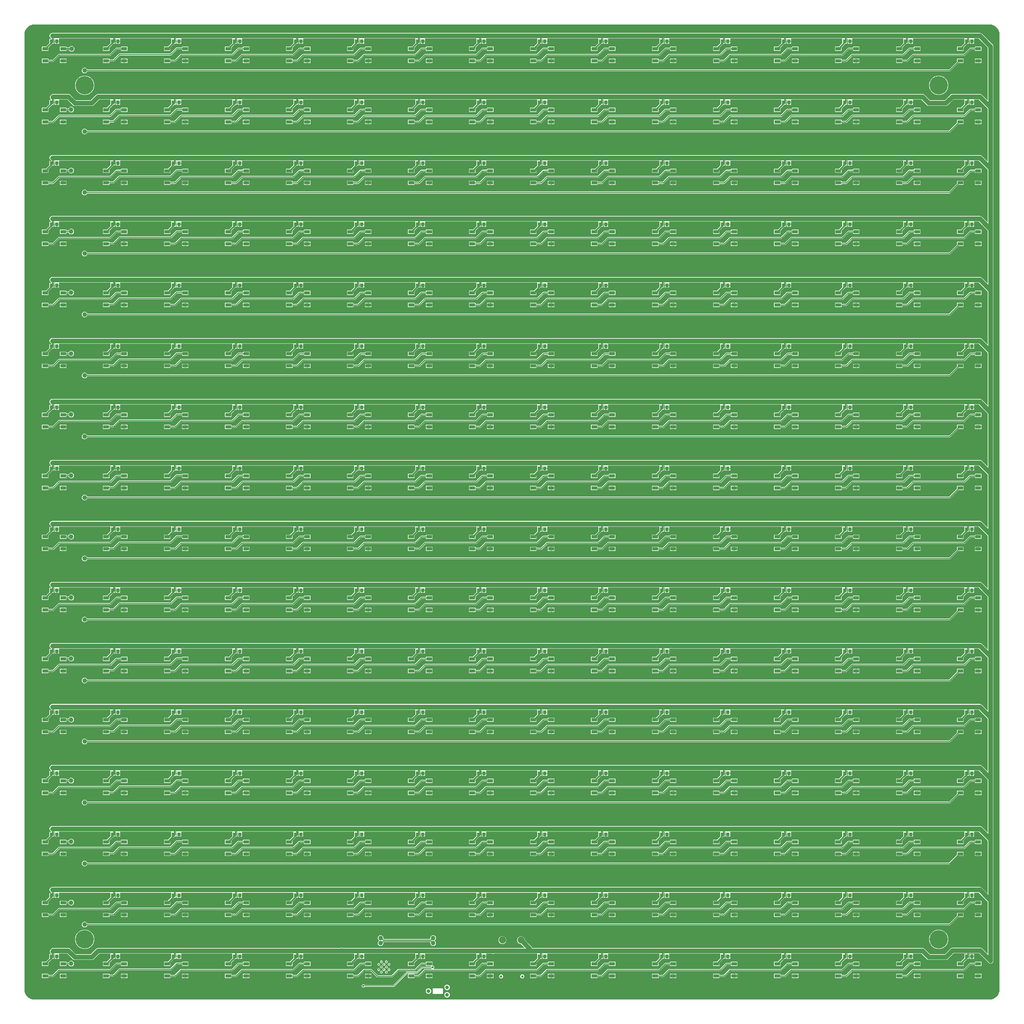
<source format=gtl>
G04*
G04 #@! TF.GenerationSoftware,Altium Limited,Altium Designer,24.3.1 (35)*
G04*
G04 Layer_Physical_Order=1*
G04 Layer_Color=255*
%FSLAX25Y25*%
%MOIN*%
G70*
G04*
G04 #@! TF.SameCoordinates,990AA879-4203-459C-8826-AB23A681A769*
G04*
G04*
G04 #@! TF.FilePolarity,Positive*
G04*
G01*
G75*
%ADD12R,0.03740X0.04134*%
%ADD13R,0.05906X0.03543*%
%ADD17C,0.01575*%
%ADD18C,0.02559*%
%ADD23C,0.01000*%
%ADD24C,0.00800*%
%ADD25C,0.01500*%
%ADD26C,0.05000*%
%ADD27C,0.03902*%
%ADD28C,0.19685*%
%ADD29C,0.07480*%
%ADD30C,0.02362*%
%ADD31C,0.05000*%
G36*
X1039741Y1048458D02*
X1041135Y1048084D01*
X1042468Y1047532D01*
X1043718Y1046811D01*
X1044863Y1045932D01*
X1045883Y1044912D01*
X1046762Y1043767D01*
X1047483Y1042517D01*
X1048035Y1041184D01*
X1048409Y1039790D01*
X1048597Y1038359D01*
Y1037638D01*
Y11811D01*
Y11090D01*
X1048409Y9659D01*
X1048035Y8265D01*
X1047483Y6932D01*
X1046762Y5682D01*
X1045883Y4537D01*
X1044863Y3517D01*
X1043718Y2638D01*
X1042468Y1917D01*
X1041135Y1365D01*
X1039741Y991D01*
X1038311Y803D01*
X11041D01*
X9610Y991D01*
X8216Y1365D01*
X6883Y1917D01*
X5633Y2638D01*
X4488Y3517D01*
X3468Y4537D01*
X2589Y5682D01*
X1868Y6932D01*
X1316Y8265D01*
X942Y9659D01*
X754Y11090D01*
Y11811D01*
Y1037638D01*
Y1038359D01*
X942Y1039790D01*
X1316Y1041184D01*
X1868Y1042517D01*
X2589Y1043767D01*
X3468Y1044912D01*
X4488Y1045932D01*
X5633Y1046811D01*
X6883Y1047532D01*
X8216Y1048084D01*
X9610Y1048458D01*
X11041Y1048646D01*
X1038311D01*
X1039741Y1048458D01*
D02*
G37*
%LPC*%
G36*
X1021268Y1030293D02*
X1019148D01*
Y1027976D01*
X1021268D01*
Y1030293D01*
D02*
G37*
G36*
X1018648D02*
X1016528D01*
Y1027976D01*
X1018648D01*
Y1030293D01*
D02*
G37*
G36*
X955717Y1030293D02*
X953596D01*
Y1027976D01*
X955717D01*
Y1030293D01*
D02*
G37*
G36*
X953096D02*
X950976D01*
Y1027976D01*
X953096D01*
Y1030293D01*
D02*
G37*
G36*
X890165Y1030293D02*
X888045D01*
Y1027976D01*
X890165D01*
Y1030293D01*
D02*
G37*
G36*
X887545D02*
X885425D01*
Y1027976D01*
X887545D01*
Y1030293D01*
D02*
G37*
G36*
X824614Y1030293D02*
X822494D01*
Y1027976D01*
X824614D01*
Y1030293D01*
D02*
G37*
G36*
X821994D02*
X819874D01*
Y1027976D01*
X821994D01*
Y1030293D01*
D02*
G37*
G36*
X759063Y1030293D02*
X756943D01*
Y1027976D01*
X759063D01*
Y1030293D01*
D02*
G37*
G36*
X756443D02*
X754323D01*
Y1027976D01*
X756443D01*
Y1030293D01*
D02*
G37*
G36*
X693512Y1030293D02*
X691392D01*
Y1027976D01*
X693512D01*
Y1030293D01*
D02*
G37*
G36*
X690892D02*
X688772D01*
Y1027976D01*
X690892D01*
Y1030293D01*
D02*
G37*
G36*
X627961Y1030293D02*
X625841D01*
Y1027976D01*
X627961D01*
Y1030293D01*
D02*
G37*
G36*
X625341D02*
X623220D01*
Y1027976D01*
X625341D01*
Y1030293D01*
D02*
G37*
G36*
X562409Y1030293D02*
X560289D01*
Y1027976D01*
X562409D01*
Y1030293D01*
D02*
G37*
G36*
X559789D02*
X557669D01*
Y1027976D01*
X559789D01*
Y1030293D01*
D02*
G37*
G36*
X496858Y1030293D02*
X494738D01*
Y1027976D01*
X496858D01*
Y1030293D01*
D02*
G37*
G36*
X494238D02*
X492118D01*
Y1027976D01*
X494238D01*
Y1030293D01*
D02*
G37*
G36*
X431307Y1030293D02*
X429187D01*
Y1027976D01*
X431307D01*
Y1030293D01*
D02*
G37*
G36*
X428687D02*
X426567D01*
Y1027976D01*
X428687D01*
Y1030293D01*
D02*
G37*
G36*
X365756Y1030293D02*
X363636D01*
Y1027976D01*
X365756D01*
Y1030293D01*
D02*
G37*
G36*
X363136D02*
X361016D01*
Y1027976D01*
X363136D01*
Y1030293D01*
D02*
G37*
G36*
X300205Y1030293D02*
X298085D01*
Y1027976D01*
X300205D01*
Y1030293D01*
D02*
G37*
G36*
X297585D02*
X295465D01*
Y1027976D01*
X297585D01*
Y1030293D01*
D02*
G37*
G36*
X234653Y1030293D02*
X232534D01*
Y1027976D01*
X234653D01*
Y1030293D01*
D02*
G37*
G36*
X232033D02*
X229913D01*
Y1027976D01*
X232033D01*
Y1030293D01*
D02*
G37*
G36*
X169102Y1030293D02*
X166982D01*
Y1027976D01*
X169102D01*
Y1030293D01*
D02*
G37*
G36*
X166482D02*
X164362D01*
Y1027976D01*
X166482D01*
Y1030293D01*
D02*
G37*
G36*
X103551Y1030293D02*
X101431D01*
Y1027976D01*
X103551D01*
Y1030293D01*
D02*
G37*
G36*
X100931D02*
X98811D01*
Y1027976D01*
X100931D01*
Y1030293D01*
D02*
G37*
G36*
X38000Y1030293D02*
X35880D01*
Y1027976D01*
X38000D01*
Y1030293D01*
D02*
G37*
G36*
X35380D02*
X33260D01*
Y1027976D01*
X35380D01*
Y1030293D01*
D02*
G37*
G36*
X51895Y1025500D02*
X51105D01*
X50342Y1025296D01*
X49658Y1024901D01*
X49099Y1024342D01*
X48783Y1023794D01*
X45874D01*
Y1024811D01*
X38969D01*
Y1020268D01*
X45874D01*
Y1021245D01*
X48760D01*
X49099Y1020658D01*
X49658Y1020099D01*
X50342Y1019704D01*
X51105Y1019500D01*
X51895D01*
X52658Y1019704D01*
X53342Y1020099D01*
X53901Y1020658D01*
X54296Y1021342D01*
X54500Y1022105D01*
Y1022895D01*
X54296Y1023658D01*
X53901Y1024342D01*
X53342Y1024901D01*
X52658Y1025296D01*
X51895Y1025500D01*
D02*
G37*
G36*
X1029142Y1024811D02*
X1022236D01*
Y1023559D01*
X1017256D01*
X1016866Y1023481D01*
X1016535Y1023260D01*
X1010294Y1017020D01*
X955717D01*
X955326Y1016942D01*
X954996Y1016721D01*
X948842Y1010567D01*
X944299D01*
Y1011819D01*
X937394D01*
Y1007276D01*
X944299D01*
Y1008528D01*
X949264D01*
X949654Y1008605D01*
X949985Y1008826D01*
X956139Y1014980D01*
X1010717D01*
X1011107Y1015058D01*
X1011438Y1015279D01*
X1017678Y1021520D01*
X1022236D01*
Y1020268D01*
X1029142D01*
Y1024811D01*
D02*
G37*
G36*
X963591D02*
X956685D01*
Y1023559D01*
X951705D01*
X951314Y1023481D01*
X950984Y1023260D01*
X944743Y1017020D01*
X890165D01*
X889775Y1016942D01*
X889444Y1016721D01*
X883290Y1010567D01*
X878748D01*
Y1011819D01*
X871842D01*
Y1007276D01*
X878748D01*
Y1008528D01*
X883713D01*
X884103Y1008605D01*
X884434Y1008826D01*
X890588Y1014980D01*
X945165D01*
X945555Y1015058D01*
X945886Y1015279D01*
X952127Y1021520D01*
X956685D01*
Y1020268D01*
X963591D01*
Y1024811D01*
D02*
G37*
G36*
X898039D02*
X891134D01*
Y1023559D01*
X886154D01*
X885763Y1023481D01*
X885433Y1023260D01*
X879192Y1017020D01*
X824614D01*
X824224Y1016942D01*
X823893Y1016721D01*
X817739Y1010567D01*
X813197D01*
Y1011819D01*
X806291D01*
Y1007276D01*
X813197D01*
Y1008528D01*
X818161D01*
X818552Y1008605D01*
X818882Y1008826D01*
X825036Y1014980D01*
X879614D01*
X880004Y1015058D01*
X880335Y1015279D01*
X886576Y1021520D01*
X891134D01*
Y1020268D01*
X898039D01*
Y1024811D01*
D02*
G37*
G36*
X832488D02*
X825583D01*
Y1023559D01*
X820602D01*
X820212Y1023481D01*
X819881Y1023260D01*
X813641Y1017020D01*
X759063D01*
X758673Y1016942D01*
X758342Y1016721D01*
X752188Y1010567D01*
X747646D01*
Y1011819D01*
X740740D01*
Y1007276D01*
X747646D01*
Y1008528D01*
X752610D01*
X753000Y1008605D01*
X753331Y1008826D01*
X759485Y1014980D01*
X814063D01*
X814453Y1015058D01*
X814784Y1015279D01*
X821025Y1021520D01*
X825583D01*
Y1020268D01*
X832488D01*
Y1024811D01*
D02*
G37*
G36*
X766937D02*
X760032D01*
Y1023559D01*
X755051D01*
X754661Y1023481D01*
X754330Y1023260D01*
X748090Y1017020D01*
X693512D01*
X693122Y1016942D01*
X692791Y1016721D01*
X686637Y1010567D01*
X682095D01*
Y1011819D01*
X675189D01*
Y1007276D01*
X682095D01*
Y1008528D01*
X687059D01*
X687449Y1008605D01*
X687780Y1008826D01*
X693934Y1014980D01*
X748512D01*
X748902Y1015058D01*
X749233Y1015279D01*
X755474Y1021520D01*
X760032D01*
Y1020268D01*
X766937D01*
Y1024811D01*
D02*
G37*
G36*
X701386D02*
X694480D01*
Y1023559D01*
X689500D01*
X689110Y1023481D01*
X688779Y1023260D01*
X682538Y1017020D01*
X627960D01*
X627570Y1016942D01*
X627240Y1016721D01*
X621086Y1010567D01*
X616543D01*
Y1011819D01*
X609638D01*
Y1007276D01*
X616543D01*
Y1008528D01*
X621508D01*
X621898Y1008605D01*
X622229Y1008826D01*
X628383Y1014980D01*
X682961D01*
X683351Y1015058D01*
X683681Y1015279D01*
X689922Y1021520D01*
X694480D01*
Y1020268D01*
X701386D01*
Y1024811D01*
D02*
G37*
G36*
X635835D02*
X628929D01*
Y1023559D01*
X623949D01*
X623559Y1023481D01*
X623228Y1023260D01*
X616987Y1017020D01*
X562409D01*
X562019Y1016942D01*
X561689Y1016721D01*
X555534Y1010567D01*
X550992D01*
Y1011819D01*
X544087D01*
Y1007276D01*
X550992D01*
Y1008528D01*
X555957D01*
X556347Y1008605D01*
X556678Y1008826D01*
X562832Y1014980D01*
X617409D01*
X617800Y1015058D01*
X618130Y1015279D01*
X624371Y1021520D01*
X628929D01*
Y1020268D01*
X635835D01*
Y1024811D01*
D02*
G37*
G36*
X570284D02*
X563378D01*
Y1023559D01*
X558398D01*
X558007Y1023481D01*
X557677Y1023260D01*
X551436Y1017020D01*
X496858D01*
X496468Y1016942D01*
X496137Y1016721D01*
X489983Y1010567D01*
X485441D01*
Y1011819D01*
X478536D01*
Y1007276D01*
X485441D01*
Y1008528D01*
X490406D01*
X490796Y1008605D01*
X491127Y1008826D01*
X497281Y1014980D01*
X551858D01*
X552248Y1015058D01*
X552579Y1015279D01*
X558820Y1021520D01*
X563378D01*
Y1020268D01*
X570284D01*
Y1024811D01*
D02*
G37*
G36*
X504732D02*
X497827D01*
Y1023559D01*
X492846D01*
X492456Y1023481D01*
X492126Y1023260D01*
X485885Y1017020D01*
X431307D01*
X430917Y1016942D01*
X430586Y1016721D01*
X424432Y1010567D01*
X419890D01*
Y1011819D01*
X412984D01*
Y1007276D01*
X419890D01*
Y1008528D01*
X424855D01*
X425245Y1008605D01*
X425575Y1008826D01*
X431730Y1014980D01*
X486307D01*
X486697Y1015058D01*
X487028Y1015279D01*
X493269Y1021520D01*
X497827D01*
Y1020268D01*
X504732D01*
Y1024811D01*
D02*
G37*
G36*
X439181D02*
X432276D01*
Y1023559D01*
X427295D01*
X426905Y1023481D01*
X426574Y1023260D01*
X420333Y1017020D01*
X365756D01*
X365366Y1016942D01*
X365035Y1016721D01*
X358881Y1010567D01*
X354339D01*
Y1011819D01*
X347433D01*
Y1007276D01*
X354339D01*
Y1008528D01*
X359303D01*
X359693Y1008605D01*
X360024Y1008826D01*
X366178Y1014980D01*
X420756D01*
X421146Y1015058D01*
X421477Y1015279D01*
X427717Y1021520D01*
X432276D01*
Y1020268D01*
X439181D01*
Y1024811D01*
D02*
G37*
G36*
X373630D02*
X366724D01*
Y1023559D01*
X361744D01*
X361354Y1023481D01*
X361023Y1023260D01*
X354782Y1017020D01*
X300205D01*
X299815Y1016942D01*
X299484Y1016721D01*
X293330Y1010567D01*
X288787D01*
Y1011819D01*
X281882D01*
Y1007276D01*
X288787D01*
Y1008528D01*
X293752D01*
X294142Y1008605D01*
X294473Y1008826D01*
X300627Y1014980D01*
X355205D01*
X355595Y1015058D01*
X355926Y1015279D01*
X362166Y1021520D01*
X366724D01*
Y1020268D01*
X373630D01*
Y1024811D01*
D02*
G37*
G36*
X308079D02*
X301173D01*
Y1023559D01*
X296193D01*
X295803Y1023481D01*
X295472Y1023260D01*
X289231Y1017020D01*
X234654D01*
X234263Y1016942D01*
X233933Y1016721D01*
X227779Y1010567D01*
X223236D01*
Y1011819D01*
X216331D01*
Y1007276D01*
X223236D01*
Y1008528D01*
X228201D01*
X228591Y1008605D01*
X228922Y1008826D01*
X235076Y1014980D01*
X289654D01*
X290044Y1015058D01*
X290374Y1015279D01*
X296615Y1021520D01*
X301173D01*
Y1020268D01*
X308079D01*
Y1024811D01*
D02*
G37*
G36*
X242528D02*
X235622D01*
Y1023559D01*
X230642D01*
X230251Y1023481D01*
X229921Y1023260D01*
X223680Y1017020D01*
X169102D01*
X168712Y1016942D01*
X168381Y1016721D01*
X162227Y1010567D01*
X157685D01*
Y1011819D01*
X150779D01*
Y1007276D01*
X157685D01*
Y1008528D01*
X162650D01*
X163040Y1008605D01*
X163371Y1008826D01*
X169525Y1014980D01*
X224102D01*
X224492Y1015058D01*
X224823Y1015279D01*
X231064Y1021520D01*
X235622D01*
Y1020268D01*
X242528D01*
Y1024811D01*
D02*
G37*
G36*
X176976D02*
X170071D01*
Y1024012D01*
X164409D01*
X164019Y1023934D01*
X163688Y1023713D01*
X157448Y1017472D01*
X102870D01*
X102480Y1017395D01*
X102149Y1017174D01*
X95995Y1011020D01*
X92134D01*
Y1011819D01*
X85228D01*
Y1007276D01*
X92134D01*
Y1008980D01*
X96417D01*
X96808Y1009058D01*
X97138Y1009279D01*
X103292Y1015433D01*
X157870D01*
X158260Y1015511D01*
X158591Y1015732D01*
X164832Y1021972D01*
X170071D01*
Y1020268D01*
X176976D01*
Y1024811D01*
D02*
G37*
G36*
X111425D02*
X104520D01*
Y1023559D01*
X99539D01*
X99149Y1023481D01*
X98818Y1023260D01*
X92578Y1017020D01*
X38000D01*
X37610Y1016942D01*
X37279Y1016721D01*
X31125Y1010567D01*
X26583D01*
Y1011819D01*
X19677D01*
Y1007276D01*
X26583D01*
Y1008528D01*
X31547D01*
X31938Y1008605D01*
X32268Y1008826D01*
X38422Y1014980D01*
X93000D01*
X93390Y1015058D01*
X93721Y1015279D01*
X99962Y1021520D01*
X104520D01*
Y1020268D01*
X111425D01*
Y1024811D01*
D02*
G37*
G36*
X1029142Y1011819D02*
X1025939D01*
Y1009797D01*
X1029142D01*
Y1011819D01*
D02*
G37*
G36*
X1025439D02*
X1022236D01*
Y1009797D01*
X1025439D01*
Y1011819D01*
D02*
G37*
G36*
X963591D02*
X960388D01*
Y1009797D01*
X963591D01*
Y1011819D01*
D02*
G37*
G36*
X959888D02*
X956685D01*
Y1009797D01*
X959888D01*
Y1011819D01*
D02*
G37*
G36*
X898039D02*
X894837D01*
Y1009797D01*
X898039D01*
Y1011819D01*
D02*
G37*
G36*
X894337D02*
X891134D01*
Y1009797D01*
X894337D01*
Y1011819D01*
D02*
G37*
G36*
X832488D02*
X829286D01*
Y1009797D01*
X832488D01*
Y1011819D01*
D02*
G37*
G36*
X828786D02*
X825583D01*
Y1009797D01*
X828786D01*
Y1011819D01*
D02*
G37*
G36*
X766937D02*
X763734D01*
Y1009797D01*
X766937D01*
Y1011819D01*
D02*
G37*
G36*
X763234D02*
X760032D01*
Y1009797D01*
X763234D01*
Y1011819D01*
D02*
G37*
G36*
X701386D02*
X698183D01*
Y1009797D01*
X701386D01*
Y1011819D01*
D02*
G37*
G36*
X697683D02*
X694480D01*
Y1009797D01*
X697683D01*
Y1011819D01*
D02*
G37*
G36*
X635835D02*
X632632D01*
Y1009797D01*
X635835D01*
Y1011819D01*
D02*
G37*
G36*
X632132D02*
X628929D01*
Y1009797D01*
X632132D01*
Y1011819D01*
D02*
G37*
G36*
X570284D02*
X567081D01*
Y1009797D01*
X570284D01*
Y1011819D01*
D02*
G37*
G36*
X566581D02*
X563378D01*
Y1009797D01*
X566581D01*
Y1011819D01*
D02*
G37*
G36*
X504732D02*
X501530D01*
Y1009797D01*
X504732D01*
Y1011819D01*
D02*
G37*
G36*
X501030D02*
X497827D01*
Y1009797D01*
X501030D01*
Y1011819D01*
D02*
G37*
G36*
X439181D02*
X435978D01*
Y1009797D01*
X439181D01*
Y1011819D01*
D02*
G37*
G36*
X435478D02*
X432276D01*
Y1009797D01*
X435478D01*
Y1011819D01*
D02*
G37*
G36*
X373630D02*
X370427D01*
Y1009797D01*
X373630D01*
Y1011819D01*
D02*
G37*
G36*
X369927D02*
X366724D01*
Y1009797D01*
X369927D01*
Y1011819D01*
D02*
G37*
G36*
X308079D02*
X304876D01*
Y1009797D01*
X308079D01*
Y1011819D01*
D02*
G37*
G36*
X304376D02*
X301173D01*
Y1009797D01*
X304376D01*
Y1011819D01*
D02*
G37*
G36*
X242528D02*
X239325D01*
Y1009797D01*
X242528D01*
Y1011819D01*
D02*
G37*
G36*
X238825D02*
X235622D01*
Y1009797D01*
X238825D01*
Y1011819D01*
D02*
G37*
G36*
X176976D02*
X173774D01*
Y1009797D01*
X176976D01*
Y1011819D01*
D02*
G37*
G36*
X173274D02*
X170071D01*
Y1009797D01*
X173274D01*
Y1011819D01*
D02*
G37*
G36*
X111425D02*
X108222D01*
Y1009797D01*
X111425D01*
Y1011819D01*
D02*
G37*
G36*
X107722D02*
X104520D01*
Y1009797D01*
X107722D01*
Y1011819D01*
D02*
G37*
G36*
X45874D02*
X42671D01*
Y1009797D01*
X45874D01*
Y1011819D01*
D02*
G37*
G36*
X42171D02*
X38969D01*
Y1009797D01*
X42171D01*
Y1011819D01*
D02*
G37*
G36*
X1029142Y1009297D02*
X1025939D01*
Y1007276D01*
X1029142D01*
Y1009297D01*
D02*
G37*
G36*
X1025439D02*
X1022236D01*
Y1007276D01*
X1025439D01*
Y1009297D01*
D02*
G37*
G36*
X963591D02*
X960388D01*
Y1007276D01*
X963591D01*
Y1009297D01*
D02*
G37*
G36*
X959888D02*
X956685D01*
Y1007276D01*
X959888D01*
Y1009297D01*
D02*
G37*
G36*
X898039D02*
X894837D01*
Y1007276D01*
X898039D01*
Y1009297D01*
D02*
G37*
G36*
X894337D02*
X891134D01*
Y1007276D01*
X894337D01*
Y1009297D01*
D02*
G37*
G36*
X832488D02*
X829286D01*
Y1007276D01*
X832488D01*
Y1009297D01*
D02*
G37*
G36*
X828786D02*
X825583D01*
Y1007276D01*
X828786D01*
Y1009297D01*
D02*
G37*
G36*
X766937D02*
X763734D01*
Y1007276D01*
X766937D01*
Y1009297D01*
D02*
G37*
G36*
X763234D02*
X760032D01*
Y1007276D01*
X763234D01*
Y1009297D01*
D02*
G37*
G36*
X701386D02*
X698183D01*
Y1007276D01*
X701386D01*
Y1009297D01*
D02*
G37*
G36*
X697683D02*
X694480D01*
Y1007276D01*
X697683D01*
Y1009297D01*
D02*
G37*
G36*
X635835D02*
X632632D01*
Y1007276D01*
X635835D01*
Y1009297D01*
D02*
G37*
G36*
X632132D02*
X628929D01*
Y1007276D01*
X632132D01*
Y1009297D01*
D02*
G37*
G36*
X570284D02*
X567081D01*
Y1007276D01*
X570284D01*
Y1009297D01*
D02*
G37*
G36*
X566581D02*
X563378D01*
Y1007276D01*
X566581D01*
Y1009297D01*
D02*
G37*
G36*
X504732D02*
X501530D01*
Y1007276D01*
X504732D01*
Y1009297D01*
D02*
G37*
G36*
X501030D02*
X497827D01*
Y1007276D01*
X501030D01*
Y1009297D01*
D02*
G37*
G36*
X439181D02*
X435978D01*
Y1007276D01*
X439181D01*
Y1009297D01*
D02*
G37*
G36*
X435478D02*
X432276D01*
Y1007276D01*
X435478D01*
Y1009297D01*
D02*
G37*
G36*
X373630D02*
X370427D01*
Y1007276D01*
X373630D01*
Y1009297D01*
D02*
G37*
G36*
X369927D02*
X366724D01*
Y1007276D01*
X369927D01*
Y1009297D01*
D02*
G37*
G36*
X308079D02*
X304876D01*
Y1007276D01*
X308079D01*
Y1009297D01*
D02*
G37*
G36*
X304376D02*
X301173D01*
Y1007276D01*
X304376D01*
Y1009297D01*
D02*
G37*
G36*
X242528D02*
X239325D01*
Y1007276D01*
X242528D01*
Y1009297D01*
D02*
G37*
G36*
X238825D02*
X235622D01*
Y1007276D01*
X238825D01*
Y1009297D01*
D02*
G37*
G36*
X176976D02*
X173774D01*
Y1007276D01*
X176976D01*
Y1009297D01*
D02*
G37*
G36*
X173274D02*
X170071D01*
Y1007276D01*
X173274D01*
Y1009297D01*
D02*
G37*
G36*
X111425D02*
X108222D01*
Y1007276D01*
X111425D01*
Y1009297D01*
D02*
G37*
G36*
X107722D02*
X104520D01*
Y1007276D01*
X107722D01*
Y1009297D01*
D02*
G37*
G36*
X45874D02*
X42671D01*
Y1007276D01*
X45874D01*
Y1009297D01*
D02*
G37*
G36*
X42171D02*
X38969D01*
Y1007276D01*
X42171D01*
Y1009297D01*
D02*
G37*
G36*
X1009850Y1011819D02*
X1002945D01*
Y1008717D01*
X994464Y1000236D01*
X68333D01*
X68296Y1000374D01*
X67901Y1001058D01*
X67342Y1001617D01*
X66658Y1002012D01*
X65895Y1002216D01*
X65105D01*
X64342Y1002012D01*
X63658Y1001617D01*
X63099Y1001058D01*
X62704Y1000374D01*
X62500Y999611D01*
Y998821D01*
X62704Y998058D01*
X63099Y997374D01*
X63658Y996816D01*
X64342Y996421D01*
X65105Y996216D01*
X65895D01*
X66658Y996421D01*
X67342Y996816D01*
X67901Y997374D01*
X68296Y998058D01*
X68333Y998197D01*
X994886D01*
X995276Y998274D01*
X995607Y998495D01*
X1004387Y1007276D01*
X1009850D01*
Y1011819D01*
D02*
G37*
G36*
X984082Y993610D02*
X983518D01*
Y983518D01*
X993610D01*
Y984082D01*
X993356Y985690D01*
X992852Y987238D01*
X992113Y988688D01*
X991157Y990005D01*
X990005Y991157D01*
X988688Y992113D01*
X987238Y992852D01*
X985690Y993356D01*
X984082Y993610D01*
D02*
G37*
G36*
X983018D02*
X982454D01*
X980846Y993356D01*
X979298Y992852D01*
X977847Y992113D01*
X976530Y991157D01*
X975379Y990005D01*
X974422Y988688D01*
X973683Y987238D01*
X973180Y985690D01*
X972925Y984082D01*
Y983518D01*
X983018D01*
Y993610D01*
D02*
G37*
G36*
X66365D02*
X65801D01*
Y983518D01*
X75894D01*
Y984082D01*
X75639Y985690D01*
X75136Y987238D01*
X74397Y988688D01*
X73440Y990005D01*
X72289Y991157D01*
X70972Y992113D01*
X69521Y992852D01*
X67973Y993356D01*
X66365Y993610D01*
D02*
G37*
G36*
X65301D02*
X64737D01*
X63129Y993356D01*
X61581Y992852D01*
X60131Y992113D01*
X58814Y991157D01*
X57662Y990005D01*
X56705Y988688D01*
X55966Y987238D01*
X55463Y985690D01*
X55209Y984082D01*
Y983518D01*
X65301D01*
Y993610D01*
D02*
G37*
G36*
X993610Y983018D02*
X983518D01*
Y972925D01*
X984082D01*
X985690Y973180D01*
X987238Y973683D01*
X988688Y974422D01*
X990005Y975379D01*
X991157Y976530D01*
X992113Y977847D01*
X992852Y979298D01*
X993356Y980846D01*
X993610Y982454D01*
Y983018D01*
D02*
G37*
G36*
X983018D02*
X972925D01*
Y982454D01*
X973180Y980846D01*
X973683Y979298D01*
X974422Y977847D01*
X975379Y976530D01*
X976530Y975379D01*
X977847Y974422D01*
X979298Y973683D01*
X980846Y973180D01*
X982454Y972925D01*
X983018D01*
Y983018D01*
D02*
G37*
G36*
X75894D02*
X65801D01*
Y972925D01*
X66365D01*
X67973Y973180D01*
X69521Y973683D01*
X70972Y974422D01*
X72289Y975379D01*
X73440Y976530D01*
X74397Y977847D01*
X75136Y979298D01*
X75639Y980846D01*
X75894Y982454D01*
Y983018D01*
D02*
G37*
G36*
X65301D02*
X55209D01*
Y982454D01*
X55463Y980846D01*
X55966Y979298D01*
X56705Y977847D01*
X57662Y976530D01*
X58814Y975379D01*
X60131Y974422D01*
X61581Y973683D01*
X63129Y973180D01*
X64737Y972925D01*
X65301D01*
Y983018D01*
D02*
G37*
G36*
X1027500Y1039526D02*
X30732D01*
X29949Y1039423D01*
X29219Y1039120D01*
X28593Y1038640D01*
X28112Y1038013D01*
X27810Y1037283D01*
X27706Y1036500D01*
X27810Y1035717D01*
X28112Y1034987D01*
X28593Y1034360D01*
X29219Y1033879D01*
X29926Y1033587D01*
Y1033110D01*
X27551D01*
Y1028499D01*
X24431Y1025380D01*
X24155Y1024966D01*
X24124Y1024811D01*
X19677D01*
Y1020268D01*
X26583D01*
Y1023438D01*
X26607Y1023561D01*
Y1023950D01*
X30633Y1027976D01*
X32291D01*
Y1029729D01*
X32378Y1029859D01*
X32475Y1030346D01*
Y1033377D01*
X32887Y1033417D01*
X33260Y1033053D01*
X33260Y1032974D01*
Y1030793D01*
X35630D01*
X38000D01*
Y1032974D01*
X38000Y1033110D01*
X38329Y1033474D01*
X92774D01*
X93102Y1033110D01*
Y1028499D01*
X89983Y1025380D01*
X89706Y1024966D01*
X89675Y1024811D01*
X85228D01*
Y1020268D01*
X92134D01*
Y1023438D01*
X92158Y1023561D01*
Y1023950D01*
X96184Y1027976D01*
X97843D01*
Y1029729D01*
X97929Y1029859D01*
X98026Y1030346D01*
Y1033378D01*
X98438Y1033417D01*
X98811Y1033053D01*
X98811Y1032974D01*
Y1030793D01*
X101181D01*
X103551D01*
Y1032974D01*
X103551Y1033110D01*
X103880Y1033474D01*
X158325D01*
X158653Y1033110D01*
Y1028500D01*
X155534Y1025380D01*
X155257Y1024966D01*
X155227Y1024811D01*
X150779D01*
Y1020268D01*
X157685D01*
Y1023438D01*
X157709Y1023561D01*
Y1023950D01*
X161735Y1027976D01*
X163394D01*
Y1029729D01*
X163480Y1029859D01*
X163577Y1030346D01*
Y1033378D01*
X163989Y1033417D01*
X164362Y1033054D01*
X164362Y1032974D01*
Y1030793D01*
X166732D01*
X169102D01*
Y1032974D01*
X169102Y1033110D01*
X169431Y1033474D01*
X223876D01*
X224205Y1033110D01*
Y1028500D01*
X221085Y1025380D01*
X220809Y1024966D01*
X220778Y1024811D01*
X216331D01*
Y1020268D01*
X223236D01*
Y1023439D01*
X223261Y1023561D01*
Y1023950D01*
X227286Y1027976D01*
X228945D01*
Y1029729D01*
X229032Y1029859D01*
X229129Y1030346D01*
Y1033378D01*
X229540Y1033417D01*
X229913Y1033054D01*
X229913Y1032974D01*
Y1030793D01*
X232283D01*
X234653D01*
Y1032974D01*
X234653Y1033110D01*
X234982Y1033474D01*
X289427D01*
X289756Y1033110D01*
Y1028499D01*
X286636Y1025380D01*
X286360Y1024966D01*
X286329Y1024811D01*
X281882D01*
Y1020268D01*
X288787D01*
Y1023438D01*
X288812Y1023561D01*
Y1023950D01*
X292838Y1027976D01*
X294496D01*
Y1029729D01*
X294583Y1029859D01*
X294680Y1030346D01*
Y1033378D01*
X295092Y1033417D01*
X295465Y1033053D01*
X295465Y1032974D01*
Y1030793D01*
X297835D01*
X300205D01*
Y1032974D01*
X300205Y1033110D01*
X300533Y1033474D01*
X354978D01*
X355307Y1033110D01*
Y1028499D01*
X352187Y1025380D01*
X351911Y1024966D01*
X351880Y1024811D01*
X347433D01*
Y1020268D01*
X354339D01*
Y1023438D01*
X354363Y1023561D01*
Y1023950D01*
X358389Y1027976D01*
X360047D01*
Y1029729D01*
X360134Y1029859D01*
X360231Y1030346D01*
Y1033378D01*
X360643Y1033417D01*
X361016Y1033053D01*
X361016Y1032974D01*
Y1030793D01*
X363386D01*
X365756D01*
Y1032974D01*
X365756Y1033110D01*
X366085Y1033474D01*
X420530D01*
X420858Y1033110D01*
Y1028500D01*
X417738Y1025380D01*
X417462Y1024966D01*
X417431Y1024811D01*
X412984D01*
Y1020268D01*
X419890D01*
Y1023439D01*
X419914Y1023561D01*
Y1023950D01*
X423940Y1027976D01*
X425598D01*
Y1029729D01*
X425685Y1029859D01*
X425782Y1030346D01*
Y1033378D01*
X426194Y1033417D01*
X426567Y1033054D01*
X426567Y1032974D01*
Y1030793D01*
X428937D01*
X431307D01*
Y1032974D01*
X431307Y1033110D01*
X431636Y1033474D01*
X486081D01*
X486410Y1033110D01*
Y1028499D01*
X483290Y1025380D01*
X483013Y1024966D01*
X482983Y1024811D01*
X478536D01*
Y1020268D01*
X485441D01*
Y1023438D01*
X485465Y1023561D01*
Y1023950D01*
X489491Y1027976D01*
X491150D01*
Y1029729D01*
X491236Y1029859D01*
X491333Y1030346D01*
Y1033377D01*
X491745Y1033417D01*
X492118Y1033053D01*
X492118Y1032974D01*
Y1030793D01*
X494488D01*
X496858D01*
Y1032974D01*
X496858Y1033110D01*
X497187Y1033474D01*
X551632D01*
X551961Y1033110D01*
Y1028499D01*
X548841Y1025380D01*
X548565Y1024966D01*
X548534Y1024811D01*
X544087D01*
Y1020268D01*
X550992D01*
Y1023438D01*
X551017Y1023561D01*
Y1023950D01*
X555042Y1027976D01*
X556701D01*
Y1029729D01*
X556788Y1029859D01*
X556885Y1030346D01*
Y1033378D01*
X557296Y1033417D01*
X557669Y1033053D01*
X557669Y1032974D01*
Y1030793D01*
X560039D01*
X562409D01*
Y1032974D01*
X562409Y1033110D01*
X562738Y1033474D01*
X617183D01*
X617512Y1033110D01*
Y1028499D01*
X614392Y1025380D01*
X614116Y1024966D01*
X614085Y1024811D01*
X609638D01*
Y1020268D01*
X616543D01*
Y1023438D01*
X616568Y1023561D01*
Y1023950D01*
X620594Y1027976D01*
X622252D01*
Y1029729D01*
X622339Y1029859D01*
X622436Y1030346D01*
Y1033378D01*
X622848Y1033417D01*
X623220Y1033053D01*
X623220Y1032974D01*
Y1030793D01*
X625591D01*
X627961D01*
Y1032974D01*
X627961Y1033110D01*
X628289Y1033474D01*
X682734D01*
X683063Y1033110D01*
Y1028500D01*
X679943Y1025380D01*
X679667Y1024966D01*
X679636Y1024811D01*
X675189D01*
Y1020268D01*
X682095D01*
Y1023439D01*
X682119Y1023561D01*
Y1023950D01*
X686145Y1027976D01*
X687803D01*
Y1029729D01*
X687890Y1029859D01*
X687987Y1030346D01*
Y1033378D01*
X688399Y1033417D01*
X688772Y1033054D01*
X688772Y1032974D01*
Y1030793D01*
X691142D01*
X693512D01*
Y1032974D01*
X693512Y1033110D01*
X693841Y1033474D01*
X748285D01*
X748614Y1033110D01*
Y1028499D01*
X745495Y1025380D01*
X745218Y1024966D01*
X745187Y1024811D01*
X740740D01*
Y1020268D01*
X747646D01*
Y1023438D01*
X747670Y1023561D01*
Y1023950D01*
X751696Y1027976D01*
X753354D01*
Y1029729D01*
X753441Y1029859D01*
X753538Y1030346D01*
Y1033377D01*
X753950Y1033417D01*
X754323Y1033053D01*
X754323Y1032974D01*
Y1030793D01*
X756693D01*
X759063D01*
Y1032974D01*
X759063Y1033110D01*
X759392Y1033474D01*
X813837D01*
X814165Y1033110D01*
Y1028499D01*
X811046Y1025380D01*
X810769Y1024966D01*
X810738Y1024811D01*
X806291D01*
Y1020268D01*
X813197D01*
Y1023438D01*
X813221Y1023561D01*
Y1023950D01*
X817247Y1027976D01*
X818906D01*
Y1029729D01*
X818992Y1029859D01*
X819089Y1030346D01*
Y1033378D01*
X819501Y1033417D01*
X819874Y1033053D01*
X819874Y1032974D01*
Y1030793D01*
X822244D01*
X824614D01*
Y1032974D01*
X824614Y1033110D01*
X824943Y1033474D01*
X879388D01*
X879716Y1033110D01*
Y1028499D01*
X876597Y1025380D01*
X876320Y1024966D01*
X876290Y1024811D01*
X871842D01*
Y1020268D01*
X878748D01*
Y1023438D01*
X878772Y1023561D01*
Y1023950D01*
X882798Y1027976D01*
X884457D01*
Y1029729D01*
X884544Y1029859D01*
X884641Y1030346D01*
Y1033378D01*
X885052Y1033417D01*
X885425Y1033054D01*
X885425Y1032974D01*
Y1030793D01*
X887795D01*
X890165D01*
Y1032974D01*
X890165Y1033110D01*
X890494Y1033474D01*
X944939D01*
X945268Y1033110D01*
Y1028500D01*
X942148Y1025380D01*
X941872Y1024966D01*
X941841Y1024811D01*
X937394D01*
Y1020268D01*
X944299D01*
Y1023439D01*
X944324Y1023561D01*
Y1023950D01*
X948349Y1027976D01*
X950008D01*
Y1029729D01*
X950095Y1029859D01*
X950192Y1030346D01*
Y1033378D01*
X950603Y1033417D01*
X950976Y1033054D01*
X950976Y1032974D01*
Y1030793D01*
X953347D01*
X955717D01*
Y1032974D01*
X955717Y1033110D01*
X956045Y1033474D01*
X1010490D01*
X1010819Y1033110D01*
Y1028499D01*
X1007699Y1025380D01*
X1007423Y1024966D01*
X1007392Y1024811D01*
X1002945D01*
Y1020268D01*
X1009850D01*
Y1023438D01*
X1009875Y1023561D01*
Y1023950D01*
X1013901Y1027976D01*
X1015559D01*
Y1029729D01*
X1015646Y1029859D01*
X1015743Y1030346D01*
Y1033378D01*
X1016155Y1033417D01*
X1016527Y1033053D01*
X1016528Y1032974D01*
Y1030793D01*
X1018898D01*
X1021268D01*
Y1032974D01*
X1021268Y1033110D01*
X1021596Y1033474D01*
X1026247D01*
X1035974Y1023747D01*
Y967407D01*
X1035512Y967216D01*
X1029640Y973088D01*
X1029013Y973569D01*
X1028283Y973872D01*
X1027500Y973975D01*
X997732D01*
X996949Y973872D01*
X996219Y973569D01*
X995592Y973088D01*
X989747Y967242D01*
X973753D01*
X967907Y973088D01*
X967281Y973569D01*
X966551Y973872D01*
X965768Y973975D01*
X965767Y973975D01*
X80016D01*
X79232Y973872D01*
X78503Y973569D01*
X77876Y973088D01*
X72030Y967242D01*
X56037D01*
X50191Y973088D01*
X49564Y973569D01*
X48834Y973872D01*
X48051Y973975D01*
X31669D01*
X30886Y973872D01*
X30156Y973569D01*
X29530Y973088D01*
X29061Y972620D01*
X28580Y971993D01*
X28278Y971263D01*
X28175Y970480D01*
X28278Y969697D01*
X28580Y968967D01*
X29061Y968341D01*
X29428Y968059D01*
X29258Y967559D01*
X27551D01*
Y962948D01*
X24431Y959828D01*
X24155Y959415D01*
X24124Y959260D01*
X19677D01*
Y954717D01*
X26583D01*
Y957887D01*
X26607Y958010D01*
Y958399D01*
X30633Y962425D01*
X32291D01*
Y964177D01*
X32378Y964307D01*
X32475Y964795D01*
Y967761D01*
X32714Y967860D01*
X32796Y967923D01*
X32931D01*
X33260Y967559D01*
X33260Y967423D01*
Y965242D01*
X35630D01*
X38000D01*
Y967423D01*
X38000Y967559D01*
X38329Y967923D01*
X46798D01*
X52644Y962077D01*
X53271Y961596D01*
X54000Y961294D01*
X54783Y961191D01*
X73283D01*
X74067Y961294D01*
X74796Y961596D01*
X75423Y962077D01*
X81269Y967923D01*
X92773D01*
X93102Y967559D01*
Y962948D01*
X89983Y959828D01*
X89706Y959415D01*
X89675Y959260D01*
X85228D01*
Y954717D01*
X92134D01*
Y957887D01*
X92158Y958010D01*
Y958399D01*
X96184Y962425D01*
X97843D01*
Y964178D01*
X97929Y964307D01*
X98026Y964795D01*
Y967825D01*
X98438Y967865D01*
X98811Y967502D01*
X98811Y967423D01*
Y965242D01*
X101181D01*
X103551D01*
Y967423D01*
X103551Y967559D01*
X103880Y967923D01*
X158325D01*
X158653Y967559D01*
Y962948D01*
X155534Y959828D01*
X155257Y959415D01*
X155227Y959260D01*
X150779D01*
Y954717D01*
X157685D01*
Y957887D01*
X157709Y958010D01*
Y958399D01*
X161735Y962425D01*
X163394D01*
Y964178D01*
X163480Y964307D01*
X163577Y964795D01*
Y967825D01*
X163989Y967865D01*
X164362Y967502D01*
X164362Y967423D01*
Y965242D01*
X166732D01*
X169102D01*
Y967423D01*
X169102Y967559D01*
X169431Y967923D01*
X223876D01*
X224205Y967559D01*
Y962948D01*
X221085Y959828D01*
X220809Y959415D01*
X220778Y959260D01*
X216331D01*
Y954717D01*
X223236D01*
Y957887D01*
X223261Y958010D01*
Y958399D01*
X227287Y962425D01*
X228945D01*
Y964178D01*
X229032Y964307D01*
X229129Y964795D01*
Y967826D01*
X229540Y967865D01*
X229913Y967502D01*
X229913Y967423D01*
Y965242D01*
X232283D01*
X234653D01*
Y967423D01*
X234653Y967559D01*
X234982Y967923D01*
X289427D01*
X289756Y967559D01*
Y962948D01*
X286636Y959828D01*
X286360Y959415D01*
X286329Y959260D01*
X281882D01*
Y954717D01*
X288787D01*
Y957887D01*
X288812Y958010D01*
Y958399D01*
X292838Y962425D01*
X294496D01*
Y964177D01*
X294583Y964307D01*
X294680Y964795D01*
Y967825D01*
X295091Y967865D01*
X295465Y967502D01*
X295465Y967423D01*
Y965242D01*
X297835D01*
X300205D01*
Y967423D01*
X300205Y967559D01*
X300534Y967923D01*
X354978D01*
X355307Y967559D01*
Y962948D01*
X352187Y959828D01*
X351911Y959415D01*
X351880Y959260D01*
X347433D01*
Y954717D01*
X354339D01*
Y957887D01*
X354363Y958010D01*
Y958399D01*
X358389Y962425D01*
X360047D01*
Y964178D01*
X360134Y964307D01*
X360231Y964795D01*
Y967825D01*
X360643Y967865D01*
X361016Y967502D01*
X361016Y967423D01*
Y965242D01*
X363386D01*
X365756D01*
Y967423D01*
X365756Y967559D01*
X366085Y967923D01*
X420529D01*
X420858Y967559D01*
Y962948D01*
X417738Y959828D01*
X417462Y959415D01*
X417431Y959260D01*
X412984D01*
Y954717D01*
X419890D01*
Y957887D01*
X419914Y958010D01*
Y958399D01*
X423940Y962425D01*
X425598D01*
Y964178D01*
X425685Y964307D01*
X425782Y964795D01*
Y967825D01*
X426194Y967865D01*
X426567Y967502D01*
X426567Y967423D01*
Y965242D01*
X428937D01*
X431307D01*
Y967423D01*
X431307Y967559D01*
X431636Y967923D01*
X486080D01*
X486410Y967559D01*
Y962948D01*
X483290Y959828D01*
X483013Y959415D01*
X482983Y959260D01*
X478536D01*
Y954717D01*
X485441D01*
Y957887D01*
X485465Y958010D01*
Y958399D01*
X489492Y962425D01*
X491150D01*
Y964177D01*
X491236Y964307D01*
X491333Y964795D01*
Y967825D01*
X491745Y967865D01*
X492118Y967502D01*
X492118Y967423D01*
Y965242D01*
X494488D01*
X496858D01*
Y967423D01*
X496858Y967559D01*
X497187Y967923D01*
X551632D01*
X551961Y967559D01*
Y962948D01*
X548841Y959828D01*
X548565Y959415D01*
X548534Y959260D01*
X544087D01*
Y954717D01*
X550992D01*
Y957887D01*
X551017Y958010D01*
Y958399D01*
X555043Y962425D01*
X556701D01*
Y964178D01*
X556788Y964307D01*
X556885Y964795D01*
Y967825D01*
X557296Y967865D01*
X557669Y967502D01*
X557669Y967423D01*
Y965242D01*
X560039D01*
X562409D01*
Y967423D01*
X562409Y967559D01*
X562739Y967923D01*
X617183D01*
X617512Y967559D01*
Y962948D01*
X614392Y959828D01*
X614116Y959415D01*
X614085Y959260D01*
X609638D01*
Y954717D01*
X616543D01*
Y957887D01*
X616568Y958010D01*
Y958399D01*
X620594Y962425D01*
X622252D01*
Y964178D01*
X622339Y964307D01*
X622436Y964795D01*
Y967825D01*
X622847Y967865D01*
X623220Y967502D01*
X623220Y967423D01*
Y965242D01*
X625591D01*
X627961D01*
Y967423D01*
X627961Y967559D01*
X628290Y967923D01*
X682734D01*
X683063Y967559D01*
Y962948D01*
X679943Y959828D01*
X679667Y959415D01*
X679636Y959260D01*
X675189D01*
Y954717D01*
X682095D01*
Y957887D01*
X682119Y958010D01*
Y958399D01*
X686145Y962425D01*
X687803D01*
Y964178D01*
X687890Y964307D01*
X687987Y964795D01*
Y967826D01*
X688399Y967865D01*
X688772Y967502D01*
X688772Y967423D01*
Y965242D01*
X691142D01*
X693512D01*
Y967423D01*
X693512Y967559D01*
X693841Y967923D01*
X748285D01*
X748614Y967559D01*
Y962948D01*
X745495Y959828D01*
X745218Y959415D01*
X745187Y959260D01*
X740740D01*
Y954717D01*
X747646D01*
Y957887D01*
X747670Y958010D01*
Y958399D01*
X751696Y962425D01*
X753354D01*
Y964177D01*
X753441Y964307D01*
X753538Y964795D01*
Y967825D01*
X753949Y967865D01*
X754323Y967502D01*
X754323Y967423D01*
Y965242D01*
X756693D01*
X759063D01*
Y967423D01*
X759063Y967559D01*
X759392Y967923D01*
X813836D01*
X814165Y967559D01*
Y962948D01*
X811046Y959828D01*
X810769Y959415D01*
X810738Y959260D01*
X806291D01*
Y954717D01*
X813197D01*
Y957887D01*
X813221Y958010D01*
Y958399D01*
X817247Y962425D01*
X818906D01*
Y964178D01*
X818992Y964307D01*
X819089Y964795D01*
Y967825D01*
X819501Y967865D01*
X819874Y967502D01*
X819874Y967423D01*
Y965242D01*
X822244D01*
X824614D01*
Y967423D01*
X824614Y967559D01*
X824943Y967923D01*
X879387D01*
X879716Y967559D01*
Y962948D01*
X876597Y959828D01*
X876320Y959415D01*
X876290Y959260D01*
X871842D01*
Y954717D01*
X878748D01*
Y957887D01*
X878772Y958010D01*
Y958399D01*
X882798Y962425D01*
X884457D01*
Y964178D01*
X884544Y964307D01*
X884641Y964795D01*
Y967825D01*
X885052Y967865D01*
X885425Y967502D01*
X885425Y967423D01*
Y965242D01*
X887795D01*
X890165D01*
Y967423D01*
X890165Y967559D01*
X890494Y967923D01*
X944939D01*
X945268Y967559D01*
Y962948D01*
X942148Y959828D01*
X941872Y959415D01*
X941841Y959260D01*
X937394D01*
Y954717D01*
X944299D01*
Y957887D01*
X944324Y958010D01*
Y958399D01*
X948350Y962425D01*
X950008D01*
Y964178D01*
X950095Y964307D01*
X950192Y964795D01*
Y967826D01*
X950603Y967865D01*
X950976Y967502D01*
X950976Y967423D01*
Y965242D01*
X953347D01*
X955717D01*
Y967423D01*
X955717Y967559D01*
X956046Y967923D01*
X964515D01*
X970360Y962077D01*
X970987Y961596D01*
X971717Y961294D01*
X972500Y961191D01*
X991000D01*
X991783Y961294D01*
X992513Y961596D01*
X993140Y962077D01*
X998985Y967923D01*
X1010490D01*
X1010819Y967559D01*
Y962948D01*
X1007699Y959828D01*
X1007423Y959415D01*
X1007392Y959260D01*
X1002945D01*
Y954717D01*
X1009850D01*
Y957887D01*
X1009875Y958010D01*
Y958399D01*
X1013901Y962425D01*
X1015559D01*
Y964177D01*
X1015646Y964307D01*
X1015743Y964795D01*
Y967825D01*
X1016154Y967865D01*
X1016527Y967502D01*
X1016528Y967423D01*
Y965242D01*
X1018898D01*
X1021268D01*
Y967423D01*
X1021268Y967559D01*
X1021597Y967923D01*
X1026247D01*
X1035974Y958195D01*
Y901856D01*
X1035512Y901665D01*
X1029640Y907537D01*
X1029013Y908018D01*
X1028283Y908320D01*
X1027500Y908423D01*
X30732D01*
X29949Y908320D01*
X29219Y908018D01*
X28593Y907537D01*
X28112Y906911D01*
X27810Y906181D01*
X27706Y905398D01*
X27810Y904614D01*
X28112Y903885D01*
X28593Y903258D01*
X29219Y902777D01*
X29926Y902484D01*
Y902008D01*
X27551D01*
Y897397D01*
X24431Y894277D01*
X24155Y893864D01*
X24124Y893709D01*
X19677D01*
Y889165D01*
X26583D01*
Y892335D01*
X26607Y892459D01*
Y892848D01*
X30633Y896874D01*
X32291D01*
Y898626D01*
X32378Y898756D01*
X32475Y899244D01*
Y902274D01*
X32887Y902314D01*
X33260Y901951D01*
X33260Y901872D01*
Y899691D01*
X35630D01*
X38000D01*
Y901872D01*
X38000Y902008D01*
X38329Y902372D01*
X92773D01*
X93102Y902008D01*
Y897397D01*
X89983Y894277D01*
X89706Y893864D01*
X89675Y893709D01*
X85228D01*
Y889165D01*
X92134D01*
Y892335D01*
X92158Y892459D01*
Y892848D01*
X96184Y896874D01*
X97843D01*
Y898626D01*
X97929Y898756D01*
X98026Y899244D01*
Y902275D01*
X98438Y902314D01*
X98811Y901951D01*
X98811Y901872D01*
Y899691D01*
X101181D01*
X103551D01*
Y901872D01*
X103551Y902008D01*
X103880Y902372D01*
X158325D01*
X158653Y902008D01*
Y897397D01*
X155534Y894277D01*
X155257Y893864D01*
X155227Y893709D01*
X150779D01*
Y889165D01*
X157685D01*
Y892335D01*
X157709Y892459D01*
Y892848D01*
X161735Y896874D01*
X163394D01*
Y898626D01*
X163480Y898756D01*
X163577Y899244D01*
Y902275D01*
X163989Y902314D01*
X164362Y901951D01*
X164362Y901872D01*
Y899691D01*
X166732D01*
X169102D01*
Y901872D01*
X169102Y902008D01*
X169431Y902372D01*
X223876D01*
X224205Y902008D01*
Y897397D01*
X221085Y894277D01*
X220809Y893864D01*
X220778Y893709D01*
X216331D01*
Y889165D01*
X223236D01*
Y892336D01*
X223261Y892459D01*
Y892848D01*
X227287Y896874D01*
X228945D01*
Y898627D01*
X229032Y898756D01*
X229129Y899244D01*
Y902275D01*
X229540Y902314D01*
X229913Y901951D01*
X229913Y901872D01*
Y899691D01*
X232283D01*
X234653D01*
Y901872D01*
X234653Y902008D01*
X234982Y902372D01*
X289427D01*
X289756Y902008D01*
Y897397D01*
X286636Y894277D01*
X286360Y893864D01*
X286329Y893709D01*
X281882D01*
Y889165D01*
X288787D01*
Y892335D01*
X288812Y892459D01*
Y892848D01*
X292838Y896874D01*
X294496D01*
Y898626D01*
X294583Y898756D01*
X294680Y899244D01*
Y902274D01*
X295091Y902314D01*
X295465Y901951D01*
X295465Y901872D01*
Y899691D01*
X297835D01*
X300205D01*
Y901872D01*
X300205Y902008D01*
X300534Y902372D01*
X354978D01*
X355307Y902008D01*
Y897397D01*
X352187Y894277D01*
X351911Y893864D01*
X351880Y893709D01*
X347433D01*
Y889165D01*
X354339D01*
Y892335D01*
X354363Y892459D01*
Y892848D01*
X358389Y896874D01*
X360047D01*
Y898626D01*
X360134Y898756D01*
X360231Y899244D01*
Y902275D01*
X360643Y902314D01*
X361016Y901951D01*
X361016Y901872D01*
Y899691D01*
X363386D01*
X365756D01*
Y901872D01*
X365756Y902008D01*
X366085Y902372D01*
X420529D01*
X420858Y902008D01*
Y897397D01*
X417738Y894277D01*
X417462Y893864D01*
X417431Y893709D01*
X412984D01*
Y889165D01*
X419890D01*
Y892336D01*
X419914Y892459D01*
Y892848D01*
X423940Y896874D01*
X425598D01*
Y898627D01*
X425685Y898756D01*
X425782Y899244D01*
Y902275D01*
X426194Y902314D01*
X426567Y901951D01*
X426567Y901872D01*
Y899691D01*
X428937D01*
X431307D01*
Y901872D01*
X431307Y902008D01*
X431636Y902372D01*
X486081D01*
X486410Y902008D01*
Y897397D01*
X483290Y894277D01*
X483013Y893864D01*
X482983Y893709D01*
X478536D01*
Y889165D01*
X485441D01*
Y892335D01*
X485465Y892459D01*
Y892848D01*
X489491Y896874D01*
X491150D01*
Y898626D01*
X491236Y898756D01*
X491333Y899244D01*
Y902274D01*
X491745Y902314D01*
X492118Y901951D01*
X492118Y901872D01*
Y899691D01*
X494488D01*
X496858D01*
Y901872D01*
X496858Y902008D01*
X497187Y902372D01*
X551632D01*
X551961Y902008D01*
Y897397D01*
X548841Y894277D01*
X548565Y893864D01*
X548534Y893709D01*
X544087D01*
Y889165D01*
X550992D01*
Y892335D01*
X551017Y892459D01*
Y892848D01*
X555043Y896874D01*
X556701D01*
Y898626D01*
X556788Y898756D01*
X556885Y899244D01*
Y902274D01*
X557296Y902314D01*
X557669Y901951D01*
X557669Y901872D01*
Y899691D01*
X560039D01*
X562409D01*
Y901872D01*
X562409Y902008D01*
X562738Y902372D01*
X617183D01*
X617512Y902008D01*
Y897397D01*
X614392Y894277D01*
X614116Y893864D01*
X614085Y893709D01*
X609638D01*
Y889165D01*
X616543D01*
Y892335D01*
X616568Y892459D01*
Y892848D01*
X620594Y896874D01*
X622252D01*
Y898626D01*
X622339Y898756D01*
X622436Y899244D01*
Y902275D01*
X622847Y902314D01*
X623220Y901951D01*
X623220Y901872D01*
Y899691D01*
X625591D01*
X627961D01*
Y901872D01*
X627961Y902008D01*
X628290Y902372D01*
X682734D01*
X683063Y902008D01*
Y897397D01*
X679943Y894277D01*
X679667Y893864D01*
X679636Y893709D01*
X675189D01*
Y889165D01*
X682095D01*
Y892336D01*
X682119Y892459D01*
Y892848D01*
X686145Y896874D01*
X687803D01*
Y898627D01*
X687890Y898756D01*
X687987Y899244D01*
Y902275D01*
X688399Y902314D01*
X688772Y901951D01*
X688772Y901872D01*
Y899691D01*
X691142D01*
X693512D01*
Y901872D01*
X693512Y902008D01*
X693841Y902372D01*
X748285D01*
X748614Y902008D01*
Y897397D01*
X745495Y894277D01*
X745218Y893864D01*
X745187Y893709D01*
X740740D01*
Y889165D01*
X747646D01*
Y892335D01*
X747670Y892459D01*
Y892848D01*
X751696Y896874D01*
X753354D01*
Y898626D01*
X753441Y898756D01*
X753538Y899244D01*
Y902274D01*
X753950Y902314D01*
X754323Y901951D01*
X754323Y901872D01*
Y899691D01*
X756693D01*
X759063D01*
Y901872D01*
X759063Y902008D01*
X759392Y902372D01*
X813836D01*
X814165Y902008D01*
Y897397D01*
X811046Y894277D01*
X810769Y893864D01*
X810738Y893709D01*
X806291D01*
Y889165D01*
X813197D01*
Y892335D01*
X813221Y892459D01*
Y892848D01*
X817247Y896874D01*
X818906D01*
Y898626D01*
X818992Y898756D01*
X819089Y899244D01*
Y902275D01*
X819501Y902314D01*
X819874Y901951D01*
X819874Y901872D01*
Y899691D01*
X822244D01*
X824614D01*
Y901872D01*
X824614Y902008D01*
X824943Y902372D01*
X879388D01*
X879716Y902008D01*
Y897397D01*
X876597Y894277D01*
X876320Y893864D01*
X876290Y893709D01*
X871842D01*
Y889165D01*
X878748D01*
Y892335D01*
X878772Y892459D01*
Y892848D01*
X882798Y896874D01*
X884457D01*
Y898626D01*
X884544Y898756D01*
X884641Y899244D01*
Y902275D01*
X885052Y902314D01*
X885425Y901951D01*
X885425Y901872D01*
Y899691D01*
X887795D01*
X890165D01*
Y901872D01*
X890165Y902008D01*
X890494Y902372D01*
X944939D01*
X945268Y902008D01*
Y897397D01*
X942148Y894277D01*
X941872Y893864D01*
X941841Y893709D01*
X937394D01*
Y889165D01*
X944299D01*
Y892336D01*
X944324Y892459D01*
Y892848D01*
X948349Y896874D01*
X950008D01*
Y898627D01*
X950095Y898756D01*
X950192Y899244D01*
Y902275D01*
X950603Y902314D01*
X950976Y901951D01*
X950976Y901872D01*
Y899691D01*
X953347D01*
X955717D01*
Y901872D01*
X955717Y902008D01*
X956045Y902372D01*
X1010490D01*
X1010819Y902008D01*
Y897397D01*
X1007699Y894277D01*
X1007423Y893864D01*
X1007392Y893709D01*
X1002945D01*
Y889165D01*
X1009850D01*
Y892335D01*
X1009875Y892459D01*
Y892848D01*
X1013901Y896874D01*
X1015559D01*
Y898626D01*
X1015646Y898756D01*
X1015743Y899244D01*
Y902274D01*
X1016154Y902314D01*
X1016527Y901951D01*
X1016528Y901872D01*
Y899691D01*
X1018898D01*
X1021268D01*
Y901872D01*
X1021268Y902008D01*
X1021597Y902372D01*
X1026247D01*
X1035974Y892644D01*
Y836305D01*
X1035512Y836113D01*
X1029640Y841986D01*
X1029013Y842467D01*
X1028283Y842769D01*
X1027500Y842872D01*
X30732D01*
X29949Y842769D01*
X29219Y842467D01*
X28593Y841986D01*
X28112Y841359D01*
X27810Y840630D01*
X27706Y839846D01*
X27810Y839063D01*
X28112Y838334D01*
X28593Y837707D01*
X29219Y837226D01*
X29926Y836933D01*
Y836457D01*
X27551D01*
Y831846D01*
X24431Y828726D01*
X24155Y828313D01*
X24124Y828157D01*
X19677D01*
Y823614D01*
X26583D01*
Y826784D01*
X26607Y826907D01*
Y827297D01*
X30633Y831323D01*
X32291D01*
Y833075D01*
X32378Y833205D01*
X32475Y833693D01*
Y836724D01*
X32887Y836763D01*
X33260Y836400D01*
X33260Y836320D01*
Y834140D01*
X35630D01*
X38000D01*
Y836320D01*
X38000Y836457D01*
X38329Y836821D01*
X92774D01*
X93102Y836457D01*
Y831846D01*
X89983Y828726D01*
X89706Y828313D01*
X89675Y828157D01*
X85228D01*
Y823614D01*
X92134D01*
Y826784D01*
X92158Y826907D01*
Y827297D01*
X96184Y831323D01*
X97843D01*
Y833075D01*
X97929Y833205D01*
X98026Y833693D01*
Y836724D01*
X98438Y836763D01*
X98811Y836400D01*
X98811Y836320D01*
Y834140D01*
X101181D01*
X103551D01*
Y836320D01*
X103551Y836457D01*
X103880Y836821D01*
X158325D01*
X158653Y836457D01*
Y831846D01*
X155534Y828726D01*
X155257Y828313D01*
X155227Y828157D01*
X150779D01*
Y823614D01*
X157685D01*
Y826784D01*
X157709Y826907D01*
Y827297D01*
X161735Y831323D01*
X163394D01*
Y833075D01*
X163480Y833205D01*
X163577Y833693D01*
Y836724D01*
X163989Y836763D01*
X164362Y836400D01*
X164362Y836320D01*
Y834140D01*
X166732D01*
X169102D01*
Y836320D01*
X169102Y836457D01*
X169431Y836821D01*
X223876D01*
X224205Y836457D01*
Y831846D01*
X221085Y828726D01*
X220809Y828313D01*
X220778Y828157D01*
X216331D01*
Y823614D01*
X223236D01*
Y826785D01*
X223261Y826907D01*
Y827297D01*
X227286Y831323D01*
X228945D01*
Y833075D01*
X229032Y833205D01*
X229129Y833693D01*
Y836724D01*
X229540Y836763D01*
X229913Y836400D01*
X229913Y836320D01*
Y834140D01*
X232283D01*
X234653D01*
Y836320D01*
X234653Y836457D01*
X234982Y836821D01*
X289427D01*
X289756Y836457D01*
Y831846D01*
X286636Y828726D01*
X286360Y828313D01*
X286329Y828157D01*
X281882D01*
Y823614D01*
X288787D01*
Y826784D01*
X288812Y826907D01*
Y827297D01*
X292838Y831323D01*
X294496D01*
Y833075D01*
X294583Y833205D01*
X294680Y833693D01*
Y836724D01*
X295092Y836763D01*
X295465Y836400D01*
X295465Y836320D01*
Y834140D01*
X297835D01*
X300205D01*
Y836320D01*
X300205Y836457D01*
X300534Y836821D01*
X354978D01*
X355307Y836457D01*
Y831846D01*
X352187Y828726D01*
X351911Y828313D01*
X351880Y828157D01*
X347433D01*
Y823614D01*
X354339D01*
Y826784D01*
X354363Y826907D01*
Y827297D01*
X358389Y831323D01*
X360047D01*
Y833075D01*
X360134Y833205D01*
X360231Y833693D01*
Y836724D01*
X360643Y836763D01*
X361016Y836400D01*
X361016Y836320D01*
Y834140D01*
X363386D01*
X365756D01*
Y836320D01*
X365756Y836457D01*
X366085Y836821D01*
X420530D01*
X420858Y836457D01*
Y831846D01*
X417738Y828726D01*
X417462Y828313D01*
X417431Y828157D01*
X412984D01*
Y823614D01*
X419890D01*
Y826785D01*
X419914Y826907D01*
Y827297D01*
X423940Y831323D01*
X425598D01*
Y833075D01*
X425685Y833205D01*
X425782Y833693D01*
Y836724D01*
X426194Y836763D01*
X426567Y836400D01*
X426567Y836320D01*
Y834140D01*
X428937D01*
X431307D01*
Y836320D01*
X431307Y836457D01*
X431636Y836821D01*
X486081D01*
X486410Y836457D01*
Y831846D01*
X483290Y828726D01*
X483013Y828313D01*
X482983Y828157D01*
X478536D01*
Y823614D01*
X485441D01*
Y826784D01*
X485465Y826907D01*
Y827297D01*
X489491Y831323D01*
X491150D01*
Y833075D01*
X491236Y833205D01*
X491333Y833693D01*
Y836724D01*
X491745Y836763D01*
X492118Y836400D01*
X492118Y836320D01*
Y834140D01*
X494488D01*
X496858D01*
Y836320D01*
X496858Y836457D01*
X497187Y836821D01*
X551632D01*
X551961Y836457D01*
Y831846D01*
X548841Y828726D01*
X548565Y828313D01*
X548534Y828157D01*
X544087D01*
Y823614D01*
X550992D01*
Y826784D01*
X551017Y826907D01*
Y827297D01*
X555043Y831323D01*
X556701D01*
Y833075D01*
X556788Y833205D01*
X556885Y833693D01*
Y836724D01*
X557296Y836763D01*
X557669Y836400D01*
X557669Y836320D01*
Y834140D01*
X560039D01*
X562409D01*
Y836320D01*
X562409Y836457D01*
X562738Y836821D01*
X617183D01*
X617512Y836457D01*
Y831846D01*
X614392Y828726D01*
X614116Y828313D01*
X614085Y828157D01*
X609638D01*
Y823614D01*
X616543D01*
Y826784D01*
X616568Y826907D01*
Y827297D01*
X620594Y831323D01*
X622252D01*
Y833075D01*
X622339Y833205D01*
X622436Y833693D01*
Y836724D01*
X622848Y836763D01*
X623220Y836400D01*
X623220Y836320D01*
Y834140D01*
X625591D01*
X627961D01*
Y836320D01*
X627961Y836457D01*
X628289Y836821D01*
X682734D01*
X683063Y836457D01*
Y831846D01*
X679943Y828726D01*
X679667Y828313D01*
X679636Y828157D01*
X675189D01*
Y823614D01*
X682095D01*
Y826785D01*
X682119Y826907D01*
Y827297D01*
X686145Y831323D01*
X687803D01*
Y833075D01*
X687890Y833205D01*
X687987Y833693D01*
Y836724D01*
X688399Y836763D01*
X688772Y836400D01*
X688772Y836320D01*
Y834140D01*
X691142D01*
X693512D01*
Y836320D01*
X693512Y836457D01*
X693841Y836821D01*
X748285D01*
X748614Y836457D01*
Y831846D01*
X745495Y828726D01*
X745218Y828313D01*
X745187Y828157D01*
X740740D01*
Y823614D01*
X747646D01*
Y826784D01*
X747670Y826907D01*
Y827297D01*
X751696Y831323D01*
X753354D01*
Y833075D01*
X753441Y833205D01*
X753538Y833693D01*
Y836724D01*
X753950Y836763D01*
X754323Y836400D01*
X754323Y836320D01*
Y834140D01*
X756693D01*
X759063D01*
Y836320D01*
X759063Y836457D01*
X759392Y836821D01*
X813837D01*
X814165Y836457D01*
Y831846D01*
X811046Y828726D01*
X810769Y828313D01*
X810738Y828157D01*
X806291D01*
Y823614D01*
X813197D01*
Y826784D01*
X813221Y826907D01*
Y827297D01*
X817247Y831323D01*
X818906D01*
Y833075D01*
X818992Y833205D01*
X819089Y833693D01*
Y836724D01*
X819501Y836763D01*
X819874Y836400D01*
X819874Y836320D01*
Y834140D01*
X822244D01*
X824614D01*
Y836320D01*
X824614Y836457D01*
X824943Y836821D01*
X879388D01*
X879716Y836457D01*
Y831846D01*
X876597Y828726D01*
X876320Y828313D01*
X876290Y828157D01*
X871842D01*
Y823614D01*
X878748D01*
Y826784D01*
X878772Y826907D01*
Y827297D01*
X882798Y831323D01*
X884457D01*
Y833075D01*
X884544Y833205D01*
X884641Y833693D01*
Y836724D01*
X885052Y836763D01*
X885425Y836400D01*
X885425Y836320D01*
Y834140D01*
X887795D01*
X890165D01*
Y836320D01*
X890165Y836457D01*
X890494Y836821D01*
X944939D01*
X945268Y836457D01*
Y831846D01*
X942148Y828726D01*
X941872Y828313D01*
X941841Y828157D01*
X937394D01*
Y823614D01*
X944299D01*
Y826785D01*
X944324Y826907D01*
Y827297D01*
X948349Y831323D01*
X950008D01*
Y833075D01*
X950095Y833205D01*
X950192Y833693D01*
Y836724D01*
X950603Y836763D01*
X950976Y836400D01*
X950976Y836320D01*
Y834140D01*
X953347D01*
X955717D01*
Y836320D01*
X955717Y836457D01*
X956045Y836821D01*
X1010490D01*
X1010819Y836457D01*
Y831846D01*
X1007699Y828726D01*
X1007423Y828313D01*
X1007392Y828157D01*
X1002945D01*
Y823614D01*
X1009850D01*
Y826784D01*
X1009875Y826907D01*
Y827297D01*
X1013901Y831323D01*
X1015559D01*
Y833075D01*
X1015646Y833205D01*
X1015743Y833693D01*
Y836724D01*
X1016154Y836763D01*
X1016527Y836400D01*
X1016528Y836320D01*
Y834140D01*
X1018898D01*
X1021268D01*
Y836320D01*
X1021268Y836457D01*
X1021597Y836821D01*
X1026247D01*
X1035974Y827093D01*
Y770753D01*
X1035512Y770562D01*
X1029640Y776435D01*
X1029013Y776916D01*
X1028283Y777218D01*
X1027500Y777321D01*
X30732D01*
X29949Y777218D01*
X29219Y776916D01*
X28593Y776435D01*
X28112Y775808D01*
X27810Y775078D01*
X27706Y774295D01*
X27810Y773512D01*
X28112Y772782D01*
X28593Y772156D01*
X29219Y771675D01*
X29926Y771382D01*
Y770905D01*
X27551D01*
Y766294D01*
X24431Y763175D01*
X24155Y762761D01*
X24124Y762606D01*
X19677D01*
Y758063D01*
X26583D01*
Y761233D01*
X26607Y761356D01*
Y761746D01*
X30633Y765772D01*
X32291D01*
Y767524D01*
X32378Y767654D01*
X32475Y768142D01*
Y771171D01*
X32886Y771211D01*
X33260Y770848D01*
X33260Y770769D01*
Y768589D01*
X35630D01*
X38000D01*
Y770769D01*
X38000Y770905D01*
X38329Y771269D01*
X92773D01*
X93102Y770905D01*
Y766294D01*
X89983Y763175D01*
X89706Y762761D01*
X89675Y762606D01*
X85228D01*
Y758063D01*
X92134D01*
Y761233D01*
X92158Y761356D01*
Y761746D01*
X96184Y765772D01*
X97843D01*
Y767524D01*
X97929Y767654D01*
X98026Y768142D01*
Y771171D01*
X98438Y771211D01*
X98811Y770848D01*
X98811Y770769D01*
Y768588D01*
X101181D01*
X103551D01*
Y770769D01*
X103551Y770905D01*
X103880Y771269D01*
X158324D01*
X158653Y770905D01*
Y766294D01*
X155534Y763175D01*
X155257Y762761D01*
X155227Y762606D01*
X150779D01*
Y758063D01*
X157685D01*
Y761233D01*
X157709Y761356D01*
Y761746D01*
X161735Y765772D01*
X163394D01*
Y767524D01*
X163480Y767654D01*
X163577Y768142D01*
Y771172D01*
X163989Y771211D01*
X164362Y770848D01*
X164362Y770769D01*
Y768589D01*
X166732D01*
X169102D01*
Y770769D01*
X169102Y770905D01*
X169431Y771269D01*
X223876D01*
X224205Y770905D01*
Y766295D01*
X221085Y763175D01*
X220809Y762761D01*
X220778Y762606D01*
X216331D01*
Y758063D01*
X223236D01*
Y761234D01*
X223261Y761356D01*
Y761746D01*
X227287Y765772D01*
X228945D01*
Y767524D01*
X229032Y767654D01*
X229129Y768142D01*
Y771172D01*
X229540Y771212D01*
X229913Y770849D01*
X229913Y770769D01*
Y768589D01*
X232283D01*
X234653D01*
Y770769D01*
X234653Y770905D01*
X234983Y771269D01*
X289427D01*
X289756Y770905D01*
Y766294D01*
X286636Y763175D01*
X286360Y762761D01*
X286329Y762606D01*
X281882D01*
Y758063D01*
X288787D01*
Y761233D01*
X288812Y761356D01*
Y761746D01*
X292838Y765772D01*
X294496D01*
Y767524D01*
X294583Y767654D01*
X294680Y768142D01*
Y771171D01*
X295091Y771211D01*
X295465Y770848D01*
X295465Y770769D01*
Y768589D01*
X297835D01*
X300205D01*
Y770769D01*
X300205Y770905D01*
X300534Y771269D01*
X354978D01*
X355307Y770905D01*
Y766294D01*
X352187Y763175D01*
X351911Y762761D01*
X351880Y762606D01*
X347433D01*
Y758063D01*
X354339D01*
Y761233D01*
X354363Y761356D01*
Y761746D01*
X358389Y765772D01*
X360047D01*
Y767524D01*
X360134Y767654D01*
X360231Y768142D01*
Y771171D01*
X360643Y771211D01*
X361016Y770848D01*
X361016Y770769D01*
Y768589D01*
X363386D01*
X365756D01*
Y770769D01*
X365756Y770905D01*
X366085Y771269D01*
X420529D01*
X420858Y770905D01*
Y766294D01*
X417738Y763175D01*
X417462Y762761D01*
X417431Y762606D01*
X412984D01*
Y758063D01*
X419890D01*
Y761234D01*
X419914Y761356D01*
Y761746D01*
X423940Y765772D01*
X425598D01*
Y767524D01*
X425685Y767654D01*
X425782Y768142D01*
Y771172D01*
X426194Y771211D01*
X426567Y770848D01*
X426567Y770769D01*
Y768588D01*
X428937D01*
X431307D01*
Y770769D01*
X431307Y770905D01*
X431636Y771269D01*
X486080D01*
X486410Y770905D01*
Y766294D01*
X483290Y763175D01*
X483013Y762761D01*
X482983Y762606D01*
X478536D01*
Y758063D01*
X485441D01*
Y761233D01*
X485465Y761356D01*
Y761746D01*
X489492Y765772D01*
X491150D01*
Y767524D01*
X491236Y767654D01*
X491333Y768142D01*
Y771171D01*
X491745Y771211D01*
X492118Y770848D01*
X492118Y770769D01*
Y768589D01*
X494488D01*
X496858D01*
Y770769D01*
X496858Y770905D01*
X497187Y771269D01*
X551631D01*
X551961Y770905D01*
Y766294D01*
X548841Y763175D01*
X548565Y762761D01*
X548534Y762606D01*
X544087D01*
Y758063D01*
X550992D01*
Y761233D01*
X551017Y761356D01*
Y761746D01*
X555043Y765772D01*
X556701D01*
Y767524D01*
X556788Y767654D01*
X556885Y768142D01*
Y771171D01*
X557296Y771211D01*
X557669Y770848D01*
X557669Y770769D01*
Y768589D01*
X560039D01*
X562409D01*
Y770769D01*
X562409Y770905D01*
X562739Y771269D01*
X617183D01*
X617512Y770905D01*
Y766294D01*
X614392Y763175D01*
X614116Y762761D01*
X614085Y762606D01*
X609638D01*
Y758063D01*
X616543D01*
Y761233D01*
X616568Y761356D01*
Y761746D01*
X620594Y765772D01*
X622252D01*
Y767524D01*
X622339Y767654D01*
X622436Y768142D01*
Y771171D01*
X622847Y771211D01*
X623220Y770848D01*
X623220Y770769D01*
Y768589D01*
X625591D01*
X627961D01*
Y770769D01*
X627961Y770905D01*
X628290Y771269D01*
X682734D01*
X683063Y770905D01*
Y766295D01*
X679943Y763175D01*
X679667Y762761D01*
X679636Y762606D01*
X675189D01*
Y758063D01*
X682095D01*
Y761234D01*
X682119Y761356D01*
Y761746D01*
X686145Y765772D01*
X687803D01*
Y767524D01*
X687890Y767654D01*
X687987Y768142D01*
Y771172D01*
X688398Y771212D01*
X688772Y770849D01*
X688772Y770769D01*
Y768588D01*
X691142D01*
X693512D01*
Y770769D01*
X693512Y770905D01*
X693841Y771269D01*
X748285D01*
X748614Y770905D01*
Y766294D01*
X745495Y763175D01*
X745218Y762761D01*
X745187Y762606D01*
X740740D01*
Y758063D01*
X747646D01*
Y761233D01*
X747670Y761356D01*
Y761746D01*
X751696Y765772D01*
X753354D01*
Y767524D01*
X753441Y767654D01*
X753538Y768142D01*
Y771171D01*
X753949Y771211D01*
X754323Y770848D01*
X754323Y770769D01*
Y768589D01*
X756693D01*
X759063D01*
Y770769D01*
X759063Y770905D01*
X759392Y771269D01*
X813836D01*
X814165Y770905D01*
Y766294D01*
X811046Y763175D01*
X810769Y762761D01*
X810738Y762606D01*
X806291D01*
Y758063D01*
X813197D01*
Y761233D01*
X813221Y761356D01*
Y761746D01*
X817247Y765772D01*
X818906D01*
Y767524D01*
X818992Y767654D01*
X819089Y768142D01*
Y771171D01*
X819501Y771211D01*
X819874Y770848D01*
X819874Y770769D01*
Y768589D01*
X822244D01*
X824614D01*
Y770769D01*
X824614Y770905D01*
X824943Y771269D01*
X879387D01*
X879716Y770905D01*
Y766294D01*
X876597Y763175D01*
X876320Y762761D01*
X876290Y762606D01*
X871842D01*
Y758063D01*
X878748D01*
Y761233D01*
X878772Y761356D01*
Y761746D01*
X882798Y765772D01*
X884457D01*
Y767524D01*
X884544Y767654D01*
X884641Y768142D01*
Y771172D01*
X885052Y771211D01*
X885425Y770848D01*
X885425Y770769D01*
Y768589D01*
X887795D01*
X890165D01*
Y770769D01*
X890165Y770905D01*
X890495Y771269D01*
X944939D01*
X945268Y770905D01*
Y766295D01*
X942148Y763175D01*
X941872Y762761D01*
X941841Y762606D01*
X937394D01*
Y758063D01*
X944299D01*
Y761234D01*
X944324Y761356D01*
Y761746D01*
X948350Y765772D01*
X950008D01*
Y767524D01*
X950095Y767654D01*
X950192Y768142D01*
Y771172D01*
X950603Y771212D01*
X950976Y770849D01*
X950976Y770769D01*
Y768588D01*
X953347D01*
X955717D01*
Y770769D01*
X955717Y770905D01*
X956046Y771269D01*
X1010490D01*
X1010819Y770905D01*
Y766294D01*
X1007699Y763175D01*
X1007423Y762761D01*
X1007392Y762606D01*
X1002945D01*
Y758063D01*
X1009850D01*
Y761233D01*
X1009875Y761356D01*
Y761746D01*
X1013901Y765772D01*
X1015559D01*
Y767524D01*
X1015646Y767654D01*
X1015743Y768142D01*
Y771171D01*
X1016154Y771211D01*
X1016527Y770848D01*
X1016528Y770769D01*
Y768589D01*
X1018898D01*
X1021268D01*
Y770769D01*
X1021268Y770905D01*
X1021597Y771269D01*
X1026247D01*
X1035974Y761542D01*
Y705202D01*
X1035512Y705011D01*
X1029640Y710884D01*
X1029013Y711365D01*
X1028283Y711667D01*
X1027500Y711770D01*
X30732D01*
X29949Y711667D01*
X29219Y711365D01*
X28593Y710884D01*
X28112Y710257D01*
X27810Y709527D01*
X27706Y708744D01*
X27810Y707961D01*
X28112Y707231D01*
X28593Y706604D01*
X29219Y706123D01*
X29926Y705831D01*
Y705354D01*
X27551D01*
Y700743D01*
X24431Y697624D01*
X24155Y697210D01*
X24124Y697055D01*
X19677D01*
Y692512D01*
X26583D01*
Y695682D01*
X26607Y695805D01*
Y696195D01*
X30633Y700220D01*
X32291D01*
Y701973D01*
X32378Y702103D01*
X32475Y702590D01*
Y705620D01*
X32887Y705660D01*
X33260Y705297D01*
X33260Y705218D01*
Y703037D01*
X35630D01*
X38000D01*
Y705218D01*
X38000Y705354D01*
X38329Y705718D01*
X92773D01*
X93102Y705354D01*
Y700743D01*
X89983Y697624D01*
X89706Y697210D01*
X89675Y697055D01*
X85228D01*
Y692512D01*
X92134D01*
Y695682D01*
X92158Y695805D01*
Y696195D01*
X96184Y700220D01*
X97843D01*
Y701973D01*
X97929Y702103D01*
X98026Y702590D01*
Y705621D01*
X98438Y705660D01*
X98811Y705297D01*
X98811Y705218D01*
Y703037D01*
X101181D01*
X103551D01*
Y705218D01*
X103551Y705354D01*
X103880Y705718D01*
X158325D01*
X158653Y705354D01*
Y700743D01*
X155534Y697624D01*
X155257Y697210D01*
X155227Y697055D01*
X150779D01*
Y692512D01*
X157685D01*
Y695682D01*
X157709Y695805D01*
Y696195D01*
X161735Y700220D01*
X163394D01*
Y701973D01*
X163480Y702103D01*
X163577Y702590D01*
Y705621D01*
X163989Y705660D01*
X164362Y705297D01*
X164362Y705218D01*
Y703037D01*
X166732D01*
X169102D01*
Y705218D01*
X169102Y705354D01*
X169431Y705718D01*
X223876D01*
X224205Y705354D01*
Y700743D01*
X221085Y697624D01*
X220809Y697210D01*
X220778Y697055D01*
X216331D01*
Y692512D01*
X223236D01*
Y695683D01*
X223261Y695805D01*
Y696195D01*
X227287Y700220D01*
X228945D01*
Y701973D01*
X229032Y702103D01*
X229129Y702590D01*
Y705621D01*
X229540Y705661D01*
X229913Y705297D01*
X229913Y705218D01*
Y703037D01*
X232283D01*
X234653D01*
Y705218D01*
X234653Y705354D01*
X234982Y705718D01*
X289427D01*
X289756Y705354D01*
Y700743D01*
X286636Y697624D01*
X286360Y697210D01*
X286329Y697055D01*
X281882D01*
Y692512D01*
X288787D01*
Y695682D01*
X288812Y695805D01*
Y696195D01*
X292838Y700220D01*
X294496D01*
Y701973D01*
X294583Y702103D01*
X294680Y702590D01*
Y705620D01*
X295091Y705660D01*
X295465Y705297D01*
X295465Y705218D01*
Y703037D01*
X297835D01*
X300205D01*
Y705218D01*
X300205Y705354D01*
X300534Y705718D01*
X354978D01*
X355307Y705354D01*
Y700743D01*
X352187Y697624D01*
X351911Y697210D01*
X351880Y697055D01*
X347433D01*
Y692512D01*
X354339D01*
Y695682D01*
X354363Y695805D01*
Y696195D01*
X358389Y700220D01*
X360047D01*
Y701973D01*
X360134Y702103D01*
X360231Y702590D01*
Y705621D01*
X360643Y705660D01*
X361016Y705297D01*
X361016Y705218D01*
Y703037D01*
X363386D01*
X365756D01*
Y705218D01*
X365756Y705354D01*
X366085Y705718D01*
X420529D01*
X420858Y705354D01*
Y700743D01*
X417738Y697624D01*
X417462Y697210D01*
X417431Y697055D01*
X412984D01*
Y692512D01*
X419890D01*
Y695683D01*
X419914Y695805D01*
Y696195D01*
X423940Y700220D01*
X425598D01*
Y701973D01*
X425685Y702103D01*
X425782Y702590D01*
Y705621D01*
X426194Y705661D01*
X426567Y705297D01*
X426567Y705218D01*
Y703037D01*
X428937D01*
X431307D01*
Y705218D01*
X431307Y705354D01*
X431636Y705718D01*
X486081D01*
X486410Y705354D01*
Y700743D01*
X483290Y697624D01*
X483013Y697210D01*
X482983Y697055D01*
X478536D01*
Y692512D01*
X485441D01*
Y695682D01*
X485465Y695805D01*
Y696195D01*
X489491Y700220D01*
X491150D01*
Y701973D01*
X491236Y702103D01*
X491333Y702590D01*
Y705620D01*
X491745Y705660D01*
X492118Y705297D01*
X492118Y705218D01*
Y703037D01*
X494488D01*
X496858D01*
Y705218D01*
X496858Y705354D01*
X497187Y705718D01*
X551632D01*
X551961Y705354D01*
Y700743D01*
X548841Y697624D01*
X548565Y697210D01*
X548534Y697055D01*
X544087D01*
Y692512D01*
X550992D01*
Y695682D01*
X551017Y695805D01*
Y696195D01*
X555043Y700220D01*
X556701D01*
Y701973D01*
X556788Y702103D01*
X556885Y702590D01*
Y705620D01*
X557296Y705660D01*
X557669Y705297D01*
X557669Y705218D01*
Y703037D01*
X560039D01*
X562409D01*
Y705218D01*
X562409Y705354D01*
X562738Y705718D01*
X617183D01*
X617512Y705354D01*
Y700743D01*
X614392Y697624D01*
X614116Y697210D01*
X614085Y697055D01*
X609638D01*
Y692512D01*
X616543D01*
Y695682D01*
X616568Y695805D01*
Y696195D01*
X620594Y700220D01*
X622252D01*
Y701973D01*
X622339Y702103D01*
X622436Y702590D01*
Y705621D01*
X622847Y705660D01*
X623220Y705297D01*
X623220Y705218D01*
Y703037D01*
X625591D01*
X627961D01*
Y705218D01*
X627961Y705354D01*
X628290Y705718D01*
X682734D01*
X683063Y705354D01*
Y700743D01*
X679943Y697624D01*
X679667Y697210D01*
X679636Y697055D01*
X675189D01*
Y692512D01*
X682095D01*
Y695683D01*
X682119Y695805D01*
Y696195D01*
X686145Y700220D01*
X687803D01*
Y701973D01*
X687890Y702103D01*
X687987Y702590D01*
Y705621D01*
X688399Y705661D01*
X688772Y705297D01*
X688772Y705218D01*
Y703037D01*
X691142D01*
X693512D01*
Y705218D01*
X693512Y705354D01*
X693841Y705718D01*
X748285D01*
X748614Y705354D01*
Y700743D01*
X745495Y697624D01*
X745218Y697210D01*
X745187Y697055D01*
X740740D01*
Y692512D01*
X747646D01*
Y695682D01*
X747670Y695805D01*
Y696195D01*
X751696Y700220D01*
X753354D01*
Y701973D01*
X753441Y702103D01*
X753538Y702590D01*
Y705620D01*
X753950Y705660D01*
X754323Y705297D01*
X754323Y705218D01*
Y703037D01*
X756693D01*
X759063D01*
Y705218D01*
X759063Y705354D01*
X759392Y705718D01*
X813836D01*
X814165Y705354D01*
Y700743D01*
X811046Y697624D01*
X810769Y697210D01*
X810738Y697055D01*
X806291D01*
Y692512D01*
X813197D01*
Y695682D01*
X813221Y695805D01*
Y696195D01*
X817247Y700220D01*
X818906D01*
Y701973D01*
X818992Y702103D01*
X819089Y702590D01*
Y705621D01*
X819501Y705660D01*
X819874Y705297D01*
X819874Y705218D01*
Y703037D01*
X822244D01*
X824614D01*
Y705218D01*
X824614Y705354D01*
X824943Y705718D01*
X879387D01*
X879716Y705354D01*
Y700743D01*
X876597Y697624D01*
X876320Y697210D01*
X876290Y697055D01*
X871842D01*
Y692512D01*
X878748D01*
Y695682D01*
X878772Y695805D01*
Y696195D01*
X882798Y700220D01*
X884457D01*
Y701973D01*
X884544Y702103D01*
X884641Y702590D01*
Y705621D01*
X885052Y705660D01*
X885425Y705297D01*
X885425Y705218D01*
Y703037D01*
X887795D01*
X890165D01*
Y705218D01*
X890165Y705354D01*
X890494Y705718D01*
X944939D01*
X945268Y705354D01*
Y700743D01*
X942148Y697624D01*
X941872Y697210D01*
X941841Y697055D01*
X937394D01*
Y692512D01*
X944299D01*
Y695683D01*
X944324Y695805D01*
Y696195D01*
X948350Y700220D01*
X950008D01*
Y701973D01*
X950095Y702103D01*
X950192Y702590D01*
Y705621D01*
X950603Y705661D01*
X950976Y705297D01*
X950976Y705218D01*
Y703037D01*
X953346D01*
X955717D01*
Y705218D01*
X955717Y705354D01*
X956046Y705718D01*
X1010490D01*
X1010819Y705354D01*
Y700743D01*
X1007699Y697624D01*
X1007423Y697210D01*
X1007392Y697055D01*
X1002945D01*
Y692512D01*
X1009850D01*
Y695682D01*
X1009875Y695805D01*
Y696195D01*
X1013901Y700220D01*
X1015559D01*
Y701973D01*
X1015646Y702103D01*
X1015743Y702590D01*
Y705620D01*
X1016154Y705660D01*
X1016527Y705297D01*
X1016528Y705218D01*
Y703037D01*
X1018898D01*
X1021268D01*
Y705218D01*
X1021268Y705354D01*
X1021597Y705718D01*
X1026247D01*
X1035974Y695991D01*
Y639651D01*
X1035512Y639460D01*
X1029640Y645332D01*
X1029013Y645813D01*
X1028283Y646116D01*
X1027500Y646219D01*
X30732D01*
X29949Y646116D01*
X29219Y645813D01*
X28593Y645332D01*
X28112Y644706D01*
X27810Y643976D01*
X27706Y643193D01*
X27810Y642410D01*
X28112Y641680D01*
X28593Y641053D01*
X29219Y640572D01*
X29926Y640279D01*
Y639803D01*
X27551D01*
Y635192D01*
X24431Y632072D01*
X24155Y631659D01*
X24124Y631504D01*
X19677D01*
Y626961D01*
X26583D01*
Y630131D01*
X26607Y630254D01*
Y630643D01*
X30633Y634669D01*
X32291D01*
Y636422D01*
X32378Y636552D01*
X32475Y637039D01*
Y640070D01*
X32887Y640109D01*
X33260Y639746D01*
X33260Y639667D01*
Y637486D01*
X35630D01*
X38000D01*
Y639667D01*
X38000Y639803D01*
X38329Y640167D01*
X92773D01*
X93102Y639803D01*
Y635192D01*
X89983Y632072D01*
X89706Y631659D01*
X89675Y631504D01*
X85228D01*
Y626961D01*
X92134D01*
Y630131D01*
X92158Y630254D01*
Y630643D01*
X96184Y634669D01*
X97843D01*
Y636422D01*
X97929Y636552D01*
X98026Y637039D01*
Y640070D01*
X98438Y640110D01*
X98811Y639746D01*
X98811Y639667D01*
Y637486D01*
X101181D01*
X103551D01*
Y639667D01*
X103551Y639803D01*
X103880Y640167D01*
X158325D01*
X158653Y639803D01*
Y635192D01*
X155534Y632072D01*
X155257Y631659D01*
X155227Y631504D01*
X150779D01*
Y626961D01*
X157685D01*
Y630131D01*
X157709Y630254D01*
Y630643D01*
X161735Y634669D01*
X163394D01*
Y636422D01*
X163480Y636552D01*
X163577Y637039D01*
Y640070D01*
X163989Y640110D01*
X164362Y639746D01*
X164362Y639667D01*
Y637486D01*
X166732D01*
X169102D01*
Y639667D01*
X169102Y639803D01*
X169431Y640167D01*
X223876D01*
X224205Y639803D01*
Y635192D01*
X221085Y632072D01*
X220809Y631659D01*
X220778Y631504D01*
X216331D01*
Y626961D01*
X223236D01*
Y630132D01*
X223261Y630254D01*
Y630643D01*
X227287Y634669D01*
X228945D01*
Y636422D01*
X229032Y636552D01*
X229129Y637039D01*
Y640070D01*
X229540Y640110D01*
X229913Y639746D01*
X229913Y639667D01*
Y637486D01*
X232283D01*
X234653D01*
Y639667D01*
X234653Y639803D01*
X234982Y640167D01*
X289427D01*
X289756Y639803D01*
Y635192D01*
X286636Y632072D01*
X286360Y631659D01*
X286329Y631504D01*
X281882D01*
Y626961D01*
X288787D01*
Y630131D01*
X288812Y630254D01*
Y630643D01*
X292838Y634669D01*
X294496D01*
Y636422D01*
X294583Y636552D01*
X294680Y637039D01*
Y640070D01*
X295091Y640109D01*
X295465Y639746D01*
X295465Y639667D01*
Y637486D01*
X297835D01*
X300205D01*
Y639667D01*
X300205Y639803D01*
X300534Y640167D01*
X354978D01*
X355307Y639803D01*
Y635192D01*
X352187Y632072D01*
X351911Y631659D01*
X351880Y631504D01*
X347433D01*
Y626961D01*
X354339D01*
Y630131D01*
X354363Y630254D01*
Y630643D01*
X358389Y634669D01*
X360047D01*
Y636422D01*
X360134Y636552D01*
X360231Y637039D01*
Y640070D01*
X360643Y640110D01*
X361016Y639746D01*
X361016Y639667D01*
Y637486D01*
X363386D01*
X365756D01*
Y639667D01*
X365756Y639803D01*
X366085Y640167D01*
X420529D01*
X420858Y639803D01*
Y635192D01*
X417738Y632072D01*
X417462Y631659D01*
X417431Y631504D01*
X412984D01*
Y626961D01*
X419890D01*
Y630132D01*
X419914Y630254D01*
Y630643D01*
X423940Y634669D01*
X425598D01*
Y636422D01*
X425685Y636552D01*
X425782Y637039D01*
Y640070D01*
X426194Y640110D01*
X426567Y639746D01*
X426567Y639667D01*
Y637486D01*
X428937D01*
X431307D01*
Y639667D01*
X431307Y639803D01*
X431636Y640167D01*
X486081D01*
X486410Y639803D01*
Y635192D01*
X483290Y632072D01*
X483013Y631659D01*
X482983Y631504D01*
X478536D01*
Y626961D01*
X485441D01*
Y630131D01*
X485465Y630254D01*
Y630643D01*
X489491Y634669D01*
X491150D01*
Y636422D01*
X491236Y636552D01*
X491333Y637039D01*
Y640070D01*
X491745Y640109D01*
X492118Y639746D01*
X492118Y639667D01*
Y637486D01*
X494488D01*
Y637236D01*
D01*
Y637486D01*
X496858D01*
Y639667D01*
X496858Y639803D01*
X497187Y640167D01*
X551632D01*
X551961Y639803D01*
Y635192D01*
X548841Y632072D01*
X548565Y631659D01*
X548534Y631504D01*
X544087D01*
Y626961D01*
X550992D01*
Y630131D01*
X551017Y630254D01*
Y630643D01*
X555043Y634669D01*
X556701D01*
Y636422D01*
X556788Y636552D01*
X556885Y637039D01*
Y640070D01*
X557296Y640109D01*
X557669Y639746D01*
X557669Y639667D01*
Y637486D01*
X560039D01*
X562409D01*
Y639667D01*
X562409Y639803D01*
X562738Y640167D01*
X617183D01*
X617512Y639803D01*
Y635192D01*
X614392Y632072D01*
X614116Y631659D01*
X614085Y631504D01*
X609638D01*
Y626961D01*
X616543D01*
Y630131D01*
X616568Y630254D01*
Y630643D01*
X620594Y634669D01*
X622252D01*
Y636422D01*
X622339Y636552D01*
X622436Y637039D01*
Y640070D01*
X622847Y640110D01*
X623220Y639746D01*
X623220Y639667D01*
Y637486D01*
X625591D01*
X627961D01*
Y639667D01*
X627961Y639803D01*
X628290Y640167D01*
X682734D01*
X683063Y639803D01*
Y635192D01*
X679943Y632072D01*
X679667Y631659D01*
X679636Y631504D01*
X675189D01*
Y626961D01*
X682095D01*
Y630132D01*
X682119Y630254D01*
Y630643D01*
X686145Y634669D01*
X687803D01*
Y636422D01*
X687890Y636552D01*
X687987Y637039D01*
Y640070D01*
X688399Y640110D01*
X688772Y639746D01*
X688772Y639667D01*
Y637486D01*
X691142D01*
X693512D01*
Y639667D01*
X693512Y639803D01*
X693841Y640167D01*
X748285D01*
X748614Y639803D01*
Y635192D01*
X745495Y632072D01*
X745218Y631659D01*
X745187Y631504D01*
X740740D01*
Y626961D01*
X747646D01*
Y630131D01*
X747670Y630254D01*
Y630643D01*
X751696Y634669D01*
X753354D01*
Y636422D01*
X753441Y636552D01*
X753538Y637039D01*
Y640070D01*
X753950Y640109D01*
X754323Y639746D01*
X754323Y639667D01*
Y637486D01*
X756693D01*
X759063D01*
Y639667D01*
X759063Y639803D01*
X759392Y640167D01*
X813836D01*
X814165Y639803D01*
Y635192D01*
X811046Y632072D01*
X810769Y631659D01*
X810738Y631504D01*
X806291D01*
Y626961D01*
X813197D01*
Y630131D01*
X813221Y630254D01*
Y630643D01*
X817247Y634669D01*
X818906D01*
Y636422D01*
X818992Y636552D01*
X819089Y637039D01*
Y640070D01*
X819501Y640109D01*
X819874Y639746D01*
X819874Y639667D01*
Y637486D01*
X822244D01*
Y637236D01*
D01*
Y637486D01*
X824614D01*
Y639667D01*
X824614Y639803D01*
X824943Y640167D01*
X879388D01*
X879716Y639803D01*
Y635192D01*
X876597Y632072D01*
X876320Y631659D01*
X876290Y631504D01*
X871842D01*
Y626961D01*
X878748D01*
Y630131D01*
X878772Y630254D01*
Y630643D01*
X882798Y634669D01*
X884457D01*
Y636422D01*
X884544Y636552D01*
X884641Y637039D01*
Y640070D01*
X885052Y640110D01*
X885425Y639746D01*
X885425Y639667D01*
Y637486D01*
X887795D01*
X890165D01*
Y639667D01*
X890165Y639803D01*
X890494Y640167D01*
X944939D01*
X945268Y639803D01*
Y635192D01*
X942148Y632072D01*
X941872Y631659D01*
X941841Y631504D01*
X937394D01*
Y626961D01*
X944299D01*
Y630132D01*
X944324Y630254D01*
Y630643D01*
X948349Y634669D01*
X950008D01*
Y636422D01*
X950095Y636552D01*
X950192Y637039D01*
Y640070D01*
X950603Y640110D01*
X950976Y639746D01*
X950976Y639667D01*
Y637486D01*
X953347D01*
X955717D01*
Y639667D01*
X955717Y639803D01*
X956045Y640167D01*
X1010490D01*
X1010819Y639803D01*
Y635192D01*
X1007699Y632072D01*
X1007423Y631659D01*
X1007392Y631504D01*
X1002945D01*
Y626961D01*
X1009850D01*
Y630131D01*
X1009875Y630254D01*
Y630643D01*
X1013901Y634669D01*
X1015559D01*
Y636422D01*
X1015646Y636552D01*
X1015743Y637039D01*
Y640070D01*
X1016154Y640109D01*
X1016527Y639746D01*
X1016528Y639667D01*
Y637486D01*
X1018898D01*
X1021268D01*
Y639667D01*
X1021268Y639803D01*
X1021597Y640167D01*
X1026247D01*
X1035974Y630440D01*
Y574100D01*
X1035512Y573909D01*
X1029640Y579781D01*
X1029013Y580262D01*
X1028283Y580564D01*
X1027500Y580668D01*
X30732D01*
X29949Y580564D01*
X29219Y580262D01*
X28593Y579781D01*
X28112Y579155D01*
X27810Y578425D01*
X27706Y577642D01*
X27810Y576859D01*
X28112Y576129D01*
X28593Y575502D01*
X29219Y575021D01*
X29926Y574728D01*
Y574252D01*
X27551D01*
Y569641D01*
X24431Y566521D01*
X24155Y566108D01*
X24124Y565953D01*
X19677D01*
Y561409D01*
X26583D01*
Y564579D01*
X26607Y564703D01*
Y565092D01*
X30633Y569118D01*
X32291D01*
Y570870D01*
X32378Y571000D01*
X32475Y571488D01*
Y574519D01*
X32887Y574558D01*
X33260Y574195D01*
X33260Y574116D01*
Y571935D01*
X35630D01*
X38000D01*
Y574116D01*
X38000Y574252D01*
X38329Y574616D01*
X92774D01*
X93102Y574252D01*
Y569641D01*
X89983Y566521D01*
X89706Y566108D01*
X89675Y565953D01*
X85228D01*
Y561409D01*
X92134D01*
Y564579D01*
X92158Y564703D01*
Y565092D01*
X96184Y569118D01*
X97843D01*
Y570870D01*
X97929Y571000D01*
X98026Y571488D01*
Y574519D01*
X98438Y574559D01*
X98811Y574195D01*
X98811Y574116D01*
Y571935D01*
X101181D01*
X103551D01*
Y574116D01*
X103551Y574252D01*
X103880Y574616D01*
X158325D01*
X158653Y574252D01*
Y569641D01*
X155534Y566521D01*
X155257Y566108D01*
X155227Y565953D01*
X150779D01*
Y561409D01*
X157685D01*
Y564579D01*
X157709Y564703D01*
Y565092D01*
X161735Y569118D01*
X163394D01*
Y570871D01*
X163480Y571000D01*
X163577Y571488D01*
Y574519D01*
X163989Y574559D01*
X164362Y574195D01*
X164362Y574116D01*
Y571935D01*
X166732D01*
X169102D01*
Y574116D01*
X169102Y574252D01*
X169431Y574616D01*
X223876D01*
X224205Y574252D01*
Y569641D01*
X221085Y566521D01*
X220809Y566108D01*
X220778Y565953D01*
X216331D01*
Y561409D01*
X223236D01*
Y564580D01*
X223261Y564703D01*
Y565092D01*
X227286Y569118D01*
X228945D01*
Y570871D01*
X229032Y571000D01*
X229129Y571488D01*
Y574519D01*
X229540Y574559D01*
X229913Y574195D01*
X229913Y574116D01*
Y571935D01*
X232283D01*
X234653D01*
Y574116D01*
X234653Y574252D01*
X234982Y574616D01*
X289427D01*
X289756Y574252D01*
Y569641D01*
X286636Y566521D01*
X286360Y566108D01*
X286329Y565953D01*
X281882D01*
Y561409D01*
X288787D01*
Y564579D01*
X288812Y564703D01*
Y565092D01*
X292838Y569118D01*
X294496D01*
Y570870D01*
X294583Y571000D01*
X294680Y571488D01*
Y574519D01*
X295092Y574558D01*
X295465Y574195D01*
X295465Y574116D01*
Y571935D01*
X297835D01*
X300205D01*
Y574116D01*
X300205Y574252D01*
X300533Y574616D01*
X354978D01*
X355307Y574252D01*
Y569641D01*
X352187Y566521D01*
X351911Y566108D01*
X351880Y565953D01*
X347433D01*
Y561409D01*
X354339D01*
Y564579D01*
X354363Y564703D01*
Y565092D01*
X358389Y569118D01*
X360047D01*
Y570871D01*
X360134Y571000D01*
X360231Y571488D01*
Y574519D01*
X360643Y574559D01*
X361016Y574195D01*
X361016Y574116D01*
Y571935D01*
X363386D01*
X365756D01*
Y574116D01*
X365756Y574252D01*
X366085Y574616D01*
X420530D01*
X420858Y574252D01*
Y569641D01*
X417738Y566521D01*
X417462Y566108D01*
X417431Y565953D01*
X412984D01*
Y561409D01*
X419890D01*
Y564580D01*
X419914Y564703D01*
Y565092D01*
X423940Y569118D01*
X425598D01*
Y570871D01*
X425685Y571000D01*
X425782Y571488D01*
Y574519D01*
X426194Y574559D01*
X426567Y574195D01*
X426567Y574116D01*
Y571935D01*
X428937D01*
X431307D01*
Y574116D01*
X431307Y574252D01*
X431636Y574616D01*
X486081D01*
X486410Y574252D01*
Y569641D01*
X483290Y566521D01*
X483013Y566108D01*
X482983Y565953D01*
X478536D01*
Y561409D01*
X485441D01*
Y564579D01*
X485465Y564703D01*
Y565092D01*
X489491Y569118D01*
X491150D01*
Y570870D01*
X491236Y571000D01*
X491333Y571488D01*
Y574519D01*
X491745Y574558D01*
X492118Y574195D01*
X492118Y574116D01*
Y571935D01*
X494488D01*
X496858D01*
Y574116D01*
X496858Y574252D01*
X497187Y574616D01*
X551632D01*
X551961Y574252D01*
Y569641D01*
X548841Y566521D01*
X548565Y566108D01*
X548534Y565953D01*
X544087D01*
Y561409D01*
X550992D01*
Y564579D01*
X551017Y564703D01*
Y565092D01*
X555043Y569118D01*
X556701D01*
Y570870D01*
X556788Y571000D01*
X556885Y571488D01*
Y574519D01*
X557296Y574558D01*
X557669Y574195D01*
X557669Y574116D01*
Y571935D01*
X560039D01*
X562409D01*
Y574116D01*
X562409Y574252D01*
X562738Y574616D01*
X617183D01*
X617512Y574252D01*
Y569641D01*
X614392Y566521D01*
X614116Y566108D01*
X614085Y565953D01*
X609638D01*
Y561409D01*
X616543D01*
Y564579D01*
X616568Y564703D01*
Y565092D01*
X620594Y569118D01*
X622252D01*
Y570871D01*
X622339Y571000D01*
X622436Y571488D01*
Y574519D01*
X622848Y574559D01*
X623220Y574195D01*
X623220Y574116D01*
Y571935D01*
X625591D01*
Y571685D01*
D01*
Y571935D01*
X627961D01*
Y574116D01*
X627961Y574252D01*
X628289Y574616D01*
X682734D01*
X683063Y574252D01*
Y569641D01*
X679943Y566521D01*
X679667Y566108D01*
X679636Y565953D01*
X675189D01*
Y561409D01*
X682095D01*
Y564580D01*
X682119Y564703D01*
Y565092D01*
X686145Y569118D01*
X687803D01*
Y570871D01*
X687890Y571000D01*
X687987Y571488D01*
Y574519D01*
X688399Y574559D01*
X688772Y574195D01*
X688772Y574116D01*
Y571935D01*
X691142D01*
X693512D01*
Y574116D01*
X693512Y574252D01*
X693841Y574616D01*
X748285D01*
X748614Y574252D01*
Y569641D01*
X745495Y566521D01*
X745218Y566108D01*
X745187Y565953D01*
X740740D01*
Y561409D01*
X747646D01*
Y564579D01*
X747670Y564703D01*
Y565092D01*
X751696Y569118D01*
X753354D01*
Y570870D01*
X753441Y571000D01*
X753538Y571488D01*
Y574519D01*
X753950Y574558D01*
X754323Y574195D01*
X754323Y574116D01*
Y571935D01*
X756693D01*
X759063D01*
Y574116D01*
X759063Y574252D01*
X759392Y574616D01*
X813837D01*
X814165Y574252D01*
Y569641D01*
X811046Y566521D01*
X810769Y566108D01*
X810738Y565953D01*
X806291D01*
Y561409D01*
X813197D01*
Y564579D01*
X813221Y564703D01*
Y565092D01*
X817247Y569118D01*
X818906D01*
Y570870D01*
X818992Y571000D01*
X819089Y571488D01*
Y574519D01*
X819501Y574559D01*
X819874Y574195D01*
X819874Y574116D01*
Y571935D01*
X822244D01*
X824614D01*
Y574116D01*
X824614Y574252D01*
X824943Y574616D01*
X879388D01*
X879716Y574252D01*
Y569641D01*
X876597Y566521D01*
X876320Y566108D01*
X876290Y565953D01*
X871842D01*
Y561409D01*
X878748D01*
Y564579D01*
X878772Y564703D01*
Y565092D01*
X882798Y569118D01*
X884457D01*
Y570871D01*
X884544Y571000D01*
X884641Y571488D01*
Y574519D01*
X885052Y574559D01*
X885425Y574195D01*
X885425Y574116D01*
Y571935D01*
X887795D01*
X890165D01*
Y574116D01*
X890165Y574252D01*
X890494Y574616D01*
X944939D01*
X945268Y574252D01*
Y569641D01*
X942148Y566521D01*
X941872Y566108D01*
X941841Y565953D01*
X937394D01*
Y561409D01*
X944299D01*
Y564580D01*
X944324Y564703D01*
Y565092D01*
X948349Y569118D01*
X950008D01*
Y570871D01*
X950095Y571000D01*
X950192Y571488D01*
Y574519D01*
X950603Y574559D01*
X950976Y574195D01*
X950976Y574116D01*
Y571935D01*
X953347D01*
X955717D01*
Y574116D01*
X955717Y574252D01*
X956045Y574616D01*
X1010490D01*
X1010819Y574252D01*
Y569641D01*
X1007699Y566521D01*
X1007423Y566108D01*
X1007392Y565953D01*
X1002945D01*
Y561409D01*
X1009850D01*
Y564579D01*
X1009875Y564703D01*
Y565092D01*
X1013901Y569118D01*
X1015559D01*
Y570870D01*
X1015646Y571000D01*
X1015743Y571488D01*
Y574519D01*
X1016154Y574558D01*
X1016527Y574195D01*
X1016528Y574116D01*
Y571935D01*
X1018898D01*
X1021268D01*
Y574116D01*
X1021268Y574252D01*
X1021596Y574616D01*
X1026247D01*
X1035974Y564888D01*
Y508549D01*
X1035512Y508357D01*
X1029640Y514230D01*
X1029013Y514711D01*
X1028283Y515013D01*
X1027500Y515116D01*
X30732D01*
X29949Y515013D01*
X29219Y514711D01*
X28593Y514230D01*
X28112Y513603D01*
X27810Y512874D01*
X27706Y512090D01*
X27810Y511307D01*
X28112Y510577D01*
X28593Y509951D01*
X29219Y509470D01*
X29926Y509177D01*
Y508701D01*
X27551D01*
Y504090D01*
X24431Y500970D01*
X24155Y500557D01*
X24124Y500402D01*
X19677D01*
Y495858D01*
X26583D01*
Y499028D01*
X26607Y499151D01*
Y499541D01*
X30633Y503567D01*
X32291D01*
Y505319D01*
X32378Y505449D01*
X32475Y505937D01*
Y508966D01*
X32886Y509007D01*
X33260Y508644D01*
X33260Y508565D01*
Y506384D01*
X35630D01*
X38000D01*
Y508565D01*
X38000Y508701D01*
X38329Y509064D01*
X92773D01*
X93102Y508701D01*
Y504090D01*
X89983Y500970D01*
X89706Y500557D01*
X89675Y500402D01*
X85228D01*
Y495858D01*
X92134D01*
Y499028D01*
X92158Y499151D01*
Y499541D01*
X96184Y503567D01*
X97843D01*
Y505319D01*
X97929Y505449D01*
X98026Y505937D01*
Y508967D01*
X98438Y509007D01*
X98811Y508644D01*
X98811Y508565D01*
Y506384D01*
X101181D01*
X103551D01*
Y508565D01*
X103551Y508701D01*
X103880Y509064D01*
X158325D01*
X158653Y508701D01*
Y504090D01*
X155534Y500970D01*
X155257Y500557D01*
X155227Y500402D01*
X150779D01*
Y495858D01*
X157685D01*
Y499028D01*
X157709Y499151D01*
Y499541D01*
X161735Y503567D01*
X163394D01*
Y505319D01*
X163480Y505449D01*
X163577Y505937D01*
Y508967D01*
X163989Y509007D01*
X164362Y508644D01*
X164362Y508565D01*
Y506384D01*
X166732D01*
X169102D01*
Y508565D01*
X169102Y508701D01*
X169431Y509064D01*
X223876D01*
X224205Y508701D01*
Y504090D01*
X221085Y500970D01*
X220809Y500557D01*
X220778Y500402D01*
X216331D01*
Y495858D01*
X223236D01*
Y499029D01*
X223261Y499151D01*
Y499541D01*
X227287Y503567D01*
X228945D01*
Y505319D01*
X229032Y505449D01*
X229129Y505937D01*
Y508967D01*
X229540Y509007D01*
X229913Y508644D01*
X229913Y508565D01*
Y506384D01*
X232283D01*
X234653D01*
Y508565D01*
X234653Y508701D01*
X234983Y509064D01*
X289427D01*
X289756Y508701D01*
Y504090D01*
X286636Y500970D01*
X286360Y500557D01*
X286329Y500402D01*
X281882D01*
Y495858D01*
X288787D01*
Y499028D01*
X288812Y499151D01*
Y499541D01*
X292838Y503567D01*
X294496D01*
Y505319D01*
X294583Y505449D01*
X294680Y505937D01*
Y508967D01*
X295091Y509007D01*
X295465Y508644D01*
X295465Y508565D01*
Y506384D01*
X297835D01*
X300205D01*
Y508565D01*
X300205Y508701D01*
X300534Y509064D01*
X354978D01*
X355307Y508701D01*
Y504090D01*
X352187Y500970D01*
X351911Y500557D01*
X351880Y500402D01*
X347433D01*
Y495858D01*
X354339D01*
Y499028D01*
X354363Y499151D01*
Y499541D01*
X358389Y503567D01*
X360047D01*
Y505319D01*
X360134Y505449D01*
X360231Y505937D01*
Y508967D01*
X360643Y509007D01*
X361016Y508644D01*
X361016Y508565D01*
Y506384D01*
X363386D01*
X365756D01*
Y508565D01*
X365756Y508701D01*
X366085Y509064D01*
X420529D01*
X420858Y508701D01*
Y504090D01*
X417738Y500970D01*
X417462Y500557D01*
X417431Y500402D01*
X412984D01*
Y495858D01*
X419890D01*
Y499029D01*
X419914Y499151D01*
Y499541D01*
X423940Y503567D01*
X425598D01*
Y505319D01*
X425685Y505449D01*
X425782Y505937D01*
Y508967D01*
X426194Y509007D01*
X426567Y508644D01*
X426567Y508565D01*
Y506384D01*
X428937D01*
X431307D01*
Y508565D01*
X431307Y508701D01*
X431636Y509064D01*
X486080D01*
X486410Y508701D01*
Y504090D01*
X483290Y500970D01*
X483013Y500557D01*
X482983Y500402D01*
X478536D01*
Y495858D01*
X485441D01*
Y499028D01*
X485465Y499151D01*
Y499541D01*
X489492Y503567D01*
X491150D01*
Y505319D01*
X491236Y505449D01*
X491333Y505937D01*
Y508966D01*
X491745Y509007D01*
X492118Y508643D01*
X492118Y508565D01*
Y506384D01*
X494488D01*
X496858D01*
Y508565D01*
X496858Y508701D01*
X497187Y509064D01*
X551631D01*
X551961Y508701D01*
Y504090D01*
X548841Y500970D01*
X548565Y500557D01*
X548534Y500402D01*
X544087D01*
Y495858D01*
X550992D01*
Y499028D01*
X551017Y499151D01*
Y499541D01*
X555043Y503567D01*
X556701D01*
Y505319D01*
X556788Y505449D01*
X556885Y505937D01*
Y508967D01*
X557296Y509007D01*
X557669Y508644D01*
X557669Y508565D01*
Y506384D01*
X560039D01*
X562409D01*
Y508565D01*
X562409Y508701D01*
X562739Y509064D01*
X617183D01*
X617512Y508701D01*
Y504090D01*
X614392Y500970D01*
X614116Y500557D01*
X614085Y500402D01*
X609638D01*
Y495858D01*
X616543D01*
Y499028D01*
X616568Y499151D01*
Y499541D01*
X620594Y503567D01*
X622252D01*
Y505319D01*
X622339Y505449D01*
X622436Y505937D01*
Y508967D01*
X622847Y509007D01*
X623220Y508644D01*
X623220Y508565D01*
Y506384D01*
X625591D01*
X627961D01*
Y508565D01*
X627961Y508701D01*
X628290Y509064D01*
X682734D01*
X683063Y508701D01*
Y504090D01*
X679943Y500970D01*
X679667Y500557D01*
X679636Y500402D01*
X675189D01*
Y495858D01*
X682095D01*
Y499029D01*
X682119Y499151D01*
Y499541D01*
X686145Y503567D01*
X687803D01*
Y505319D01*
X687890Y505449D01*
X687987Y505937D01*
Y508967D01*
X688398Y509007D01*
X688772Y508644D01*
X688772Y508565D01*
Y506384D01*
X691142D01*
X693512D01*
Y508565D01*
X693512Y508701D01*
X693841Y509064D01*
X748285D01*
X748614Y508701D01*
Y504090D01*
X745495Y500970D01*
X745218Y500557D01*
X745187Y500402D01*
X740740D01*
Y495858D01*
X747646D01*
Y499028D01*
X747670Y499151D01*
Y499541D01*
X751696Y503567D01*
X753354D01*
Y505319D01*
X753441Y505449D01*
X753538Y505937D01*
Y508966D01*
X753949Y509007D01*
X754323Y508644D01*
X754323Y508565D01*
Y506384D01*
X756693D01*
X759063D01*
Y508565D01*
X759063Y508701D01*
X759392Y509064D01*
X813836D01*
X814165Y508701D01*
Y504090D01*
X811046Y500970D01*
X810769Y500557D01*
X810738Y500402D01*
X806291D01*
Y495858D01*
X813197D01*
Y499028D01*
X813221Y499151D01*
Y499541D01*
X817247Y503567D01*
X818906D01*
Y505319D01*
X818992Y505449D01*
X819089Y505937D01*
Y508967D01*
X819501Y509007D01*
X819874Y508644D01*
X819874Y508565D01*
Y506384D01*
X822244D01*
X824614D01*
Y508565D01*
X824614Y508701D01*
X824943Y509064D01*
X879387D01*
X879716Y508701D01*
Y504090D01*
X876597Y500970D01*
X876320Y500557D01*
X876290Y500402D01*
X871842D01*
Y495858D01*
X878748D01*
Y499028D01*
X878772Y499151D01*
Y499541D01*
X882798Y503567D01*
X884457D01*
Y505319D01*
X884544Y505449D01*
X884641Y505937D01*
Y508967D01*
X885052Y509007D01*
X885425Y508644D01*
X885425Y508565D01*
Y506384D01*
X887795D01*
X890165D01*
Y508565D01*
X890165Y508701D01*
X890494Y509064D01*
X944939D01*
X945268Y508701D01*
Y504090D01*
X942148Y500970D01*
X941872Y500557D01*
X941841Y500402D01*
X937394D01*
Y495858D01*
X944299D01*
Y499029D01*
X944324Y499151D01*
Y499541D01*
X948350Y503567D01*
X950008D01*
Y505319D01*
X950095Y505449D01*
X950192Y505937D01*
Y508967D01*
X950603Y509007D01*
X950976Y508644D01*
X950976Y508565D01*
Y506384D01*
X953347D01*
X955717D01*
Y508565D01*
X955717Y508701D01*
X956046Y509064D01*
X1010490D01*
X1010819Y508701D01*
Y504090D01*
X1007699Y500970D01*
X1007423Y500557D01*
X1007392Y500402D01*
X1002945D01*
Y495858D01*
X1009850D01*
Y499028D01*
X1009875Y499151D01*
Y499541D01*
X1013901Y503567D01*
X1015559D01*
Y505319D01*
X1015646Y505449D01*
X1015743Y505937D01*
Y508967D01*
X1016154Y509007D01*
X1016527Y508644D01*
X1016528Y508565D01*
Y506384D01*
X1018898D01*
X1021268D01*
Y508565D01*
X1021268Y508701D01*
X1021597Y509064D01*
X1026247D01*
X1035974Y499337D01*
Y442998D01*
X1035512Y442806D01*
X1029640Y448679D01*
X1029013Y449160D01*
X1028283Y449462D01*
X1027500Y449565D01*
X30732D01*
X29949Y449462D01*
X29219Y449160D01*
X28593Y448679D01*
X28112Y448052D01*
X27810Y447322D01*
X27706Y446539D01*
X27810Y445756D01*
X28112Y445026D01*
X28593Y444400D01*
X29219Y443919D01*
X29926Y443626D01*
Y443150D01*
X27551D01*
Y438539D01*
X24431Y435419D01*
X24155Y435005D01*
X24124Y434851D01*
X19677D01*
Y430307D01*
X26583D01*
Y433477D01*
X26607Y433600D01*
Y433990D01*
X30633Y438016D01*
X32291D01*
Y439768D01*
X32378Y439898D01*
X32475Y440386D01*
Y443416D01*
X32887Y443456D01*
X33260Y443092D01*
X33260Y443013D01*
Y440833D01*
X35630D01*
X38000D01*
Y443013D01*
X38000Y443150D01*
X38329Y443513D01*
X92773D01*
X93102Y443150D01*
Y438539D01*
X89983Y435419D01*
X89706Y435005D01*
X89675Y434851D01*
X85228D01*
Y430307D01*
X92134D01*
Y433477D01*
X92158Y433600D01*
Y433990D01*
X96184Y438016D01*
X97843D01*
Y439768D01*
X97929Y439898D01*
X98026Y440386D01*
Y443416D01*
X98438Y443456D01*
X98811Y443093D01*
X98811Y443013D01*
Y440833D01*
X101181D01*
X103551D01*
Y443013D01*
X103551Y443150D01*
X103880Y443513D01*
X158325D01*
X158653Y443150D01*
Y438539D01*
X155534Y435419D01*
X155257Y435005D01*
X155227Y434851D01*
X150779D01*
Y430307D01*
X157685D01*
Y433477D01*
X157709Y433600D01*
Y433990D01*
X161735Y438016D01*
X163394D01*
Y439768D01*
X163480Y439898D01*
X163577Y440386D01*
Y443416D01*
X163989Y443456D01*
X164362Y443093D01*
X164362Y443013D01*
Y440833D01*
X166732D01*
X169102D01*
Y443013D01*
X169102Y443150D01*
X169431Y443513D01*
X223876D01*
X224205Y443150D01*
Y438539D01*
X221085Y435419D01*
X220809Y435005D01*
X220778Y434851D01*
X216331D01*
Y430307D01*
X223236D01*
Y433478D01*
X223261Y433600D01*
Y433990D01*
X227287Y438016D01*
X228945D01*
Y439768D01*
X229032Y439898D01*
X229129Y440386D01*
Y443416D01*
X229540Y443456D01*
X229913Y443093D01*
X229913Y443013D01*
Y440833D01*
X232283D01*
X234653D01*
Y443013D01*
X234653Y443150D01*
X234982Y443513D01*
X289427D01*
X289756Y443150D01*
Y438539D01*
X286636Y435419D01*
X286360Y435005D01*
X286329Y434851D01*
X281882D01*
Y430307D01*
X288787D01*
Y433477D01*
X288812Y433600D01*
Y433990D01*
X292838Y438016D01*
X294496D01*
Y439768D01*
X294583Y439898D01*
X294680Y440386D01*
Y443416D01*
X295091Y443456D01*
X295465Y443093D01*
X295465Y443013D01*
Y440833D01*
X297835D01*
X300205D01*
Y443013D01*
X300205Y443150D01*
X300534Y443513D01*
X354978D01*
X355307Y443150D01*
Y438539D01*
X352187Y435419D01*
X351911Y435005D01*
X351880Y434851D01*
X347433D01*
Y430307D01*
X354339D01*
Y433477D01*
X354363Y433600D01*
Y433990D01*
X358389Y438016D01*
X360047D01*
Y439768D01*
X360134Y439898D01*
X360231Y440386D01*
Y443416D01*
X360643Y443456D01*
X361016Y443093D01*
X361016Y443013D01*
Y440833D01*
X363386D01*
X365756D01*
Y443013D01*
X365756Y443150D01*
X366085Y443513D01*
X420529D01*
X420858Y443150D01*
Y438539D01*
X417738Y435419D01*
X417462Y435005D01*
X417431Y434851D01*
X412984D01*
Y430307D01*
X419890D01*
Y433478D01*
X419914Y433600D01*
Y433990D01*
X423940Y438016D01*
X425598D01*
Y439768D01*
X425685Y439898D01*
X425782Y440386D01*
Y443416D01*
X426194Y443456D01*
X426567Y443093D01*
X426567Y443013D01*
Y440833D01*
X428937D01*
X431307D01*
Y443013D01*
X431307Y443150D01*
X431636Y443513D01*
X486081D01*
X486410Y443150D01*
Y438539D01*
X483290Y435419D01*
X483013Y435005D01*
X482983Y434851D01*
X478536D01*
Y430307D01*
X485441D01*
Y433477D01*
X485465Y433600D01*
Y433990D01*
X489491Y438016D01*
X491150D01*
Y439768D01*
X491236Y439898D01*
X491333Y440386D01*
Y443416D01*
X491745Y443456D01*
X492118Y443092D01*
X492118Y443013D01*
Y440833D01*
X494488D01*
X496858D01*
Y443013D01*
X496858Y443150D01*
X497187Y443513D01*
X551632D01*
X551961Y443150D01*
Y438539D01*
X548841Y435419D01*
X548565Y435005D01*
X548534Y434851D01*
X544087D01*
Y430307D01*
X550992D01*
Y433477D01*
X551017Y433600D01*
Y433990D01*
X555043Y438016D01*
X556701D01*
Y439768D01*
X556788Y439898D01*
X556885Y440386D01*
Y443416D01*
X557296Y443456D01*
X557669Y443093D01*
X557669Y443013D01*
Y440833D01*
X560039D01*
X562409D01*
Y443013D01*
X562409Y443150D01*
X562738Y443513D01*
X617183D01*
X617512Y443150D01*
Y438539D01*
X614392Y435419D01*
X614116Y435005D01*
X614085Y434851D01*
X609638D01*
Y430307D01*
X616543D01*
Y433477D01*
X616568Y433600D01*
Y433990D01*
X620594Y438016D01*
X622252D01*
Y439768D01*
X622339Y439898D01*
X622436Y440386D01*
Y443416D01*
X622847Y443456D01*
X623220Y443093D01*
X623220Y443013D01*
Y440833D01*
X625591D01*
X627961D01*
Y443013D01*
X627961Y443150D01*
X628290Y443513D01*
X682734D01*
X683063Y443150D01*
Y438539D01*
X679943Y435419D01*
X679667Y435005D01*
X679636Y434851D01*
X675189D01*
Y430307D01*
X682095D01*
Y433478D01*
X682119Y433600D01*
Y433990D01*
X686145Y438016D01*
X687803D01*
Y439768D01*
X687890Y439898D01*
X687987Y440386D01*
Y443416D01*
X688399Y443456D01*
X688772Y443093D01*
X688772Y443013D01*
Y440833D01*
X691142D01*
X693512D01*
Y443013D01*
X693512Y443150D01*
X693841Y443513D01*
X748285D01*
X748614Y443150D01*
Y438539D01*
X745495Y435419D01*
X745218Y435005D01*
X745187Y434851D01*
X740740D01*
Y430307D01*
X747646D01*
Y433477D01*
X747670Y433600D01*
Y433990D01*
X751696Y438016D01*
X753354D01*
Y439768D01*
X753441Y439898D01*
X753538Y440386D01*
Y443416D01*
X753950Y443456D01*
X754323Y443092D01*
X754323Y443013D01*
Y440833D01*
X756693D01*
X759063D01*
Y443013D01*
X759063Y443150D01*
X759392Y443513D01*
X813836D01*
X814165Y443150D01*
Y438539D01*
X811046Y435419D01*
X810769Y435005D01*
X810738Y434851D01*
X806291D01*
Y430307D01*
X813197D01*
Y433477D01*
X813221Y433600D01*
Y433990D01*
X817247Y438016D01*
X818906D01*
Y439768D01*
X818992Y439898D01*
X819089Y440386D01*
Y443416D01*
X819501Y443456D01*
X819874Y443093D01*
X819874Y443013D01*
Y440833D01*
X822244D01*
X824614D01*
Y443013D01*
X824614Y443150D01*
X824943Y443513D01*
X879388D01*
X879716Y443150D01*
Y438539D01*
X876597Y435419D01*
X876320Y435005D01*
X876290Y434851D01*
X871842D01*
Y430307D01*
X878748D01*
Y433477D01*
X878772Y433600D01*
Y433990D01*
X882798Y438016D01*
X884457D01*
Y439768D01*
X884544Y439898D01*
X884641Y440386D01*
Y443416D01*
X885052Y443456D01*
X885425Y443093D01*
X885425Y443013D01*
Y440833D01*
X887795D01*
X890165D01*
Y443013D01*
X890165Y443150D01*
X890494Y443513D01*
X944939D01*
X945268Y443150D01*
Y438539D01*
X942148Y435419D01*
X941872Y435005D01*
X941841Y434851D01*
X937394D01*
Y430307D01*
X944299D01*
Y433478D01*
X944324Y433600D01*
Y433990D01*
X948349Y438016D01*
X950008D01*
Y439768D01*
X950095Y439898D01*
X950192Y440386D01*
Y443416D01*
X950603Y443456D01*
X950976Y443093D01*
X950976Y443013D01*
Y440833D01*
X953347D01*
X955717D01*
Y443013D01*
X955717Y443150D01*
X956046Y443513D01*
X1010490D01*
X1010819Y443150D01*
Y438539D01*
X1007699Y435419D01*
X1007423Y435005D01*
X1007392Y434851D01*
X1002945D01*
Y430307D01*
X1009850D01*
Y433477D01*
X1009875Y433600D01*
Y433990D01*
X1013901Y438016D01*
X1015559D01*
Y439768D01*
X1015646Y439898D01*
X1015743Y440386D01*
Y443416D01*
X1016154Y443456D01*
X1016527Y443092D01*
X1016528Y443013D01*
Y440833D01*
X1018898D01*
X1021268D01*
Y443013D01*
X1021268Y443150D01*
X1021597Y443513D01*
X1026247D01*
X1035974Y433786D01*
Y377447D01*
X1035512Y377255D01*
X1029640Y383128D01*
X1029013Y383609D01*
X1028283Y383911D01*
X1027500Y384014D01*
X30732D01*
X29949Y383911D01*
X29219Y383609D01*
X28593Y383128D01*
X28112Y382501D01*
X27810Y381771D01*
X27706Y380988D01*
X27810Y380205D01*
X28112Y379475D01*
X28593Y378849D01*
X29219Y378368D01*
X29926Y378075D01*
Y377598D01*
X27551D01*
Y372988D01*
X24431Y369868D01*
X24155Y369454D01*
X24124Y369299D01*
X19677D01*
Y364756D01*
X26583D01*
Y367926D01*
X26607Y368049D01*
Y368439D01*
X30633Y372465D01*
X32291D01*
Y374217D01*
X32378Y374347D01*
X32475Y374835D01*
Y377865D01*
X32887Y377905D01*
X33260Y377541D01*
X33260Y377462D01*
Y375282D01*
X35630D01*
X38000D01*
Y377462D01*
X38000Y377598D01*
X38329Y377962D01*
X92773D01*
X93102Y377598D01*
Y372988D01*
X89983Y369868D01*
X89706Y369454D01*
X89675Y369299D01*
X85228D01*
Y364756D01*
X92134D01*
Y367926D01*
X92158Y368049D01*
Y368439D01*
X96184Y372465D01*
X97843D01*
Y374217D01*
X97929Y374347D01*
X98026Y374835D01*
Y377865D01*
X98438Y377905D01*
X98811Y377541D01*
X98811Y377462D01*
Y375282D01*
X101181D01*
X103551D01*
Y377462D01*
X103551Y377598D01*
X103880Y377962D01*
X158325D01*
X158653Y377598D01*
Y372988D01*
X155534Y369868D01*
X155257Y369454D01*
X155227Y369299D01*
X150779D01*
Y364756D01*
X157685D01*
Y367926D01*
X157709Y368049D01*
Y368439D01*
X161735Y372465D01*
X163394D01*
Y374217D01*
X163480Y374347D01*
X163577Y374835D01*
Y377865D01*
X163989Y377905D01*
X164362Y377542D01*
X164362Y377462D01*
Y375282D01*
X166732D01*
X169102D01*
Y377462D01*
X169102Y377598D01*
X169431Y377962D01*
X223876D01*
X224205Y377598D01*
Y372988D01*
X221085Y369868D01*
X220809Y369454D01*
X220778Y369299D01*
X216331D01*
Y364756D01*
X223236D01*
Y367927D01*
X223261Y368049D01*
Y368439D01*
X227287Y372465D01*
X228945D01*
Y374217D01*
X229032Y374347D01*
X229129Y374835D01*
Y377866D01*
X229540Y377905D01*
X229913Y377542D01*
X229913Y377462D01*
Y375282D01*
X232283D01*
X234653D01*
Y377462D01*
X234653Y377598D01*
X234982Y377962D01*
X289427D01*
X289756Y377598D01*
Y372988D01*
X286636Y369868D01*
X286360Y369454D01*
X286329Y369299D01*
X281882D01*
Y364756D01*
X288787D01*
Y367926D01*
X288812Y368049D01*
Y368439D01*
X292838Y372465D01*
X294496D01*
Y374217D01*
X294583Y374347D01*
X294680Y374835D01*
Y377865D01*
X295091Y377905D01*
X295465Y377541D01*
X295465Y377462D01*
Y375282D01*
X297835D01*
X300205D01*
Y377462D01*
X300205Y377598D01*
X300534Y377962D01*
X354978D01*
X355307Y377598D01*
Y372988D01*
X352187Y369868D01*
X351911Y369454D01*
X351880Y369299D01*
X347433D01*
Y364756D01*
X354339D01*
Y367926D01*
X354363Y368049D01*
Y368439D01*
X358389Y372465D01*
X360047D01*
Y374217D01*
X360134Y374347D01*
X360231Y374835D01*
Y377865D01*
X360643Y377905D01*
X361016Y377542D01*
X361016Y377462D01*
Y375282D01*
X363386D01*
X365756D01*
Y377462D01*
X365756Y377598D01*
X366085Y377962D01*
X420529D01*
X420858Y377598D01*
Y372988D01*
X417738Y369868D01*
X417462Y369454D01*
X417431Y369299D01*
X412984D01*
Y364756D01*
X419890D01*
Y367927D01*
X419914Y368049D01*
Y368439D01*
X423940Y372465D01*
X425598D01*
Y374217D01*
X425685Y374347D01*
X425782Y374835D01*
Y377866D01*
X426194Y377905D01*
X426567Y377542D01*
X426567Y377462D01*
Y375282D01*
X428937D01*
X431307D01*
Y377462D01*
X431307Y377598D01*
X431636Y377962D01*
X486081D01*
X486410Y377598D01*
Y372987D01*
X483290Y369868D01*
X483013Y369454D01*
X482983Y369299D01*
X478536D01*
Y364756D01*
X485441D01*
Y367926D01*
X485465Y368049D01*
Y368439D01*
X489491Y372465D01*
X491150D01*
Y374217D01*
X491236Y374347D01*
X491333Y374835D01*
Y377865D01*
X491745Y377905D01*
X492118Y377541D01*
X492118Y377462D01*
Y375282D01*
X494488D01*
Y375032D01*
D01*
Y375282D01*
X496858D01*
Y377462D01*
X496858Y377598D01*
X497187Y377962D01*
X551632D01*
X551961Y377598D01*
Y372988D01*
X548841Y369868D01*
X548565Y369454D01*
X548534Y369299D01*
X544087D01*
Y364756D01*
X550992D01*
Y367926D01*
X551017Y368049D01*
Y368439D01*
X555043Y372465D01*
X556701D01*
Y374217D01*
X556788Y374347D01*
X556885Y374835D01*
Y377865D01*
X557296Y377905D01*
X557669Y377541D01*
X557669Y377462D01*
Y375282D01*
X560039D01*
X562409D01*
Y377462D01*
X562409Y377598D01*
X562738Y377962D01*
X617183D01*
X617512Y377598D01*
Y372988D01*
X614392Y369868D01*
X614116Y369454D01*
X614085Y369299D01*
X609638D01*
Y364756D01*
X616543D01*
Y367926D01*
X616568Y368049D01*
Y368439D01*
X620594Y372465D01*
X622252D01*
Y374217D01*
X622339Y374347D01*
X622436Y374835D01*
Y377865D01*
X622847Y377905D01*
X623220Y377542D01*
X623220Y377462D01*
Y375282D01*
X625591D01*
X627961D01*
Y377462D01*
X627961Y377598D01*
X628290Y377962D01*
X682734D01*
X683063Y377598D01*
Y372988D01*
X679943Y369868D01*
X679667Y369454D01*
X679636Y369299D01*
X675189D01*
Y364756D01*
X682095D01*
Y367927D01*
X682119Y368049D01*
Y368439D01*
X686145Y372465D01*
X687803D01*
Y374217D01*
X687890Y374347D01*
X687987Y374835D01*
Y377866D01*
X688399Y377905D01*
X688772Y377542D01*
X688772Y377462D01*
Y375282D01*
X691142D01*
X693512D01*
Y377462D01*
X693512Y377598D01*
X693841Y377962D01*
X748285D01*
X748614Y377598D01*
Y372987D01*
X745495Y369868D01*
X745218Y369454D01*
X745187Y369299D01*
X740740D01*
Y364756D01*
X747646D01*
Y367926D01*
X747670Y368049D01*
Y368439D01*
X751696Y372465D01*
X753354D01*
Y374217D01*
X753441Y374347D01*
X753538Y374835D01*
Y377865D01*
X753950Y377905D01*
X754323Y377541D01*
X754323Y377462D01*
Y375282D01*
X756693D01*
X759063D01*
Y377462D01*
X759063Y377598D01*
X759392Y377962D01*
X813836D01*
X814165Y377598D01*
Y372988D01*
X811046Y369868D01*
X810769Y369454D01*
X810738Y369299D01*
X806291D01*
Y364756D01*
X813197D01*
Y367926D01*
X813221Y368049D01*
Y368439D01*
X817247Y372465D01*
X818906D01*
Y374217D01*
X818992Y374347D01*
X819089Y374835D01*
Y377865D01*
X819501Y377905D01*
X819874Y377541D01*
X819874Y377462D01*
Y375282D01*
X822244D01*
Y375031D01*
D01*
Y375282D01*
X824614D01*
Y377462D01*
X824614Y377598D01*
X824943Y377962D01*
X879388D01*
X879716Y377598D01*
Y372988D01*
X876597Y369868D01*
X876320Y369454D01*
X876290Y369299D01*
X871842D01*
Y364756D01*
X878748D01*
Y367926D01*
X878772Y368049D01*
Y368439D01*
X882798Y372465D01*
X884457D01*
Y374217D01*
X884544Y374347D01*
X884641Y374835D01*
Y377865D01*
X885052Y377905D01*
X885425Y377542D01*
X885425Y377462D01*
Y375282D01*
X887795D01*
X890165D01*
Y377462D01*
X890165Y377598D01*
X890494Y377962D01*
X944939D01*
X945268Y377598D01*
Y372988D01*
X942148Y369868D01*
X941872Y369454D01*
X941841Y369299D01*
X937394D01*
Y364756D01*
X944299D01*
Y367927D01*
X944324Y368049D01*
Y368439D01*
X948349Y372465D01*
X950008D01*
Y374217D01*
X950095Y374347D01*
X950192Y374835D01*
Y377866D01*
X950603Y377905D01*
X950976Y377542D01*
X950976Y377462D01*
Y375282D01*
X953347D01*
X955717D01*
Y377462D01*
X955717Y377598D01*
X956045Y377962D01*
X1010490D01*
X1010819Y377598D01*
Y372988D01*
X1007699Y369868D01*
X1007423Y369454D01*
X1007392Y369299D01*
X1002945D01*
Y364756D01*
X1009850D01*
Y367926D01*
X1009875Y368049D01*
Y368439D01*
X1013901Y372465D01*
X1015559D01*
Y374217D01*
X1015646Y374347D01*
X1015743Y374835D01*
Y377865D01*
X1016154Y377905D01*
X1016527Y377541D01*
X1016528Y377462D01*
Y375282D01*
X1018898D01*
X1021268D01*
Y377462D01*
X1021268Y377598D01*
X1021597Y377962D01*
X1026247D01*
X1035974Y368235D01*
Y311895D01*
X1035512Y311704D01*
X1029640Y317577D01*
X1029013Y318057D01*
X1028283Y318360D01*
X1027500Y318463D01*
X30732D01*
X29949Y318360D01*
X29219Y318057D01*
X28593Y317577D01*
X28112Y316950D01*
X27810Y316220D01*
X27706Y315437D01*
X27810Y314654D01*
X28112Y313924D01*
X28593Y313297D01*
X29219Y312817D01*
X29926Y312524D01*
Y312047D01*
X27551D01*
Y307436D01*
X24431Y304317D01*
X24155Y303903D01*
X24124Y303748D01*
X19677D01*
Y299205D01*
X26583D01*
Y302375D01*
X26607Y302498D01*
Y302888D01*
X30633Y306913D01*
X32291D01*
Y308666D01*
X32378Y308796D01*
X32475Y309283D01*
Y312315D01*
X32887Y312354D01*
X33260Y311990D01*
X33260Y311911D01*
Y309730D01*
X35630D01*
X38000D01*
Y311911D01*
X38000Y312047D01*
X38329Y312411D01*
X92774D01*
X93102Y312047D01*
Y307436D01*
X89983Y304317D01*
X89706Y303903D01*
X89675Y303748D01*
X85228D01*
Y299205D01*
X92134D01*
Y302375D01*
X92158Y302498D01*
Y302888D01*
X96184Y306913D01*
X97843D01*
Y308666D01*
X97929Y308796D01*
X98026Y309283D01*
Y312315D01*
X98438Y312354D01*
X98811Y311990D01*
X98811Y311911D01*
Y309730D01*
X101181D01*
X103551D01*
Y311911D01*
X103551Y312047D01*
X103880Y312411D01*
X158325D01*
X158653Y312047D01*
Y307436D01*
X155534Y304317D01*
X155257Y303903D01*
X155227Y303748D01*
X150779D01*
Y299205D01*
X157685D01*
Y302375D01*
X157709Y302498D01*
Y302888D01*
X161735Y306913D01*
X163394D01*
Y308666D01*
X163480Y308796D01*
X163577Y309283D01*
Y312315D01*
X163989Y312354D01*
X164362Y311990D01*
X164362Y311911D01*
Y309730D01*
X166732D01*
X169102D01*
Y311911D01*
X169102Y312047D01*
X169431Y312411D01*
X223876D01*
X224205Y312047D01*
Y307436D01*
X221085Y304317D01*
X220809Y303903D01*
X220778Y303748D01*
X216331D01*
Y299205D01*
X223236D01*
Y302376D01*
X223261Y302498D01*
Y302888D01*
X227286Y306913D01*
X228945D01*
Y308666D01*
X229032Y308796D01*
X229129Y309283D01*
Y312315D01*
X229540Y312354D01*
X229913Y311991D01*
X229913Y311911D01*
Y309730D01*
X232283D01*
X234653D01*
Y311911D01*
X234653Y312047D01*
X234982Y312411D01*
X289427D01*
X289756Y312047D01*
Y307436D01*
X286636Y304317D01*
X286360Y303903D01*
X286329Y303748D01*
X281882D01*
Y299205D01*
X288787D01*
Y302375D01*
X288812Y302498D01*
Y302888D01*
X292838Y306913D01*
X294496D01*
Y308666D01*
X294583Y308796D01*
X294680Y309283D01*
Y312315D01*
X295092Y312354D01*
X295465Y311990D01*
X295465Y311911D01*
Y309730D01*
X297835D01*
X300205D01*
Y311911D01*
X300205Y312047D01*
X300533Y312411D01*
X354978D01*
X355307Y312047D01*
Y307436D01*
X352187Y304317D01*
X351911Y303903D01*
X351880Y303748D01*
X347433D01*
Y299205D01*
X354339D01*
Y302375D01*
X354363Y302498D01*
Y302888D01*
X358389Y306913D01*
X360047D01*
Y308666D01*
X360134Y308796D01*
X360231Y309283D01*
Y312315D01*
X360643Y312354D01*
X361016Y311990D01*
X361016Y311911D01*
Y309730D01*
X363386D01*
X365756D01*
Y311911D01*
X365756Y312047D01*
X366085Y312411D01*
X420530D01*
X420858Y312047D01*
Y307436D01*
X417738Y304317D01*
X417462Y303903D01*
X417431Y303748D01*
X412984D01*
Y299205D01*
X419890D01*
Y302376D01*
X419914Y302498D01*
Y302888D01*
X423940Y306913D01*
X425598D01*
Y308666D01*
X425685Y308796D01*
X425782Y309283D01*
Y312315D01*
X426194Y312354D01*
X426567Y311991D01*
X426567Y311911D01*
Y309730D01*
X428937D01*
X431307D01*
Y311911D01*
X431307Y312047D01*
X431636Y312411D01*
X486081D01*
X486410Y312047D01*
Y307436D01*
X483290Y304317D01*
X483013Y303903D01*
X482983Y303748D01*
X478536D01*
Y299205D01*
X485441D01*
Y302375D01*
X485465Y302498D01*
Y302888D01*
X489491Y306913D01*
X491150D01*
Y308666D01*
X491236Y308796D01*
X491333Y309283D01*
Y312314D01*
X491745Y312354D01*
X492118Y311990D01*
X492118Y311911D01*
Y309730D01*
X494488D01*
X496858D01*
Y311911D01*
X496858Y312047D01*
X497187Y312411D01*
X551632D01*
X551961Y312047D01*
Y307436D01*
X548841Y304317D01*
X548565Y303903D01*
X548534Y303748D01*
X544087D01*
Y299205D01*
X550992D01*
Y302375D01*
X551017Y302498D01*
Y302888D01*
X555043Y306913D01*
X556701D01*
Y308666D01*
X556788Y308796D01*
X556885Y309283D01*
Y312315D01*
X557296Y312354D01*
X557669Y311990D01*
X557669Y311911D01*
Y309730D01*
X560039D01*
X562409D01*
Y311911D01*
X562409Y312047D01*
X562738Y312411D01*
X617183D01*
X617512Y312047D01*
Y307436D01*
X614392Y304317D01*
X614116Y303903D01*
X614085Y303748D01*
X609638D01*
Y299205D01*
X616543D01*
Y302375D01*
X616568Y302498D01*
Y302888D01*
X620594Y306913D01*
X622252D01*
Y308666D01*
X622339Y308796D01*
X622436Y309283D01*
Y312315D01*
X622848Y312354D01*
X623220Y311990D01*
X623220Y311911D01*
Y309730D01*
X625591D01*
X627961D01*
Y311911D01*
X627961Y312047D01*
X628289Y312411D01*
X682734D01*
X683063Y312047D01*
Y307436D01*
X679943Y304317D01*
X679667Y303903D01*
X679636Y303748D01*
X675189D01*
Y299205D01*
X682095D01*
Y302376D01*
X682119Y302498D01*
Y302888D01*
X686145Y306913D01*
X687803D01*
Y308666D01*
X687890Y308796D01*
X687987Y309283D01*
Y312315D01*
X688399Y312354D01*
X688772Y311991D01*
X688772Y311911D01*
Y309730D01*
X691142D01*
X693512D01*
Y311911D01*
X693512Y312047D01*
X693841Y312411D01*
X748285D01*
X748614Y312047D01*
Y307436D01*
X745495Y304317D01*
X745218Y303903D01*
X745187Y303748D01*
X740740D01*
Y299205D01*
X747646D01*
Y302375D01*
X747670Y302498D01*
Y302888D01*
X751696Y306913D01*
X753354D01*
Y308666D01*
X753441Y308796D01*
X753538Y309283D01*
Y312314D01*
X753950Y312354D01*
X754323Y311990D01*
X754323Y311911D01*
Y309730D01*
X756693D01*
X759063D01*
Y311911D01*
X759063Y312047D01*
X759392Y312411D01*
X813837D01*
X814165Y312047D01*
Y307436D01*
X811046Y304317D01*
X810769Y303903D01*
X810738Y303748D01*
X806291D01*
Y299205D01*
X813197D01*
Y302375D01*
X813221Y302498D01*
Y302888D01*
X817247Y306913D01*
X818906D01*
Y308666D01*
X818992Y308796D01*
X819089Y309283D01*
Y312315D01*
X819501Y312354D01*
X819874Y311990D01*
X819874Y311911D01*
Y309730D01*
X822244D01*
X824614D01*
Y311911D01*
X824614Y312047D01*
X824943Y312411D01*
X879388D01*
X879716Y312047D01*
Y307436D01*
X876597Y304317D01*
X876320Y303903D01*
X876290Y303748D01*
X871842D01*
Y299205D01*
X878748D01*
Y302375D01*
X878772Y302498D01*
Y302888D01*
X882798Y306913D01*
X884457D01*
Y308666D01*
X884544Y308796D01*
X884641Y309283D01*
Y312315D01*
X885052Y312354D01*
X885425Y311990D01*
X885425Y311911D01*
Y309730D01*
X887795D01*
X890165D01*
Y311911D01*
X890165Y312047D01*
X890494Y312411D01*
X944939D01*
X945268Y312047D01*
Y307436D01*
X942148Y304317D01*
X941872Y303903D01*
X941841Y303748D01*
X937394D01*
Y299205D01*
X944299D01*
Y302376D01*
X944324Y302498D01*
Y302888D01*
X948349Y306913D01*
X950008D01*
Y308666D01*
X950095Y308796D01*
X950192Y309283D01*
Y312315D01*
X950603Y312354D01*
X950976Y311991D01*
X950976Y311911D01*
Y309730D01*
X953347D01*
X955717D01*
Y311911D01*
X955717Y312047D01*
X956045Y312411D01*
X1010490D01*
X1010819Y312047D01*
Y307436D01*
X1007699Y304317D01*
X1007423Y303903D01*
X1007392Y303748D01*
X1002945D01*
Y299205D01*
X1009850D01*
Y302375D01*
X1009875Y302498D01*
Y302888D01*
X1013901Y306913D01*
X1015559D01*
Y308666D01*
X1015646Y308796D01*
X1015743Y309283D01*
Y312315D01*
X1016154Y312354D01*
X1016527Y311990D01*
X1016528Y311911D01*
Y309730D01*
X1018898D01*
X1021268D01*
Y311911D01*
X1021268Y312047D01*
X1021596Y312411D01*
X1026247D01*
X1035974Y302684D01*
Y246344D01*
X1035512Y246153D01*
X1029640Y252025D01*
X1029013Y252506D01*
X1028283Y252808D01*
X1027500Y252911D01*
X30732D01*
X29949Y252808D01*
X29219Y252506D01*
X28593Y252025D01*
X28112Y251399D01*
X27810Y250669D01*
X27706Y249886D01*
X27810Y249102D01*
X28112Y248373D01*
X28593Y247746D01*
X29219Y247265D01*
X29926Y246972D01*
Y246496D01*
X27551D01*
Y241885D01*
X24431Y238765D01*
X24155Y238352D01*
X24124Y238197D01*
X19677D01*
Y233654D01*
X26583D01*
Y236824D01*
X26607Y236947D01*
Y237336D01*
X30633Y241362D01*
X32291D01*
Y243114D01*
X32378Y243244D01*
X32475Y243732D01*
Y246762D01*
X32886Y246802D01*
X33260Y246439D01*
X33260Y246360D01*
Y244179D01*
X35630D01*
X38000D01*
Y246360D01*
X38000Y246496D01*
X38329Y246860D01*
X92773D01*
X93102Y246496D01*
Y241885D01*
X89983Y238765D01*
X89706Y238352D01*
X89675Y238197D01*
X85228D01*
Y233654D01*
X92134D01*
Y236824D01*
X92158Y236947D01*
Y237336D01*
X96184Y241362D01*
X97843D01*
Y243114D01*
X97929Y243244D01*
X98026Y243732D01*
Y246762D01*
X98438Y246802D01*
X98811Y246439D01*
X98811Y246360D01*
Y244179D01*
X101181D01*
X103551D01*
Y246360D01*
X103551Y246496D01*
X103880Y246860D01*
X158325D01*
X158653Y246496D01*
Y241885D01*
X155534Y238765D01*
X155257Y238352D01*
X155227Y238197D01*
X150779D01*
Y233654D01*
X157685D01*
Y236824D01*
X157709Y236947D01*
Y237336D01*
X161735Y241362D01*
X163394D01*
Y243115D01*
X163480Y243244D01*
X163577Y243732D01*
Y246762D01*
X163989Y246802D01*
X164362Y246439D01*
X164362Y246360D01*
Y244179D01*
X166732D01*
X169102D01*
Y246360D01*
X169102Y246496D01*
X169431Y246860D01*
X223876D01*
X224205Y246496D01*
Y241885D01*
X221085Y238765D01*
X220809Y238352D01*
X220778Y238197D01*
X216331D01*
Y233654D01*
X223236D01*
Y236824D01*
X223261Y236947D01*
Y237336D01*
X227287Y241362D01*
X228945D01*
Y243115D01*
X229032Y243244D01*
X229129Y243732D01*
Y246762D01*
X229540Y246802D01*
X229913Y246439D01*
X229913Y246360D01*
Y244179D01*
X232283D01*
X234653D01*
Y246360D01*
X234653Y246496D01*
X234983Y246860D01*
X289427D01*
X289756Y246496D01*
Y241885D01*
X286636Y238765D01*
X286360Y238352D01*
X286329Y238197D01*
X281882D01*
Y233654D01*
X288787D01*
Y236824D01*
X288812Y236947D01*
Y237336D01*
X292838Y241362D01*
X294496D01*
Y243114D01*
X294583Y243244D01*
X294680Y243732D01*
Y246762D01*
X295091Y246802D01*
X295465Y246439D01*
X295465Y246360D01*
Y244179D01*
X297835D01*
X300205D01*
Y246360D01*
X300205Y246496D01*
X300534Y246860D01*
X354978D01*
X355307Y246496D01*
Y241885D01*
X352187Y238765D01*
X351911Y238352D01*
X351880Y238197D01*
X347433D01*
Y233654D01*
X354339D01*
Y236824D01*
X354363Y236947D01*
Y237336D01*
X358389Y241362D01*
X360047D01*
Y243114D01*
X360134Y243244D01*
X360231Y243732D01*
Y246762D01*
X360643Y246802D01*
X361016Y246439D01*
X361016Y246360D01*
Y244179D01*
X363386D01*
X365756D01*
Y246360D01*
X365756Y246496D01*
X366085Y246860D01*
X420529D01*
X420858Y246496D01*
Y241885D01*
X417738Y238765D01*
X417462Y238352D01*
X417431Y238197D01*
X412984D01*
Y233654D01*
X419890D01*
Y236824D01*
X419914Y236947D01*
Y237336D01*
X423940Y241362D01*
X425598D01*
Y243115D01*
X425685Y243244D01*
X425782Y243732D01*
Y246762D01*
X426194Y246802D01*
X426567Y246439D01*
X426567Y246360D01*
Y244179D01*
X428937D01*
X431307D01*
Y246360D01*
X431307Y246496D01*
X431636Y246860D01*
X486080D01*
X486410Y246496D01*
Y241885D01*
X483290Y238765D01*
X483013Y238352D01*
X482983Y238197D01*
X478536D01*
Y233654D01*
X485441D01*
Y236824D01*
X485465Y236947D01*
Y237336D01*
X489492Y241362D01*
X491150D01*
Y243114D01*
X491236Y243244D01*
X491333Y243732D01*
Y246762D01*
X491745Y246802D01*
X492118Y246439D01*
X492118Y246360D01*
Y244179D01*
X494488D01*
X496858D01*
Y246360D01*
X496858Y246496D01*
X497187Y246860D01*
X551632D01*
X551961Y246496D01*
Y241885D01*
X548841Y238765D01*
X548565Y238352D01*
X548534Y238197D01*
X544087D01*
Y233654D01*
X550992D01*
Y236824D01*
X551017Y236947D01*
Y237336D01*
X555043Y241362D01*
X556701D01*
Y243114D01*
X556788Y243244D01*
X556885Y243732D01*
Y246762D01*
X557296Y246802D01*
X557669Y246439D01*
X557669Y246360D01*
Y244179D01*
X560039D01*
X562409D01*
Y246360D01*
X562409Y246496D01*
X562739Y246860D01*
X617183D01*
X617512Y246496D01*
Y241885D01*
X614392Y238765D01*
X614116Y238352D01*
X614085Y238197D01*
X609638D01*
Y233654D01*
X616543D01*
Y236824D01*
X616568Y236947D01*
Y237336D01*
X620594Y241362D01*
X622252D01*
Y243114D01*
X622339Y243244D01*
X622436Y243732D01*
Y246762D01*
X622847Y246802D01*
X623220Y246439D01*
X623220Y246360D01*
Y244179D01*
X625591D01*
X627961D01*
Y246360D01*
X627961Y246496D01*
X628290Y246860D01*
X682734D01*
X683063Y246496D01*
Y241885D01*
X679943Y238765D01*
X679667Y238352D01*
X679636Y238197D01*
X675189D01*
Y233654D01*
X682095D01*
Y236824D01*
X682119Y236947D01*
Y237336D01*
X686145Y241362D01*
X687803D01*
Y243115D01*
X687890Y243244D01*
X687987Y243732D01*
Y246762D01*
X688398Y246802D01*
X688772Y246439D01*
X688772Y246360D01*
Y244179D01*
X691142D01*
X693512D01*
Y246360D01*
X693512Y246496D01*
X693841Y246860D01*
X748285D01*
X748614Y246496D01*
Y241885D01*
X745495Y238765D01*
X745218Y238352D01*
X745187Y238197D01*
X740740D01*
Y233654D01*
X747646D01*
Y236824D01*
X747670Y236947D01*
Y237336D01*
X751696Y241362D01*
X753354D01*
Y243114D01*
X753441Y243244D01*
X753538Y243732D01*
Y246762D01*
X753949Y246802D01*
X754323Y246439D01*
X754323Y246360D01*
Y244179D01*
X756693D01*
X759063D01*
Y246360D01*
X759063Y246496D01*
X759392Y246860D01*
X813836D01*
X814165Y246496D01*
Y241885D01*
X811046Y238765D01*
X810769Y238352D01*
X810738Y238197D01*
X806291D01*
Y233654D01*
X813197D01*
Y236824D01*
X813221Y236947D01*
Y237336D01*
X817247Y241362D01*
X818906D01*
Y243114D01*
X818992Y243244D01*
X819089Y243732D01*
Y246762D01*
X819501Y246802D01*
X819874Y246439D01*
X819874Y246360D01*
Y244179D01*
X822244D01*
X824614D01*
Y246360D01*
X824614Y246496D01*
X824943Y246860D01*
X879387D01*
X879716Y246496D01*
Y241885D01*
X876597Y238765D01*
X876320Y238352D01*
X876290Y238197D01*
X871842D01*
Y233654D01*
X878748D01*
Y236824D01*
X878772Y236947D01*
Y237336D01*
X882798Y241362D01*
X884457D01*
Y243115D01*
X884544Y243244D01*
X884641Y243732D01*
Y246762D01*
X885052Y246802D01*
X885425Y246439D01*
X885425Y246360D01*
Y244179D01*
X887795D01*
X890165D01*
Y246360D01*
X890165Y246496D01*
X890494Y246860D01*
X944939D01*
X945268Y246496D01*
Y241885D01*
X942148Y238765D01*
X941872Y238352D01*
X941841Y238197D01*
X937394D01*
Y233654D01*
X944299D01*
Y236824D01*
X944324Y236947D01*
Y237336D01*
X948350Y241362D01*
X950008D01*
Y243115D01*
X950095Y243244D01*
X950192Y243732D01*
Y246762D01*
X950603Y246802D01*
X950976Y246439D01*
X950976Y246360D01*
Y244179D01*
X953347D01*
X955717D01*
Y246360D01*
X955717Y246496D01*
X956046Y246860D01*
X1010490D01*
X1010819Y246496D01*
Y241885D01*
X1007699Y238765D01*
X1007423Y238352D01*
X1007392Y238197D01*
X1002945D01*
Y233654D01*
X1009850D01*
Y236824D01*
X1009875Y236947D01*
Y237336D01*
X1013901Y241362D01*
X1015559D01*
Y243114D01*
X1015646Y243244D01*
X1015743Y243732D01*
Y246762D01*
X1016154Y246802D01*
X1016527Y246439D01*
X1016528Y246360D01*
Y244179D01*
X1018898D01*
X1021268D01*
Y246360D01*
X1021268Y246496D01*
X1021597Y246860D01*
X1026247D01*
X1035974Y237132D01*
Y180793D01*
X1035512Y180602D01*
X1029640Y186474D01*
X1029013Y186955D01*
X1028283Y187257D01*
X1027500Y187360D01*
X30732D01*
X29949Y187257D01*
X29219Y186955D01*
X28593Y186474D01*
X28112Y185847D01*
X27810Y185118D01*
X27706Y184335D01*
X27810Y183551D01*
X28112Y182822D01*
X28593Y182195D01*
X29219Y181714D01*
X29926Y181421D01*
Y180945D01*
X27551D01*
Y176334D01*
X24431Y173214D01*
X24155Y172801D01*
X24124Y172646D01*
X19677D01*
Y168102D01*
X26583D01*
Y171272D01*
X26607Y171396D01*
Y171785D01*
X30633Y175811D01*
X32291D01*
Y177563D01*
X32378Y177693D01*
X32475Y178181D01*
Y181211D01*
X32887Y181251D01*
X33260Y180888D01*
X33260Y180809D01*
Y178628D01*
X35630D01*
X38000D01*
Y180809D01*
X38000Y180945D01*
X38329Y181309D01*
X92773D01*
X93102Y180945D01*
Y176334D01*
X89983Y173214D01*
X89706Y172801D01*
X89675Y172646D01*
X85228D01*
Y168102D01*
X92134D01*
Y171272D01*
X92158Y171396D01*
Y171785D01*
X96184Y175811D01*
X97843D01*
Y177563D01*
X97929Y177693D01*
X98026Y178181D01*
Y181211D01*
X98438Y181251D01*
X98811Y180888D01*
X98811Y180809D01*
Y178628D01*
X101181D01*
X103551D01*
Y180809D01*
X103551Y180945D01*
X103880Y181309D01*
X158325D01*
X158653Y180945D01*
Y176334D01*
X155534Y173214D01*
X155257Y172801D01*
X155227Y172646D01*
X150779D01*
Y168102D01*
X157685D01*
Y171272D01*
X157709Y171396D01*
Y171785D01*
X161735Y175811D01*
X163394D01*
Y177563D01*
X163480Y177693D01*
X163577Y178181D01*
Y181211D01*
X163989Y181251D01*
X164362Y180888D01*
X164362Y180809D01*
Y178628D01*
X166732D01*
X169102D01*
Y180809D01*
X169102Y180945D01*
X169431Y181309D01*
X223876D01*
X224205Y180945D01*
Y176334D01*
X221085Y173214D01*
X220809Y172801D01*
X220778Y172646D01*
X216331D01*
Y168102D01*
X223236D01*
Y171273D01*
X223261Y171396D01*
Y171785D01*
X227287Y175811D01*
X228945D01*
Y177564D01*
X229032Y177693D01*
X229129Y178181D01*
Y181212D01*
X229540Y181251D01*
X229913Y180888D01*
X229913Y180809D01*
Y178628D01*
X232283D01*
X234653D01*
Y180809D01*
X234653Y180945D01*
X234982Y181309D01*
X289427D01*
X289756Y180945D01*
Y176334D01*
X286636Y173214D01*
X286360Y172801D01*
X286329Y172646D01*
X281882D01*
Y168102D01*
X288787D01*
Y171272D01*
X288812Y171396D01*
Y171785D01*
X292838Y175811D01*
X294496D01*
Y177563D01*
X294583Y177693D01*
X294680Y178181D01*
Y181211D01*
X295091Y181251D01*
X295465Y180888D01*
X295465Y180809D01*
Y178628D01*
X297835D01*
X300205D01*
Y180809D01*
X300205Y180945D01*
X300534Y181309D01*
X354978D01*
X355307Y180945D01*
Y176334D01*
X352187Y173214D01*
X351911Y172801D01*
X351880Y172646D01*
X347433D01*
Y168102D01*
X354339D01*
Y171272D01*
X354363Y171396D01*
Y171785D01*
X358389Y175811D01*
X360047D01*
Y177563D01*
X360134Y177693D01*
X360231Y178181D01*
Y181211D01*
X360643Y181251D01*
X361016Y180888D01*
X361016Y180809D01*
Y178628D01*
X363386D01*
X365756D01*
Y180809D01*
X365756Y180945D01*
X366085Y181309D01*
X420529D01*
X420858Y180945D01*
Y176334D01*
X417738Y173214D01*
X417462Y172801D01*
X417431Y172646D01*
X412984D01*
Y168102D01*
X419890D01*
Y171273D01*
X419914Y171396D01*
Y171785D01*
X423940Y175811D01*
X425598D01*
Y177564D01*
X425685Y177693D01*
X425782Y178181D01*
Y181212D01*
X426194Y181251D01*
X426567Y180888D01*
X426567Y180809D01*
Y178628D01*
X428937D01*
X431307D01*
Y180809D01*
X431307Y180945D01*
X431636Y181309D01*
X486081D01*
X486410Y180945D01*
Y176334D01*
X483290Y173214D01*
X483013Y172801D01*
X482983Y172646D01*
X478536D01*
Y168102D01*
X485441D01*
Y171272D01*
X485465Y171396D01*
Y171785D01*
X489491Y175811D01*
X491150D01*
Y177563D01*
X491236Y177693D01*
X491333Y178181D01*
Y181211D01*
X491745Y181251D01*
X492118Y180888D01*
X492118Y180809D01*
Y178628D01*
X494488D01*
X496858D01*
Y180809D01*
X496858Y180945D01*
X497187Y181309D01*
X551632D01*
X551961Y180945D01*
Y176334D01*
X548841Y173214D01*
X548565Y172801D01*
X548534Y172646D01*
X544087D01*
Y168102D01*
X550992D01*
Y171272D01*
X551017Y171396D01*
Y171785D01*
X555043Y175811D01*
X556701D01*
Y177563D01*
X556788Y177693D01*
X556885Y178181D01*
Y181211D01*
X557296Y181251D01*
X557669Y180888D01*
X557669Y180809D01*
Y178628D01*
X560039D01*
X562409D01*
Y180809D01*
X562409Y180945D01*
X562738Y181309D01*
X617183D01*
X617512Y180945D01*
Y176334D01*
X614392Y173214D01*
X614116Y172801D01*
X614085Y172646D01*
X609638D01*
Y168102D01*
X616543D01*
Y171272D01*
X616568Y171396D01*
Y171785D01*
X620594Y175811D01*
X622252D01*
Y177563D01*
X622339Y177693D01*
X622436Y178181D01*
Y181211D01*
X622847Y181251D01*
X623220Y180888D01*
X623220Y180809D01*
Y178628D01*
X625591D01*
Y178378D01*
D01*
Y178628D01*
X627961D01*
Y180809D01*
X627961Y180945D01*
X628290Y181309D01*
X682734D01*
X683063Y180945D01*
Y176334D01*
X679943Y173214D01*
X679667Y172801D01*
X679636Y172646D01*
X675189D01*
Y168102D01*
X682095D01*
Y171273D01*
X682119Y171396D01*
Y171785D01*
X686145Y175811D01*
X687803D01*
Y177564D01*
X687890Y177693D01*
X687987Y178181D01*
Y181212D01*
X688399Y181251D01*
X688772Y180888D01*
X688772Y180809D01*
Y178628D01*
X691142D01*
X693512D01*
Y180809D01*
X693512Y180945D01*
X693841Y181309D01*
X748285D01*
X748614Y180945D01*
Y176334D01*
X745495Y173214D01*
X745218Y172801D01*
X745187Y172646D01*
X740740D01*
Y168102D01*
X747646D01*
Y171272D01*
X747670Y171396D01*
Y171785D01*
X751696Y175811D01*
X753354D01*
Y177563D01*
X753441Y177693D01*
X753538Y178181D01*
Y181211D01*
X753950Y181251D01*
X754323Y180888D01*
X754323Y180809D01*
Y178628D01*
X756693D01*
X759063D01*
Y180809D01*
X759063Y180945D01*
X759392Y181309D01*
X813836D01*
X814165Y180945D01*
Y176334D01*
X811046Y173214D01*
X810769Y172801D01*
X810738Y172646D01*
X806291D01*
Y168102D01*
X813197D01*
Y171272D01*
X813221Y171396D01*
Y171785D01*
X817247Y175811D01*
X818906D01*
Y177563D01*
X818992Y177693D01*
X819089Y178181D01*
Y181211D01*
X819501Y181251D01*
X819874Y180888D01*
X819874Y180809D01*
Y178628D01*
X822244D01*
X824614D01*
Y180809D01*
X824614Y180945D01*
X824943Y181309D01*
X879388D01*
X879716Y180945D01*
Y176334D01*
X876597Y173214D01*
X876320Y172801D01*
X876290Y172646D01*
X871842D01*
Y168102D01*
X878748D01*
Y171272D01*
X878772Y171396D01*
Y171785D01*
X882798Y175811D01*
X884457D01*
Y177563D01*
X884544Y177693D01*
X884641Y178181D01*
Y181211D01*
X885052Y181251D01*
X885425Y180888D01*
X885425Y180809D01*
Y178628D01*
X887795D01*
X890165D01*
Y180809D01*
X890165Y180945D01*
X890494Y181309D01*
X944939D01*
X945268Y180945D01*
Y176334D01*
X942148Y173214D01*
X941872Y172801D01*
X941841Y172646D01*
X937394D01*
Y168102D01*
X944299D01*
Y171273D01*
X944324Y171396D01*
Y171785D01*
X948349Y175811D01*
X950008D01*
Y177564D01*
X950095Y177693D01*
X950192Y178181D01*
Y181212D01*
X950603Y181251D01*
X950976Y180888D01*
X950976Y180809D01*
Y178628D01*
X953347D01*
X955717D01*
Y180809D01*
X955717Y180945D01*
X956046Y181309D01*
X1010490D01*
X1010819Y180945D01*
Y176334D01*
X1007699Y173214D01*
X1007423Y172801D01*
X1007392Y172646D01*
X1002945D01*
Y168102D01*
X1009850D01*
Y171272D01*
X1009875Y171396D01*
Y171785D01*
X1013901Y175811D01*
X1015559D01*
Y177563D01*
X1015646Y177693D01*
X1015743Y178181D01*
Y181211D01*
X1016154Y181251D01*
X1016527Y180888D01*
X1016528Y180809D01*
Y178628D01*
X1018898D01*
X1021268D01*
Y180809D01*
X1021268Y180945D01*
X1021597Y181309D01*
X1026247D01*
X1035974Y171581D01*
Y115242D01*
X1035512Y115050D01*
X1029640Y120923D01*
X1029013Y121404D01*
X1028283Y121706D01*
X1027500Y121809D01*
X30732D01*
X29949Y121706D01*
X29219Y121404D01*
X28593Y120923D01*
X28112Y120296D01*
X27810Y119567D01*
X27706Y118783D01*
X27810Y118000D01*
X28112Y117271D01*
X28593Y116644D01*
X29219Y116163D01*
X29926Y115870D01*
Y115394D01*
X27551D01*
Y110783D01*
X24431Y107663D01*
X24155Y107250D01*
X24124Y107094D01*
X19677D01*
Y102551D01*
X26583D01*
Y105721D01*
X26607Y105844D01*
Y106234D01*
X30633Y110260D01*
X32291D01*
Y112012D01*
X32378Y112142D01*
X32475Y112630D01*
Y115661D01*
X32887Y115700D01*
X33260Y115337D01*
X33260Y115258D01*
Y113077D01*
X35630D01*
X38000D01*
Y115258D01*
X38000Y115394D01*
X38329Y115758D01*
X92774D01*
X93102Y115394D01*
Y110783D01*
X89983Y107663D01*
X89706Y107250D01*
X89675Y107094D01*
X85228D01*
Y102551D01*
X92134D01*
Y105721D01*
X92158Y105844D01*
Y106234D01*
X96184Y110260D01*
X97843D01*
Y112012D01*
X97929Y112142D01*
X98026Y112630D01*
Y115661D01*
X98438Y115700D01*
X98811Y115337D01*
X98811Y115258D01*
Y113077D01*
X101181D01*
X103551D01*
Y115258D01*
X103551Y115394D01*
X103880Y115758D01*
X158325D01*
X158653Y115394D01*
Y110783D01*
X155534Y107663D01*
X155257Y107250D01*
X155227Y107094D01*
X150779D01*
Y102551D01*
X157685D01*
Y105721D01*
X157709Y105844D01*
Y106234D01*
X161735Y110260D01*
X163394D01*
Y112012D01*
X163480Y112142D01*
X163577Y112630D01*
Y115661D01*
X163989Y115700D01*
X164362Y115337D01*
X164362Y115258D01*
Y113077D01*
X166732D01*
X169102D01*
Y115258D01*
X169102Y115394D01*
X169431Y115758D01*
X223876D01*
X224205Y115394D01*
Y110783D01*
X221085Y107663D01*
X220809Y107250D01*
X220778Y107094D01*
X216331D01*
Y102551D01*
X223236D01*
Y105722D01*
X223261Y105844D01*
Y106234D01*
X227287Y110260D01*
X228945D01*
Y112012D01*
X229032Y112142D01*
X229129Y112630D01*
Y115661D01*
X229540Y115700D01*
X229913Y115337D01*
X229913Y115258D01*
Y113077D01*
X232283D01*
X234653D01*
Y115258D01*
X234653Y115394D01*
X234982Y115758D01*
X289427D01*
X289756Y115394D01*
Y110783D01*
X286636Y107663D01*
X286360Y107250D01*
X286329Y107094D01*
X281882D01*
Y102551D01*
X288787D01*
Y105721D01*
X288812Y105844D01*
Y106234D01*
X292838Y110260D01*
X294496D01*
Y112012D01*
X294583Y112142D01*
X294680Y112630D01*
Y115661D01*
X295092Y115700D01*
X295465Y115337D01*
X295465Y115258D01*
Y113077D01*
X297835D01*
X300205D01*
Y115258D01*
X300205Y115394D01*
X300534Y115758D01*
X354978D01*
X355307Y115394D01*
Y110783D01*
X352187Y107663D01*
X351911Y107250D01*
X351880Y107094D01*
X347433D01*
Y102551D01*
X354339D01*
Y105721D01*
X354363Y105844D01*
Y106234D01*
X358389Y110260D01*
X360047D01*
Y112012D01*
X360134Y112142D01*
X360231Y112630D01*
Y115661D01*
X360643Y115700D01*
X361016Y115337D01*
X361016Y115258D01*
Y113077D01*
X363386D01*
X365756D01*
Y115258D01*
X365756Y115394D01*
X366085Y115758D01*
X420530D01*
X420858Y115394D01*
Y110783D01*
X417738Y107663D01*
X417462Y107250D01*
X417431Y107094D01*
X412984D01*
Y102551D01*
X419890D01*
Y105722D01*
X419914Y105844D01*
Y106234D01*
X423940Y110260D01*
X425598D01*
Y112012D01*
X425685Y112142D01*
X425782Y112630D01*
Y115661D01*
X426194Y115700D01*
X426567Y115337D01*
X426567Y115258D01*
Y113077D01*
X428937D01*
X431307D01*
Y115258D01*
X431307Y115394D01*
X431636Y115758D01*
X486081D01*
X486410Y115394D01*
Y110783D01*
X483290Y107663D01*
X483013Y107250D01*
X482983Y107094D01*
X478536D01*
Y102551D01*
X485441D01*
Y105721D01*
X485465Y105844D01*
Y106234D01*
X489491Y110260D01*
X491150D01*
Y112012D01*
X491236Y112142D01*
X491333Y112630D01*
Y115661D01*
X491745Y115700D01*
X492118Y115337D01*
X492118Y115258D01*
Y113077D01*
X494488D01*
X496858D01*
Y115258D01*
X496858Y115394D01*
X497187Y115758D01*
X551632D01*
X551961Y115394D01*
Y110783D01*
X548841Y107663D01*
X548565Y107250D01*
X548534Y107094D01*
X544087D01*
Y102551D01*
X550992D01*
Y105721D01*
X551017Y105844D01*
Y106234D01*
X555043Y110260D01*
X556701D01*
Y112012D01*
X556788Y112142D01*
X556885Y112630D01*
Y115661D01*
X557296Y115700D01*
X557669Y115337D01*
X557669Y115258D01*
Y113077D01*
X560039D01*
X562409D01*
Y115258D01*
X562409Y115394D01*
X562738Y115758D01*
X617183D01*
X617512Y115394D01*
Y110783D01*
X614392Y107663D01*
X614116Y107250D01*
X614085Y107094D01*
X609638D01*
Y102551D01*
X616543D01*
Y105721D01*
X616568Y105844D01*
Y106234D01*
X620594Y110260D01*
X622252D01*
Y112012D01*
X622339Y112142D01*
X622436Y112630D01*
Y115661D01*
X622847Y115700D01*
X623220Y115337D01*
X623220Y115258D01*
Y113077D01*
X625591D01*
X627961D01*
Y115258D01*
X627961Y115394D01*
X628289Y115758D01*
X682734D01*
X683063Y115394D01*
Y110783D01*
X679943Y107663D01*
X679667Y107250D01*
X679636Y107094D01*
X675189D01*
Y102551D01*
X682095D01*
Y105722D01*
X682119Y105844D01*
Y106234D01*
X686145Y110260D01*
X687803D01*
Y112012D01*
X687890Y112142D01*
X687987Y112630D01*
Y115661D01*
X688399Y115700D01*
X688772Y115337D01*
X688772Y115258D01*
Y113077D01*
X691142D01*
X693512D01*
Y115258D01*
X693512Y115394D01*
X693841Y115758D01*
X748285D01*
X748614Y115394D01*
Y110783D01*
X745495Y107663D01*
X745218Y107250D01*
X745187Y107094D01*
X740740D01*
Y102551D01*
X747646D01*
Y105721D01*
X747670Y105844D01*
Y106234D01*
X751696Y110260D01*
X753354D01*
Y112012D01*
X753441Y112142D01*
X753538Y112630D01*
Y115661D01*
X753950Y115700D01*
X754323Y115337D01*
X754323Y115258D01*
Y113077D01*
X756693D01*
X759063D01*
Y115258D01*
X759063Y115394D01*
X759392Y115758D01*
X813837D01*
X814165Y115394D01*
Y110783D01*
X811046Y107663D01*
X810769Y107250D01*
X810738Y107094D01*
X806291D01*
Y102551D01*
X813197D01*
Y105721D01*
X813221Y105844D01*
Y106234D01*
X817247Y110260D01*
X818906D01*
Y112012D01*
X818992Y112142D01*
X819089Y112630D01*
Y115661D01*
X819501Y115700D01*
X819874Y115337D01*
X819874Y115258D01*
Y113077D01*
X822244D01*
X824614D01*
Y115258D01*
X824614Y115394D01*
X824943Y115758D01*
X879388D01*
X879716Y115394D01*
Y110783D01*
X876597Y107663D01*
X876320Y107250D01*
X876290Y107094D01*
X871842D01*
Y102551D01*
X878748D01*
Y105721D01*
X878772Y105844D01*
Y106234D01*
X882798Y110260D01*
X884457D01*
Y112012D01*
X884544Y112142D01*
X884641Y112630D01*
Y115661D01*
X885052Y115700D01*
X885425Y115337D01*
X885425Y115258D01*
Y113077D01*
X887795D01*
X890165D01*
Y115258D01*
X890165Y115394D01*
X890494Y115758D01*
X944939D01*
X945268Y115394D01*
Y110783D01*
X942148Y107663D01*
X941872Y107250D01*
X941841Y107094D01*
X937394D01*
Y102551D01*
X944299D01*
Y105722D01*
X944324Y105844D01*
Y106234D01*
X948349Y110260D01*
X950008D01*
Y112012D01*
X950095Y112142D01*
X950192Y112630D01*
Y115661D01*
X950603Y115700D01*
X950976Y115337D01*
X950976Y115258D01*
Y113077D01*
X953347D01*
X955717D01*
Y115258D01*
X955717Y115394D01*
X956045Y115758D01*
X1010490D01*
X1010819Y115394D01*
Y110783D01*
X1007699Y107663D01*
X1007423Y107250D01*
X1007392Y107094D01*
X1002945D01*
Y102551D01*
X1009850D01*
Y105721D01*
X1009875Y105844D01*
Y106234D01*
X1013901Y110260D01*
X1015559D01*
Y112012D01*
X1015646Y112142D01*
X1015743Y112630D01*
Y115661D01*
X1016154Y115700D01*
X1016527Y115337D01*
X1016528Y115258D01*
Y113077D01*
X1018898D01*
X1021268D01*
Y115258D01*
X1021268Y115394D01*
X1021597Y115758D01*
X1026247D01*
X1035974Y106030D01*
Y50458D01*
X1035512Y50267D01*
X1030140Y55640D01*
X1029513Y56121D01*
X1028783Y56423D01*
X1028000Y56526D01*
X998000D01*
X997217Y56423D01*
X996487Y56121D01*
X995860Y55640D01*
X995860Y55640D01*
X989747Y49526D01*
X973753D01*
X967907Y55372D01*
X967281Y55853D01*
X966551Y56155D01*
X965768Y56258D01*
X546546D01*
X546529Y56389D01*
X546227Y57119D01*
X545746Y57746D01*
X538650Y64842D01*
Y65371D01*
X538361Y66449D01*
X537802Y67416D01*
X537013Y68206D01*
X536046Y68764D01*
X534968Y69053D01*
X533851D01*
X532773Y68764D01*
X531806Y68206D01*
X531016Y67416D01*
X530458Y66449D01*
X530169Y65371D01*
Y64254D01*
X530458Y63176D01*
X531016Y62209D01*
X531806Y61420D01*
X532773Y60861D01*
X533851Y60572D01*
X534361D01*
X538213Y56720D01*
X538022Y56258D01*
X343223D01*
X343158Y56296D01*
X342395Y56500D01*
X341605D01*
X340842Y56296D01*
X340777Y56258D01*
X80016D01*
X79233Y56155D01*
X78503Y55853D01*
X77876Y55372D01*
X72030Y49526D01*
X56037D01*
X50191Y55372D01*
X49564Y55853D01*
X48834Y56155D01*
X48051Y56258D01*
X31669D01*
X30886Y56155D01*
X30156Y55853D01*
X29530Y55372D01*
X29061Y54904D01*
X28580Y54277D01*
X28278Y53547D01*
X28175Y52764D01*
X28278Y51981D01*
X28580Y51251D01*
X29061Y50624D01*
X29428Y50343D01*
X29258Y49843D01*
X27551D01*
Y45232D01*
X24431Y42112D01*
X24155Y41699D01*
X24124Y41543D01*
X19677D01*
Y37000D01*
X26583D01*
Y40170D01*
X26607Y40293D01*
Y40683D01*
X30633Y44709D01*
X32291D01*
Y46461D01*
X32378Y46591D01*
X32475Y47079D01*
Y50045D01*
X32714Y50143D01*
X32796Y50206D01*
X32931D01*
X33260Y49843D01*
X33260Y49706D01*
Y47526D01*
X35630D01*
X38000D01*
Y49706D01*
X38000Y49843D01*
X38329Y50206D01*
X46798D01*
X52644Y44360D01*
X53271Y43880D01*
X54000Y43577D01*
X54783Y43474D01*
X73283D01*
X74067Y43577D01*
X74796Y43880D01*
X75423Y44360D01*
X81269Y50206D01*
X92774D01*
X93102Y49843D01*
Y45232D01*
X89983Y42112D01*
X89706Y41699D01*
X89675Y41543D01*
X85228D01*
Y37000D01*
X92134D01*
Y40170D01*
X92158Y40293D01*
Y40683D01*
X96184Y44709D01*
X97843D01*
Y46461D01*
X97929Y46591D01*
X98026Y47079D01*
Y50110D01*
X98438Y50149D01*
X98811Y49786D01*
X98811Y49706D01*
Y47526D01*
X101181D01*
X103551D01*
Y49706D01*
X103551Y49843D01*
X103880Y50206D01*
X158325D01*
X158653Y49843D01*
Y45232D01*
X155534Y42112D01*
X155257Y41699D01*
X155227Y41543D01*
X150779D01*
Y37000D01*
X157685D01*
Y40170D01*
X157709Y40293D01*
Y40683D01*
X161735Y44709D01*
X163394D01*
Y46461D01*
X163480Y46591D01*
X163577Y47079D01*
Y50110D01*
X163989Y50149D01*
X164362Y49786D01*
X164362Y49706D01*
Y47526D01*
X166732D01*
X169102D01*
Y49706D01*
X169102Y49843D01*
X169431Y50206D01*
X223876D01*
X224205Y49843D01*
Y45232D01*
X221085Y42112D01*
X220809Y41699D01*
X220778Y41543D01*
X216331D01*
Y37000D01*
X223236D01*
Y40171D01*
X223261Y40293D01*
Y40683D01*
X227286Y44709D01*
X228945D01*
Y46461D01*
X229032Y46591D01*
X229129Y47079D01*
Y50110D01*
X229540Y50149D01*
X229913Y49786D01*
X229913Y49706D01*
Y47526D01*
X232283D01*
X234653D01*
Y49706D01*
X234653Y49843D01*
X234982Y50206D01*
X289427D01*
X289756Y49843D01*
Y45232D01*
X286636Y42112D01*
X286360Y41699D01*
X286329Y41543D01*
X281882D01*
Y37000D01*
X288787D01*
Y40170D01*
X288812Y40293D01*
Y40683D01*
X292838Y44709D01*
X294496D01*
Y46461D01*
X294583Y46591D01*
X294680Y47079D01*
Y50110D01*
X295092Y50149D01*
X295465Y49786D01*
X295465Y49706D01*
Y47526D01*
X297835D01*
X300205D01*
Y49706D01*
X300205Y49843D01*
X300533Y50206D01*
X354978D01*
X355307Y49843D01*
Y45232D01*
X352187Y42112D01*
X351911Y41699D01*
X351880Y41543D01*
X347433D01*
Y37000D01*
X354339D01*
Y40170D01*
X354363Y40293D01*
Y40683D01*
X358389Y44709D01*
X360047D01*
Y46461D01*
X360134Y46591D01*
X360231Y47079D01*
Y50110D01*
X360643Y50149D01*
X361016Y49786D01*
X361016Y49706D01*
Y47526D01*
X363386D01*
X365756D01*
Y49706D01*
X365756Y49843D01*
X366085Y50206D01*
X420530D01*
X420858Y49843D01*
Y45232D01*
X417738Y42112D01*
X417462Y41699D01*
X417431Y41543D01*
X412984D01*
Y37000D01*
X419890D01*
Y40171D01*
X419914Y40293D01*
Y40683D01*
X423940Y44709D01*
X425598D01*
Y46461D01*
X425685Y46591D01*
X425782Y47079D01*
Y50110D01*
X426194Y50149D01*
X426567Y49786D01*
X426567Y49706D01*
Y47526D01*
X428937D01*
X431307D01*
Y49706D01*
X431307Y49843D01*
X431636Y50206D01*
X486081D01*
X486410Y49843D01*
Y45232D01*
X483290Y42112D01*
X483013Y41699D01*
X482983Y41543D01*
X478536D01*
Y37000D01*
X485441D01*
Y40170D01*
X485465Y40293D01*
Y40683D01*
X489491Y44709D01*
X491150D01*
Y46461D01*
X491236Y46591D01*
X491333Y47079D01*
Y50110D01*
X491745Y50149D01*
X492118Y49786D01*
X492118Y49706D01*
Y47526D01*
X494488D01*
X496858D01*
Y49706D01*
X496858Y49843D01*
X497187Y50206D01*
X503339D01*
X503342Y50204D01*
X504105Y50000D01*
X504895D01*
X505658Y50204D01*
X505661Y50206D01*
X551632D01*
X551961Y49843D01*
Y45232D01*
X548841Y42112D01*
X548565Y41699D01*
X548534Y41543D01*
X544087D01*
Y37000D01*
X550992D01*
Y40170D01*
X551017Y40293D01*
Y40683D01*
X555042Y44709D01*
X556701D01*
Y46461D01*
X556788Y46591D01*
X556885Y47079D01*
Y50110D01*
X557296Y50149D01*
X557669Y49786D01*
X557669Y49706D01*
Y47526D01*
X560039D01*
X562409D01*
Y49706D01*
X562409Y49843D01*
X562738Y50206D01*
X617183D01*
X617512Y49843D01*
Y45232D01*
X614392Y42112D01*
X614116Y41699D01*
X614085Y41543D01*
X609638D01*
Y37000D01*
X616543D01*
Y40170D01*
X616568Y40293D01*
Y40683D01*
X620594Y44709D01*
X622252D01*
Y46461D01*
X622339Y46591D01*
X622436Y47079D01*
Y50110D01*
X622848Y50149D01*
X623220Y49786D01*
X623220Y49706D01*
Y47526D01*
X625591D01*
X627961D01*
Y49706D01*
X627961Y49843D01*
X628289Y50206D01*
X682734D01*
X683063Y49843D01*
Y45232D01*
X679943Y42112D01*
X679667Y41699D01*
X679636Y41543D01*
X675189D01*
Y37000D01*
X682095D01*
Y40171D01*
X682119Y40293D01*
Y40683D01*
X686145Y44709D01*
X687803D01*
Y46461D01*
X687890Y46591D01*
X687987Y47079D01*
Y50110D01*
X688399Y50149D01*
X688772Y49786D01*
X688772Y49706D01*
Y47526D01*
X691142D01*
X693512D01*
Y49706D01*
X693512Y49843D01*
X693841Y50206D01*
X748285D01*
X748614Y49843D01*
Y45232D01*
X745495Y42112D01*
X745218Y41699D01*
X745187Y41543D01*
X740740D01*
Y37000D01*
X747646D01*
Y40170D01*
X747670Y40293D01*
Y40683D01*
X751696Y44709D01*
X753354D01*
Y46461D01*
X753441Y46591D01*
X753538Y47079D01*
Y50110D01*
X753950Y50149D01*
X754323Y49786D01*
X754323Y49706D01*
Y47526D01*
X756693D01*
X759063D01*
Y49706D01*
X759063Y49843D01*
X759392Y50206D01*
X813837D01*
X814165Y49843D01*
Y45232D01*
X811046Y42112D01*
X810769Y41699D01*
X810738Y41543D01*
X806291D01*
Y37000D01*
X813197D01*
Y40170D01*
X813221Y40293D01*
Y40683D01*
X817247Y44709D01*
X818906D01*
Y46461D01*
X818992Y46591D01*
X819089Y47079D01*
Y50110D01*
X819501Y50149D01*
X819874Y49786D01*
X819874Y49706D01*
Y47526D01*
X822244D01*
X824614D01*
Y49706D01*
X824614Y49843D01*
X824943Y50206D01*
X879388D01*
X879716Y49843D01*
Y45232D01*
X876597Y42112D01*
X876320Y41699D01*
X876290Y41543D01*
X871842D01*
Y37000D01*
X878748D01*
Y40170D01*
X878772Y40293D01*
Y40683D01*
X882798Y44709D01*
X884457D01*
Y46461D01*
X884544Y46591D01*
X884641Y47079D01*
Y50110D01*
X885052Y50149D01*
X885425Y49786D01*
X885425Y49706D01*
Y47526D01*
X887795D01*
X890165D01*
Y49706D01*
X890165Y49843D01*
X890494Y50206D01*
X944939D01*
X945268Y49843D01*
Y45232D01*
X942148Y42112D01*
X941872Y41699D01*
X941841Y41543D01*
X937394D01*
Y37000D01*
X944299D01*
Y40171D01*
X944324Y40293D01*
Y40683D01*
X948349Y44709D01*
X950008D01*
Y46461D01*
X950095Y46591D01*
X950192Y47079D01*
Y50110D01*
X950603Y50149D01*
X950976Y49786D01*
X950976Y49706D01*
Y47526D01*
X953347D01*
X955717D01*
Y49706D01*
X955717Y49843D01*
X956045Y50206D01*
X964514D01*
X970360Y44360D01*
X970987Y43880D01*
X971717Y43577D01*
X972500Y43474D01*
X991000D01*
X991783Y43577D01*
X992513Y43880D01*
X993140Y44360D01*
X999253Y50474D01*
X1013194D01*
Y49843D01*
X1010819D01*
Y45232D01*
X1007699Y42112D01*
X1007423Y41699D01*
X1007392Y41543D01*
X1002945D01*
Y37000D01*
X1009850D01*
Y40170D01*
X1009875Y40293D01*
Y40683D01*
X1013901Y44709D01*
X1015559D01*
Y46461D01*
X1015646Y46591D01*
X1015743Y47079D01*
Y50474D01*
X1026747D01*
X1036860Y40360D01*
X1037487Y39880D01*
X1038217Y39577D01*
X1039000Y39474D01*
X1039783Y39577D01*
X1040513Y39880D01*
X1041140Y40360D01*
X1041621Y40987D01*
X1041923Y41717D01*
X1042026Y42500D01*
Y107283D01*
X1042026Y107283D01*
X1042026Y107283D01*
Y172834D01*
X1042026Y172835D01*
X1042026Y172835D01*
Y238386D01*
X1042026Y238386D01*
X1042026Y238386D01*
Y303937D01*
X1042026Y303937D01*
X1042026Y303937D01*
Y369488D01*
X1042026Y369488D01*
X1042026Y369488D01*
Y435039D01*
X1042026Y435039D01*
X1042026Y435039D01*
Y500590D01*
X1042026Y500590D01*
X1042026Y500590D01*
Y566142D01*
X1042026Y566142D01*
X1042026Y566142D01*
Y631693D01*
X1042026Y631693D01*
X1042026Y631693D01*
Y697244D01*
X1042026Y697244D01*
X1042026Y697244D01*
Y762795D01*
X1042026Y762795D01*
X1042026Y762795D01*
Y828346D01*
X1042026Y828346D01*
X1042026Y828347D01*
Y893898D01*
X1042026Y893898D01*
X1042026Y893898D01*
Y959449D01*
X1042026Y959449D01*
X1042026Y959449D01*
Y1025000D01*
X1042026Y1025000D01*
X1041923Y1025783D01*
X1041621Y1026513D01*
X1041140Y1027140D01*
X1041140Y1027140D01*
X1029640Y1038640D01*
X1029013Y1039120D01*
X1028283Y1039423D01*
X1027500Y1039526D01*
D02*
G37*
G36*
X1021268Y964742D02*
X1019148D01*
Y962425D01*
X1021268D01*
Y964742D01*
D02*
G37*
G36*
X1018648D02*
X1016528D01*
Y962425D01*
X1018648D01*
Y964742D01*
D02*
G37*
G36*
X955717Y964742D02*
X953596D01*
Y962425D01*
X955717D01*
Y964742D01*
D02*
G37*
G36*
X953096D02*
X950976D01*
Y962425D01*
X953096D01*
Y964742D01*
D02*
G37*
G36*
X890165Y964742D02*
X888045D01*
Y962425D01*
X890165D01*
Y964742D01*
D02*
G37*
G36*
X887545D02*
X885425D01*
Y962425D01*
X887545D01*
Y964742D01*
D02*
G37*
G36*
X824614Y964742D02*
X822494D01*
Y962425D01*
X824614D01*
Y964742D01*
D02*
G37*
G36*
X821994D02*
X819874D01*
Y962425D01*
X821994D01*
Y964742D01*
D02*
G37*
G36*
X759063Y964742D02*
X756943D01*
Y962425D01*
X759063D01*
Y964742D01*
D02*
G37*
G36*
X756443D02*
X754323D01*
Y962425D01*
X756443D01*
Y964742D01*
D02*
G37*
G36*
X693512Y964742D02*
X691392D01*
Y962425D01*
X693512D01*
Y964742D01*
D02*
G37*
G36*
X690892D02*
X688772D01*
Y962425D01*
X690892D01*
Y964742D01*
D02*
G37*
G36*
X627961Y964742D02*
X625841D01*
Y962425D01*
X627961D01*
Y964742D01*
D02*
G37*
G36*
X625341D02*
X623220D01*
Y962425D01*
X625341D01*
Y964742D01*
D02*
G37*
G36*
X562409Y964742D02*
X560289D01*
Y962425D01*
X562409D01*
Y964742D01*
D02*
G37*
G36*
X559789D02*
X557669D01*
Y962425D01*
X559789D01*
Y964742D01*
D02*
G37*
G36*
X496858Y964742D02*
X494738D01*
Y962425D01*
X496858D01*
Y964742D01*
D02*
G37*
G36*
X494238D02*
X492118D01*
Y962425D01*
X494238D01*
Y964742D01*
D02*
G37*
G36*
X431307Y964742D02*
X429187D01*
Y962425D01*
X431307D01*
Y964742D01*
D02*
G37*
G36*
X428687D02*
X426567D01*
Y962425D01*
X428687D01*
Y964742D01*
D02*
G37*
G36*
X365756Y964742D02*
X363636D01*
Y962425D01*
X365756D01*
Y964742D01*
D02*
G37*
G36*
X363136D02*
X361016D01*
Y962425D01*
X363136D01*
Y964742D01*
D02*
G37*
G36*
X300205Y964742D02*
X298085D01*
Y962425D01*
X300205D01*
Y964742D01*
D02*
G37*
G36*
X297585D02*
X295465D01*
Y962425D01*
X297585D01*
Y964742D01*
D02*
G37*
G36*
X234653Y964742D02*
X232534D01*
Y962425D01*
X234653D01*
Y964742D01*
D02*
G37*
G36*
X232033D02*
X229913D01*
Y962425D01*
X232033D01*
Y964742D01*
D02*
G37*
G36*
X169102Y964742D02*
X166982D01*
Y962425D01*
X169102D01*
Y964742D01*
D02*
G37*
G36*
X166482D02*
X164362D01*
Y962425D01*
X166482D01*
Y964742D01*
D02*
G37*
G36*
X103551Y964742D02*
X101431D01*
Y962425D01*
X103551D01*
Y964742D01*
D02*
G37*
G36*
X100931D02*
X98811D01*
Y962425D01*
X100931D01*
Y964742D01*
D02*
G37*
G36*
X38000Y964742D02*
X35880D01*
Y962425D01*
X38000D01*
Y964742D01*
D02*
G37*
G36*
X35380D02*
X33260D01*
Y962425D01*
X35380D01*
Y964742D01*
D02*
G37*
G36*
X51395Y960216D02*
X50605D01*
X49842Y960012D01*
X49158Y959617D01*
X48599Y959058D01*
X48204Y958374D01*
X48167Y958236D01*
X45874D01*
Y959260D01*
X38969D01*
Y954717D01*
X45874D01*
Y956197D01*
X48167D01*
X48204Y956058D01*
X48599Y955374D01*
X49158Y954816D01*
X49842Y954421D01*
X50605Y954216D01*
X51395D01*
X52158Y954421D01*
X52842Y954816D01*
X53401Y955374D01*
X53796Y956058D01*
X54000Y956821D01*
Y957611D01*
X53796Y958374D01*
X53401Y959058D01*
X52842Y959617D01*
X52158Y960012D01*
X51395Y960216D01*
D02*
G37*
G36*
X1029142Y959260D02*
X1022236D01*
Y958008D01*
X1017256D01*
X1016866Y957930D01*
X1016535Y957709D01*
X1010294Y951468D01*
X955717D01*
X955326Y951391D01*
X954996Y951170D01*
X948842Y945016D01*
X944299D01*
Y946268D01*
X937394D01*
Y941724D01*
X944299D01*
Y942977D01*
X949264D01*
X949654Y943054D01*
X949985Y943275D01*
X956139Y949429D01*
X1010717D01*
X1011107Y949507D01*
X1011438Y949728D01*
X1017678Y955969D01*
X1022236D01*
Y954717D01*
X1029142D01*
Y959260D01*
D02*
G37*
G36*
X963591D02*
X956685D01*
Y958008D01*
X951705D01*
X951314Y957930D01*
X950984Y957709D01*
X944743Y951468D01*
X890165D01*
X889775Y951391D01*
X889444Y951170D01*
X883290Y945016D01*
X878748D01*
Y946268D01*
X871842D01*
Y941724D01*
X878748D01*
Y942977D01*
X883713D01*
X884103Y943054D01*
X884434Y943275D01*
X890588Y949429D01*
X945165D01*
X945555Y949507D01*
X945886Y949728D01*
X952127Y955969D01*
X956685D01*
Y954717D01*
X963591D01*
Y959260D01*
D02*
G37*
G36*
X898039D02*
X891134D01*
Y958008D01*
X886154D01*
X885763Y957930D01*
X885433Y957709D01*
X879192Y951468D01*
X824614D01*
X824224Y951391D01*
X823893Y951170D01*
X817739Y945016D01*
X813197D01*
Y946268D01*
X806291D01*
Y941724D01*
X813197D01*
Y942977D01*
X818161D01*
X818552Y943054D01*
X818882Y943275D01*
X825036Y949429D01*
X879614D01*
X880004Y949507D01*
X880335Y949728D01*
X886576Y955969D01*
X891134D01*
Y954717D01*
X898039D01*
Y959260D01*
D02*
G37*
G36*
X832488D02*
X825583D01*
Y958008D01*
X820602D01*
X820212Y957930D01*
X819881Y957709D01*
X813641Y951468D01*
X759063D01*
X758673Y951391D01*
X758342Y951170D01*
X752188Y945016D01*
X747646D01*
Y946268D01*
X740740D01*
Y941724D01*
X747646D01*
Y942977D01*
X752610D01*
X753000Y943054D01*
X753331Y943275D01*
X759485Y949429D01*
X814063D01*
X814453Y949507D01*
X814784Y949728D01*
X821025Y955969D01*
X825583D01*
Y954717D01*
X832488D01*
Y959260D01*
D02*
G37*
G36*
X766937D02*
X760032D01*
Y958008D01*
X755051D01*
X754661Y957930D01*
X754330Y957709D01*
X748090Y951468D01*
X693512D01*
X693122Y951391D01*
X692791Y951170D01*
X686637Y945016D01*
X682095D01*
Y946268D01*
X675189D01*
Y941724D01*
X682095D01*
Y942977D01*
X687059D01*
X687449Y943054D01*
X687780Y943275D01*
X693934Y949429D01*
X748512D01*
X748902Y949507D01*
X749233Y949728D01*
X755474Y955969D01*
X760032D01*
Y954717D01*
X766937D01*
Y959260D01*
D02*
G37*
G36*
X701386D02*
X694480D01*
Y958008D01*
X689500D01*
X689110Y957930D01*
X688779Y957709D01*
X682538Y951468D01*
X627960D01*
X627570Y951391D01*
X627240Y951170D01*
X621086Y945016D01*
X616543D01*
Y946268D01*
X609638D01*
Y941724D01*
X616543D01*
Y942977D01*
X621508D01*
X621898Y943054D01*
X622229Y943275D01*
X628383Y949429D01*
X682961D01*
X683351Y949507D01*
X683681Y949728D01*
X689922Y955969D01*
X694480D01*
Y954717D01*
X701386D01*
Y959260D01*
D02*
G37*
G36*
X635835D02*
X628929D01*
Y958008D01*
X623949D01*
X623559Y957930D01*
X623228Y957709D01*
X616987Y951468D01*
X562409D01*
X562019Y951391D01*
X561689Y951170D01*
X555534Y945016D01*
X550992D01*
Y946268D01*
X544087D01*
Y941724D01*
X550992D01*
Y942977D01*
X555957D01*
X556347Y943054D01*
X556678Y943275D01*
X562832Y949429D01*
X617409D01*
X617800Y949507D01*
X618130Y949728D01*
X624371Y955969D01*
X628929D01*
Y954717D01*
X635835D01*
Y959260D01*
D02*
G37*
G36*
X570284D02*
X563378D01*
Y958008D01*
X558398D01*
X558007Y957930D01*
X557677Y957709D01*
X551436Y951468D01*
X496858D01*
X496468Y951391D01*
X496137Y951170D01*
X489983Y945016D01*
X485441D01*
Y946268D01*
X478536D01*
Y941724D01*
X485441D01*
Y942977D01*
X490406D01*
X490796Y943054D01*
X491127Y943275D01*
X497281Y949429D01*
X551858D01*
X552248Y949507D01*
X552579Y949728D01*
X558820Y955969D01*
X563378D01*
Y954717D01*
X570284D01*
Y959260D01*
D02*
G37*
G36*
X504732D02*
X497827D01*
Y958008D01*
X492846D01*
X492456Y957930D01*
X492126Y957709D01*
X485885Y951468D01*
X431307D01*
X430917Y951391D01*
X430586Y951170D01*
X424432Y945016D01*
X419890D01*
Y946268D01*
X412984D01*
Y941724D01*
X419890D01*
Y942977D01*
X424855D01*
X425245Y943054D01*
X425575Y943275D01*
X431730Y949429D01*
X486307D01*
X486697Y949507D01*
X487028Y949728D01*
X493269Y955969D01*
X497827D01*
Y954717D01*
X504732D01*
Y959260D01*
D02*
G37*
G36*
X439181D02*
X432276D01*
Y958008D01*
X427295D01*
X426905Y957930D01*
X426574Y957709D01*
X420333Y951468D01*
X365756D01*
X365366Y951391D01*
X365035Y951170D01*
X358881Y945016D01*
X354339D01*
Y946268D01*
X347433D01*
Y941724D01*
X354339D01*
Y942977D01*
X359303D01*
X359693Y943054D01*
X360024Y943275D01*
X366178Y949429D01*
X420756D01*
X421146Y949507D01*
X421477Y949728D01*
X427717Y955969D01*
X432276D01*
Y954717D01*
X439181D01*
Y959260D01*
D02*
G37*
G36*
X373630D02*
X366724D01*
Y958008D01*
X361744D01*
X361354Y957930D01*
X361023Y957709D01*
X354782Y951468D01*
X300205D01*
X299815Y951391D01*
X299484Y951170D01*
X293330Y945016D01*
X288787D01*
Y946268D01*
X281882D01*
Y941724D01*
X288787D01*
Y942977D01*
X293752D01*
X294142Y943054D01*
X294473Y943275D01*
X300627Y949429D01*
X355205D01*
X355595Y949507D01*
X355926Y949728D01*
X362166Y955969D01*
X366724D01*
Y954717D01*
X373630D01*
Y959260D01*
D02*
G37*
G36*
X308079D02*
X301173D01*
Y958008D01*
X296193D01*
X295803Y957930D01*
X295472Y957709D01*
X289231Y951468D01*
X234654D01*
X234263Y951391D01*
X233933Y951170D01*
X227779Y945016D01*
X223236D01*
Y946268D01*
X216331D01*
Y941724D01*
X223236D01*
Y942977D01*
X228201D01*
X228591Y943054D01*
X228922Y943275D01*
X235076Y949429D01*
X289654D01*
X290044Y949507D01*
X290374Y949728D01*
X296615Y955969D01*
X301173D01*
Y954717D01*
X308079D01*
Y959260D01*
D02*
G37*
G36*
X242528D02*
X235622D01*
Y958008D01*
X230642D01*
X230251Y957930D01*
X229921Y957709D01*
X223680Y951468D01*
X169102D01*
X168712Y951391D01*
X168381Y951170D01*
X162227Y945016D01*
X157685D01*
Y946268D01*
X150779D01*
Y941724D01*
X157685D01*
Y942977D01*
X162650D01*
X163040Y943054D01*
X163371Y943275D01*
X169525Y949429D01*
X224102D01*
X224492Y949507D01*
X224823Y949728D01*
X231064Y955969D01*
X235622D01*
Y954717D01*
X242528D01*
Y959260D01*
D02*
G37*
G36*
X176976D02*
X170071D01*
Y958461D01*
X164409D01*
X164019Y958383D01*
X163688Y958162D01*
X157448Y951921D01*
X102870D01*
X102480Y951843D01*
X102149Y951622D01*
X95995Y945469D01*
X92134D01*
Y946268D01*
X85228D01*
Y941724D01*
X92134D01*
Y943429D01*
X96417D01*
X96808Y943507D01*
X97138Y943728D01*
X103292Y949882D01*
X157870D01*
X158260Y949959D01*
X158591Y950181D01*
X164832Y956421D01*
X170071D01*
Y954717D01*
X176976D01*
Y959260D01*
D02*
G37*
G36*
X111425D02*
X104520D01*
Y958008D01*
X99539D01*
X99149Y957930D01*
X98818Y957709D01*
X92578Y951468D01*
X38000D01*
X37610Y951391D01*
X37279Y951170D01*
X31125Y945016D01*
X26583D01*
Y946268D01*
X19677D01*
Y941724D01*
X26583D01*
Y942977D01*
X31547D01*
X31938Y943054D01*
X32268Y943275D01*
X38422Y949429D01*
X93000D01*
X93390Y949507D01*
X93721Y949728D01*
X99962Y955969D01*
X104520D01*
Y954717D01*
X111425D01*
Y959260D01*
D02*
G37*
G36*
X1029142Y946268D02*
X1025939D01*
Y944246D01*
X1029142D01*
Y946268D01*
D02*
G37*
G36*
X1025439D02*
X1022236D01*
Y944246D01*
X1025439D01*
Y946268D01*
D02*
G37*
G36*
X963591D02*
X960388D01*
Y944246D01*
X963591D01*
Y946268D01*
D02*
G37*
G36*
X959888D02*
X956685D01*
Y944246D01*
X959888D01*
Y946268D01*
D02*
G37*
G36*
X898039D02*
X894837D01*
Y944246D01*
X898039D01*
Y946268D01*
D02*
G37*
G36*
X894337D02*
X891134D01*
Y944246D01*
X894337D01*
Y946268D01*
D02*
G37*
G36*
X832488D02*
X829286D01*
Y944246D01*
X832488D01*
Y946268D01*
D02*
G37*
G36*
X828786D02*
X825583D01*
Y944246D01*
X828786D01*
Y946268D01*
D02*
G37*
G36*
X766937D02*
X763734D01*
Y944246D01*
X766937D01*
Y946268D01*
D02*
G37*
G36*
X763234D02*
X760032D01*
Y944246D01*
X763234D01*
Y946268D01*
D02*
G37*
G36*
X701386D02*
X698183D01*
Y944246D01*
X701386D01*
Y946268D01*
D02*
G37*
G36*
X697683D02*
X694480D01*
Y944246D01*
X697683D01*
Y946268D01*
D02*
G37*
G36*
X635835D02*
X632632D01*
Y944246D01*
X635835D01*
Y946268D01*
D02*
G37*
G36*
X632132D02*
X628929D01*
Y944246D01*
X632132D01*
Y946268D01*
D02*
G37*
G36*
X570284D02*
X567081D01*
Y944246D01*
X570284D01*
Y946268D01*
D02*
G37*
G36*
X566581D02*
X563378D01*
Y944246D01*
X566581D01*
Y946268D01*
D02*
G37*
G36*
X504732D02*
X501530D01*
Y944246D01*
X504732D01*
Y946268D01*
D02*
G37*
G36*
X501030D02*
X497827D01*
Y944246D01*
X501030D01*
Y946268D01*
D02*
G37*
G36*
X439181D02*
X435978D01*
Y944246D01*
X439181D01*
Y946268D01*
D02*
G37*
G36*
X435478D02*
X432276D01*
Y944246D01*
X435478D01*
Y946268D01*
D02*
G37*
G36*
X373630D02*
X370427D01*
Y944246D01*
X373630D01*
Y946268D01*
D02*
G37*
G36*
X369927D02*
X366724D01*
Y944246D01*
X369927D01*
Y946268D01*
D02*
G37*
G36*
X308079D02*
X304876D01*
Y944246D01*
X308079D01*
Y946268D01*
D02*
G37*
G36*
X304376D02*
X301173D01*
Y944246D01*
X304376D01*
Y946268D01*
D02*
G37*
G36*
X242528D02*
X239325D01*
Y944246D01*
X242528D01*
Y946268D01*
D02*
G37*
G36*
X238825D02*
X235622D01*
Y944246D01*
X238825D01*
Y946268D01*
D02*
G37*
G36*
X176976D02*
X173774D01*
Y944246D01*
X176976D01*
Y946268D01*
D02*
G37*
G36*
X173274D02*
X170071D01*
Y944246D01*
X173274D01*
Y946268D01*
D02*
G37*
G36*
X111425D02*
X108222D01*
Y944246D01*
X111425D01*
Y946268D01*
D02*
G37*
G36*
X107722D02*
X104520D01*
Y944246D01*
X107722D01*
Y946268D01*
D02*
G37*
G36*
X45874D02*
X42671D01*
Y944246D01*
X45874D01*
Y946268D01*
D02*
G37*
G36*
X42171D02*
X38969D01*
Y944246D01*
X42171D01*
Y946268D01*
D02*
G37*
G36*
X1029142Y943746D02*
X1025939D01*
Y941724D01*
X1029142D01*
Y943746D01*
D02*
G37*
G36*
X1025439D02*
X1022236D01*
Y941724D01*
X1025439D01*
Y943746D01*
D02*
G37*
G36*
X963591D02*
X960388D01*
Y941724D01*
X963591D01*
Y943746D01*
D02*
G37*
G36*
X959888D02*
X956685D01*
Y941724D01*
X959888D01*
Y943746D01*
D02*
G37*
G36*
X898039D02*
X894837D01*
Y941724D01*
X898039D01*
Y943746D01*
D02*
G37*
G36*
X894337D02*
X891134D01*
Y941724D01*
X894337D01*
Y943746D01*
D02*
G37*
G36*
X832488D02*
X829286D01*
Y941724D01*
X832488D01*
Y943746D01*
D02*
G37*
G36*
X828786D02*
X825583D01*
Y941724D01*
X828786D01*
Y943746D01*
D02*
G37*
G36*
X766937D02*
X763734D01*
Y941724D01*
X766937D01*
Y943746D01*
D02*
G37*
G36*
X763234D02*
X760032D01*
Y941724D01*
X763234D01*
Y943746D01*
D02*
G37*
G36*
X701386D02*
X698183D01*
Y941724D01*
X701386D01*
Y943746D01*
D02*
G37*
G36*
X697683D02*
X694480D01*
Y941724D01*
X697683D01*
Y943746D01*
D02*
G37*
G36*
X635835D02*
X632632D01*
Y941724D01*
X635835D01*
Y943746D01*
D02*
G37*
G36*
X632132D02*
X628929D01*
Y941724D01*
X632132D01*
Y943746D01*
D02*
G37*
G36*
X570284D02*
X567081D01*
Y941724D01*
X570284D01*
Y943746D01*
D02*
G37*
G36*
X566581D02*
X563378D01*
Y941724D01*
X566581D01*
Y943746D01*
D02*
G37*
G36*
X504732D02*
X501530D01*
Y941724D01*
X504732D01*
Y943746D01*
D02*
G37*
G36*
X501030D02*
X497827D01*
Y941724D01*
X501030D01*
Y943746D01*
D02*
G37*
G36*
X439181D02*
X435978D01*
Y941724D01*
X439181D01*
Y943746D01*
D02*
G37*
G36*
X435478D02*
X432276D01*
Y941724D01*
X435478D01*
Y943746D01*
D02*
G37*
G36*
X373630D02*
X370427D01*
Y941724D01*
X373630D01*
Y943746D01*
D02*
G37*
G36*
X369927D02*
X366724D01*
Y941724D01*
X369927D01*
Y943746D01*
D02*
G37*
G36*
X308079D02*
X304876D01*
Y941724D01*
X308079D01*
Y943746D01*
D02*
G37*
G36*
X304376D02*
X301173D01*
Y941724D01*
X304376D01*
Y943746D01*
D02*
G37*
G36*
X242528D02*
X239325D01*
Y941724D01*
X242528D01*
Y943746D01*
D02*
G37*
G36*
X238825D02*
X235622D01*
Y941724D01*
X238825D01*
Y943746D01*
D02*
G37*
G36*
X176976D02*
X173774D01*
Y941724D01*
X176976D01*
Y943746D01*
D02*
G37*
G36*
X173274D02*
X170071D01*
Y941724D01*
X173274D01*
Y943746D01*
D02*
G37*
G36*
X111425D02*
X108222D01*
Y941724D01*
X111425D01*
Y943746D01*
D02*
G37*
G36*
X107722D02*
X104520D01*
Y941724D01*
X107722D01*
Y943746D01*
D02*
G37*
G36*
X45874D02*
X42671D01*
Y941724D01*
X45874D01*
Y943746D01*
D02*
G37*
G36*
X42171D02*
X38969D01*
Y941724D01*
X42171D01*
Y943746D01*
D02*
G37*
G36*
X1009850Y946268D02*
X1002945D01*
Y943166D01*
X994464Y934685D01*
X68333D01*
X68296Y934823D01*
X67901Y935507D01*
X67342Y936066D01*
X66658Y936461D01*
X65895Y936665D01*
X65105D01*
X64342Y936461D01*
X63658Y936066D01*
X63099Y935507D01*
X62704Y934823D01*
X62500Y934060D01*
Y933270D01*
X62704Y932507D01*
X63099Y931823D01*
X63658Y931265D01*
X64342Y930870D01*
X65105Y930665D01*
X65895D01*
X66658Y930870D01*
X67342Y931265D01*
X67901Y931823D01*
X68296Y932507D01*
X68333Y932646D01*
X994886D01*
X995276Y932723D01*
X995607Y932944D01*
X1004387Y941724D01*
X1009850D01*
Y946268D01*
D02*
G37*
G36*
X1021268Y899191D02*
X1019148D01*
Y896874D01*
X1021268D01*
Y899191D01*
D02*
G37*
G36*
X1018648D02*
X1016528D01*
Y896874D01*
X1018648D01*
Y899191D01*
D02*
G37*
G36*
X955717Y899191D02*
X953596D01*
Y896874D01*
X955717D01*
Y899191D01*
D02*
G37*
G36*
X953096D02*
X950976D01*
Y896874D01*
X953096D01*
Y899191D01*
D02*
G37*
G36*
X890165Y899191D02*
X888045D01*
Y896874D01*
X890165D01*
Y899191D01*
D02*
G37*
G36*
X887545D02*
X885425D01*
Y896874D01*
X887545D01*
Y899191D01*
D02*
G37*
G36*
X824614Y899191D02*
X822494D01*
Y896874D01*
X824614D01*
Y899191D01*
D02*
G37*
G36*
X821994D02*
X819874D01*
Y896874D01*
X821994D01*
Y899191D01*
D02*
G37*
G36*
X759063Y899191D02*
X756943D01*
Y896874D01*
X759063D01*
Y899191D01*
D02*
G37*
G36*
X756443D02*
X754323D01*
Y896874D01*
X756443D01*
Y899191D01*
D02*
G37*
G36*
X693512Y899191D02*
X691392D01*
Y896874D01*
X693512D01*
Y899191D01*
D02*
G37*
G36*
X690892D02*
X688772D01*
Y896874D01*
X690892D01*
Y899191D01*
D02*
G37*
G36*
X627961Y899191D02*
X625841D01*
Y896874D01*
X627961D01*
Y899191D01*
D02*
G37*
G36*
X625341D02*
X623220D01*
Y896874D01*
X625341D01*
Y899191D01*
D02*
G37*
G36*
X562409Y899191D02*
X560289D01*
Y896874D01*
X562409D01*
Y899191D01*
D02*
G37*
G36*
X559789D02*
X557669D01*
Y896874D01*
X559789D01*
Y899191D01*
D02*
G37*
G36*
X496858Y899191D02*
X494738D01*
Y896874D01*
X496858D01*
Y899191D01*
D02*
G37*
G36*
X494238D02*
X492118D01*
Y896874D01*
X494238D01*
Y899191D01*
D02*
G37*
G36*
X431307Y899191D02*
X429187D01*
Y896874D01*
X431307D01*
Y899191D01*
D02*
G37*
G36*
X428687D02*
X426567D01*
Y896874D01*
X428687D01*
Y899191D01*
D02*
G37*
G36*
X365756Y899191D02*
X363636D01*
Y896874D01*
X365756D01*
Y899191D01*
D02*
G37*
G36*
X363136D02*
X361016D01*
Y896874D01*
X363136D01*
Y899191D01*
D02*
G37*
G36*
X300205Y899191D02*
X298085D01*
Y896874D01*
X300205D01*
Y899191D01*
D02*
G37*
G36*
X297585D02*
X295465D01*
Y896874D01*
X297585D01*
Y899191D01*
D02*
G37*
G36*
X234653Y899191D02*
X232534D01*
Y896874D01*
X234653D01*
Y899191D01*
D02*
G37*
G36*
X232033D02*
X229913D01*
Y896874D01*
X232033D01*
Y899191D01*
D02*
G37*
G36*
X169102Y899191D02*
X166982D01*
Y896874D01*
X169102D01*
Y899191D01*
D02*
G37*
G36*
X166482D02*
X164362D01*
Y896874D01*
X166482D01*
Y899191D01*
D02*
G37*
G36*
X103551Y899191D02*
X101431D01*
Y896874D01*
X103551D01*
Y899191D01*
D02*
G37*
G36*
X100931D02*
X98811D01*
Y896874D01*
X100931D01*
Y899191D01*
D02*
G37*
G36*
X38000Y899191D02*
X35880D01*
Y896874D01*
X38000D01*
Y899191D01*
D02*
G37*
G36*
X35380D02*
X33260D01*
Y896874D01*
X35380D01*
Y899191D01*
D02*
G37*
G36*
X51395Y894665D02*
X50605D01*
X49842Y894461D01*
X49158Y894066D01*
X48599Y893507D01*
X48204Y892823D01*
X48167Y892685D01*
X45874D01*
Y893709D01*
X38969D01*
Y889165D01*
X45874D01*
Y890646D01*
X48167D01*
X48204Y890507D01*
X48599Y889823D01*
X49158Y889265D01*
X49842Y888870D01*
X50605Y888665D01*
X51395D01*
X52158Y888870D01*
X52842Y889265D01*
X53401Y889823D01*
X53796Y890507D01*
X54000Y891270D01*
Y892060D01*
X53796Y892823D01*
X53401Y893507D01*
X52842Y894066D01*
X52158Y894461D01*
X51395Y894665D01*
D02*
G37*
G36*
X1029142Y893709D02*
X1022236D01*
Y892457D01*
X1017256D01*
X1016866Y892379D01*
X1016535Y892158D01*
X1010294Y885917D01*
X955717D01*
X955326Y885840D01*
X954996Y885619D01*
X948842Y879465D01*
X944299D01*
Y880717D01*
X937394D01*
Y876173D01*
X944299D01*
Y877425D01*
X949264D01*
X949654Y877503D01*
X949985Y877724D01*
X956139Y883878D01*
X1010717D01*
X1011107Y883956D01*
X1011438Y884177D01*
X1017678Y890417D01*
X1022236D01*
Y889165D01*
X1029142D01*
Y893709D01*
D02*
G37*
G36*
X963591D02*
X956685D01*
Y892457D01*
X951705D01*
X951314Y892379D01*
X950984Y892158D01*
X944743Y885917D01*
X890165D01*
X889775Y885840D01*
X889444Y885619D01*
X883290Y879465D01*
X878748D01*
Y880717D01*
X871842D01*
Y876173D01*
X878748D01*
Y877425D01*
X883713D01*
X884103Y877503D01*
X884434Y877724D01*
X890588Y883878D01*
X945165D01*
X945555Y883956D01*
X945886Y884177D01*
X952127Y890417D01*
X956685D01*
Y889165D01*
X963591D01*
Y893709D01*
D02*
G37*
G36*
X898039D02*
X891134D01*
Y892457D01*
X886154D01*
X885763Y892379D01*
X885433Y892158D01*
X879192Y885917D01*
X824614D01*
X824224Y885840D01*
X823893Y885619D01*
X817739Y879465D01*
X813197D01*
Y880717D01*
X806291D01*
Y876173D01*
X813197D01*
Y877425D01*
X818161D01*
X818552Y877503D01*
X818882Y877724D01*
X825036Y883878D01*
X879614D01*
X880004Y883956D01*
X880335Y884177D01*
X886576Y890417D01*
X891134D01*
Y889165D01*
X898039D01*
Y893709D01*
D02*
G37*
G36*
X832488D02*
X825583D01*
Y892457D01*
X820602D01*
X820212Y892379D01*
X819881Y892158D01*
X813641Y885917D01*
X759063D01*
X758673Y885840D01*
X758342Y885619D01*
X752188Y879465D01*
X747646D01*
Y880717D01*
X740740D01*
Y876173D01*
X747646D01*
Y877425D01*
X752610D01*
X753000Y877503D01*
X753331Y877724D01*
X759485Y883878D01*
X814063D01*
X814453Y883956D01*
X814784Y884177D01*
X821025Y890417D01*
X825583D01*
Y889165D01*
X832488D01*
Y893709D01*
D02*
G37*
G36*
X766937D02*
X760032D01*
Y892457D01*
X755051D01*
X754661Y892379D01*
X754330Y892158D01*
X748090Y885917D01*
X693512D01*
X693122Y885840D01*
X692791Y885619D01*
X686637Y879465D01*
X682095D01*
Y880717D01*
X675189D01*
Y876173D01*
X682095D01*
Y877425D01*
X687059D01*
X687449Y877503D01*
X687780Y877724D01*
X693934Y883878D01*
X748512D01*
X748902Y883956D01*
X749233Y884177D01*
X755474Y890417D01*
X760032D01*
Y889165D01*
X766937D01*
Y893709D01*
D02*
G37*
G36*
X701386D02*
X694480D01*
Y892457D01*
X689500D01*
X689110Y892379D01*
X688779Y892158D01*
X682538Y885917D01*
X627960D01*
X627570Y885840D01*
X627240Y885619D01*
X621086Y879465D01*
X616543D01*
Y880717D01*
X609638D01*
Y876173D01*
X616543D01*
Y877425D01*
X621508D01*
X621898Y877503D01*
X622229Y877724D01*
X628383Y883878D01*
X682961D01*
X683351Y883956D01*
X683681Y884177D01*
X689922Y890417D01*
X694480D01*
Y889165D01*
X701386D01*
Y893709D01*
D02*
G37*
G36*
X635835D02*
X628929D01*
Y892457D01*
X623949D01*
X623559Y892379D01*
X623228Y892158D01*
X616987Y885917D01*
X562409D01*
X562019Y885840D01*
X561689Y885619D01*
X555534Y879465D01*
X550992D01*
Y880717D01*
X544087D01*
Y876173D01*
X550992D01*
Y877425D01*
X555957D01*
X556347Y877503D01*
X556678Y877724D01*
X562832Y883878D01*
X617409D01*
X617800Y883956D01*
X618130Y884177D01*
X624371Y890417D01*
X628929D01*
Y889165D01*
X635835D01*
Y893709D01*
D02*
G37*
G36*
X570284D02*
X563378D01*
Y892457D01*
X558398D01*
X558007Y892379D01*
X557677Y892158D01*
X551436Y885917D01*
X496858D01*
X496468Y885840D01*
X496137Y885619D01*
X489983Y879465D01*
X485441D01*
Y880717D01*
X478536D01*
Y876173D01*
X485441D01*
Y877425D01*
X490406D01*
X490796Y877503D01*
X491127Y877724D01*
X497281Y883878D01*
X551858D01*
X552248Y883956D01*
X552579Y884177D01*
X558820Y890417D01*
X563378D01*
Y889165D01*
X570284D01*
Y893709D01*
D02*
G37*
G36*
X504732D02*
X497827D01*
Y892457D01*
X492846D01*
X492456Y892379D01*
X492126Y892158D01*
X485885Y885917D01*
X431307D01*
X430917Y885840D01*
X430586Y885619D01*
X424432Y879465D01*
X419890D01*
Y880717D01*
X412984D01*
Y876173D01*
X419890D01*
Y877425D01*
X424855D01*
X425245Y877503D01*
X425575Y877724D01*
X431730Y883878D01*
X486307D01*
X486697Y883956D01*
X487028Y884177D01*
X493269Y890417D01*
X497827D01*
Y889165D01*
X504732D01*
Y893709D01*
D02*
G37*
G36*
X439181D02*
X432276D01*
Y892457D01*
X427295D01*
X426905Y892379D01*
X426574Y892158D01*
X420333Y885917D01*
X365756D01*
X365366Y885840D01*
X365035Y885619D01*
X358881Y879465D01*
X354339D01*
Y880717D01*
X347433D01*
Y876173D01*
X354339D01*
Y877425D01*
X359303D01*
X359693Y877503D01*
X360024Y877724D01*
X366178Y883878D01*
X420756D01*
X421146Y883956D01*
X421477Y884177D01*
X427717Y890417D01*
X432276D01*
Y889165D01*
X439181D01*
Y893709D01*
D02*
G37*
G36*
X373630D02*
X366724D01*
Y892457D01*
X361744D01*
X361354Y892379D01*
X361023Y892158D01*
X354782Y885917D01*
X300205D01*
X299815Y885840D01*
X299484Y885619D01*
X293330Y879465D01*
X288787D01*
Y880717D01*
X281882D01*
Y876173D01*
X288787D01*
Y877425D01*
X293752D01*
X294142Y877503D01*
X294473Y877724D01*
X300627Y883878D01*
X355205D01*
X355595Y883956D01*
X355926Y884177D01*
X362166Y890417D01*
X366724D01*
Y889165D01*
X373630D01*
Y893709D01*
D02*
G37*
G36*
X308079D02*
X301173D01*
Y892457D01*
X296193D01*
X295803Y892379D01*
X295472Y892158D01*
X289231Y885917D01*
X234654D01*
X234263Y885840D01*
X233933Y885619D01*
X227779Y879465D01*
X223236D01*
Y880717D01*
X216331D01*
Y876173D01*
X223236D01*
Y877425D01*
X228201D01*
X228591Y877503D01*
X228922Y877724D01*
X235076Y883878D01*
X289654D01*
X290044Y883956D01*
X290374Y884177D01*
X296615Y890417D01*
X301173D01*
Y889165D01*
X308079D01*
Y893709D01*
D02*
G37*
G36*
X242528D02*
X235622D01*
Y892457D01*
X230642D01*
X230251Y892379D01*
X229921Y892158D01*
X223680Y885917D01*
X169102D01*
X168712Y885840D01*
X168381Y885619D01*
X162227Y879465D01*
X157685D01*
Y880717D01*
X150779D01*
Y876173D01*
X157685D01*
Y877425D01*
X162650D01*
X163040Y877503D01*
X163371Y877724D01*
X169525Y883878D01*
X224102D01*
X224492Y883956D01*
X224823Y884177D01*
X231064Y890417D01*
X235622D01*
Y889165D01*
X242528D01*
Y893709D01*
D02*
G37*
G36*
X176976D02*
X170071D01*
Y892909D01*
X164409D01*
X164019Y892832D01*
X163688Y892611D01*
X157448Y886370D01*
X102870D01*
X102480Y886292D01*
X102149Y886071D01*
X95995Y879917D01*
X92134D01*
Y880717D01*
X85228D01*
Y876173D01*
X92134D01*
Y877878D01*
X96417D01*
X96808Y877956D01*
X97138Y878177D01*
X103292Y884331D01*
X157870D01*
X158260Y884408D01*
X158591Y884629D01*
X164832Y890870D01*
X170071D01*
Y889165D01*
X176976D01*
Y893709D01*
D02*
G37*
G36*
X111425D02*
X104520D01*
Y892457D01*
X99539D01*
X99149Y892379D01*
X98818Y892158D01*
X92578Y885917D01*
X38000D01*
X37610Y885840D01*
X37279Y885619D01*
X31125Y879465D01*
X26583D01*
Y880717D01*
X19677D01*
Y876173D01*
X26583D01*
Y877425D01*
X31547D01*
X31938Y877503D01*
X32268Y877724D01*
X38422Y883878D01*
X93000D01*
X93390Y883956D01*
X93721Y884177D01*
X99962Y890417D01*
X104520D01*
Y889165D01*
X111425D01*
Y893709D01*
D02*
G37*
G36*
X1029142Y880717D02*
X1025939D01*
Y878695D01*
X1029142D01*
Y880717D01*
D02*
G37*
G36*
X1025439D02*
X1022236D01*
Y878695D01*
X1025439D01*
Y880717D01*
D02*
G37*
G36*
X963591D02*
X960388D01*
Y878695D01*
X963591D01*
Y880717D01*
D02*
G37*
G36*
X959888D02*
X956685D01*
Y878695D01*
X959888D01*
Y880717D01*
D02*
G37*
G36*
X898039D02*
X894837D01*
Y878695D01*
X898039D01*
Y880717D01*
D02*
G37*
G36*
X894337D02*
X891134D01*
Y878695D01*
X894337D01*
Y880717D01*
D02*
G37*
G36*
X832488D02*
X829286D01*
Y878695D01*
X832488D01*
Y880717D01*
D02*
G37*
G36*
X828786D02*
X825583D01*
Y878695D01*
X828786D01*
Y880717D01*
D02*
G37*
G36*
X766937D02*
X763734D01*
Y878695D01*
X766937D01*
Y880717D01*
D02*
G37*
G36*
X763234D02*
X760032D01*
Y878695D01*
X763234D01*
Y880717D01*
D02*
G37*
G36*
X701386D02*
X698183D01*
Y878695D01*
X701386D01*
Y880717D01*
D02*
G37*
G36*
X697683D02*
X694480D01*
Y878695D01*
X697683D01*
Y880717D01*
D02*
G37*
G36*
X635835D02*
X632632D01*
Y878695D01*
X635835D01*
Y880717D01*
D02*
G37*
G36*
X632132D02*
X628929D01*
Y878695D01*
X632132D01*
Y880717D01*
D02*
G37*
G36*
X570284D02*
X567081D01*
Y878695D01*
X570284D01*
Y880717D01*
D02*
G37*
G36*
X566581D02*
X563378D01*
Y878695D01*
X566581D01*
Y880717D01*
D02*
G37*
G36*
X504732D02*
X501530D01*
Y878695D01*
X504732D01*
Y880717D01*
D02*
G37*
G36*
X501030D02*
X497827D01*
Y878695D01*
X501030D01*
Y880717D01*
D02*
G37*
G36*
X439181D02*
X435978D01*
Y878695D01*
X439181D01*
Y880717D01*
D02*
G37*
G36*
X435478D02*
X432276D01*
Y878695D01*
X435478D01*
Y880717D01*
D02*
G37*
G36*
X373630D02*
X370427D01*
Y878695D01*
X373630D01*
Y880717D01*
D02*
G37*
G36*
X369927D02*
X366724D01*
Y878695D01*
X369927D01*
Y880717D01*
D02*
G37*
G36*
X308079D02*
X304876D01*
Y878695D01*
X308079D01*
Y880717D01*
D02*
G37*
G36*
X304376D02*
X301173D01*
Y878695D01*
X304376D01*
Y880717D01*
D02*
G37*
G36*
X242528D02*
X239325D01*
Y878695D01*
X242528D01*
Y880717D01*
D02*
G37*
G36*
X238825D02*
X235622D01*
Y878695D01*
X238825D01*
Y880717D01*
D02*
G37*
G36*
X176976D02*
X173774D01*
Y878695D01*
X176976D01*
Y880717D01*
D02*
G37*
G36*
X173274D02*
X170071D01*
Y878695D01*
X173274D01*
Y880717D01*
D02*
G37*
G36*
X111425D02*
X108222D01*
Y878695D01*
X111425D01*
Y880717D01*
D02*
G37*
G36*
X107722D02*
X104520D01*
Y878695D01*
X107722D01*
Y880717D01*
D02*
G37*
G36*
X45874D02*
X42671D01*
Y878695D01*
X45874D01*
Y880717D01*
D02*
G37*
G36*
X42171D02*
X38969D01*
Y878695D01*
X42171D01*
Y880717D01*
D02*
G37*
G36*
X1029142Y878195D02*
X1025939D01*
Y876173D01*
X1029142D01*
Y878195D01*
D02*
G37*
G36*
X1025439D02*
X1022236D01*
Y876173D01*
X1025439D01*
Y878195D01*
D02*
G37*
G36*
X963591D02*
X960388D01*
Y876173D01*
X963591D01*
Y878195D01*
D02*
G37*
G36*
X959888D02*
X956685D01*
Y876173D01*
X959888D01*
Y878195D01*
D02*
G37*
G36*
X898039D02*
X894837D01*
Y876173D01*
X898039D01*
Y878195D01*
D02*
G37*
G36*
X894337D02*
X891134D01*
Y876173D01*
X894337D01*
Y878195D01*
D02*
G37*
G36*
X832488D02*
X829286D01*
Y876173D01*
X832488D01*
Y878195D01*
D02*
G37*
G36*
X828786D02*
X825583D01*
Y876173D01*
X828786D01*
Y878195D01*
D02*
G37*
G36*
X766937D02*
X763734D01*
Y876173D01*
X766937D01*
Y878195D01*
D02*
G37*
G36*
X763234D02*
X760032D01*
Y876173D01*
X763234D01*
Y878195D01*
D02*
G37*
G36*
X701386D02*
X698183D01*
Y876173D01*
X701386D01*
Y878195D01*
D02*
G37*
G36*
X697683D02*
X694480D01*
Y876173D01*
X697683D01*
Y878195D01*
D02*
G37*
G36*
X635835D02*
X632632D01*
Y876173D01*
X635835D01*
Y878195D01*
D02*
G37*
G36*
X632132D02*
X628929D01*
Y876173D01*
X632132D01*
Y878195D01*
D02*
G37*
G36*
X570284D02*
X567081D01*
Y876173D01*
X570284D01*
Y878195D01*
D02*
G37*
G36*
X566581D02*
X563378D01*
Y876173D01*
X566581D01*
Y878195D01*
D02*
G37*
G36*
X504732D02*
X501530D01*
Y876173D01*
X504732D01*
Y878195D01*
D02*
G37*
G36*
X501030D02*
X497827D01*
Y876173D01*
X501030D01*
Y878195D01*
D02*
G37*
G36*
X439181D02*
X435978D01*
Y876173D01*
X439181D01*
Y878195D01*
D02*
G37*
G36*
X435478D02*
X432276D01*
Y876173D01*
X435478D01*
Y878195D01*
D02*
G37*
G36*
X373630D02*
X370427D01*
Y876173D01*
X373630D01*
Y878195D01*
D02*
G37*
G36*
X369927D02*
X366724D01*
Y876173D01*
X369927D01*
Y878195D01*
D02*
G37*
G36*
X308079D02*
X304876D01*
Y876173D01*
X308079D01*
Y878195D01*
D02*
G37*
G36*
X304376D02*
X301173D01*
Y876173D01*
X304376D01*
Y878195D01*
D02*
G37*
G36*
X242528D02*
X239325D01*
Y876173D01*
X242528D01*
Y878195D01*
D02*
G37*
G36*
X238825D02*
X235622D01*
Y876173D01*
X238825D01*
Y878195D01*
D02*
G37*
G36*
X176976D02*
X173774D01*
Y876173D01*
X176976D01*
Y878195D01*
D02*
G37*
G36*
X173274D02*
X170071D01*
Y876173D01*
X173274D01*
Y878195D01*
D02*
G37*
G36*
X111425D02*
X108222D01*
Y876173D01*
X111425D01*
Y878195D01*
D02*
G37*
G36*
X107722D02*
X104520D01*
Y876173D01*
X107722D01*
Y878195D01*
D02*
G37*
G36*
X45874D02*
X42671D01*
Y876173D01*
X45874D01*
Y878195D01*
D02*
G37*
G36*
X42171D02*
X38969D01*
Y876173D01*
X42171D01*
Y878195D01*
D02*
G37*
G36*
X1009850Y880717D02*
X1002945D01*
Y877615D01*
X994464Y869134D01*
X68333D01*
X68296Y869272D01*
X67901Y869956D01*
X67342Y870515D01*
X66658Y870910D01*
X65895Y871114D01*
X65105D01*
X64342Y870910D01*
X63658Y870515D01*
X63099Y869956D01*
X62704Y869272D01*
X62500Y868509D01*
Y867719D01*
X62704Y866956D01*
X63099Y866272D01*
X63658Y865714D01*
X64342Y865319D01*
X65105Y865114D01*
X65895D01*
X66658Y865319D01*
X67342Y865714D01*
X67901Y866272D01*
X68296Y866956D01*
X68333Y867095D01*
X994886D01*
X995276Y867172D01*
X995607Y867393D01*
X1004387Y876173D01*
X1009850D01*
Y880717D01*
D02*
G37*
G36*
X1021268Y833640D02*
X1019148D01*
Y831323D01*
X1021268D01*
Y833640D01*
D02*
G37*
G36*
X1018648D02*
X1016528D01*
Y831323D01*
X1018648D01*
Y833640D01*
D02*
G37*
G36*
X955717Y833640D02*
X953596D01*
Y831323D01*
X955717D01*
Y833640D01*
D02*
G37*
G36*
X953096D02*
X950976D01*
Y831323D01*
X953096D01*
Y833640D01*
D02*
G37*
G36*
X890165Y833640D02*
X888045D01*
Y831323D01*
X890165D01*
Y833640D01*
D02*
G37*
G36*
X887545D02*
X885425D01*
Y831323D01*
X887545D01*
Y833640D01*
D02*
G37*
G36*
X824614Y833640D02*
X822494D01*
Y831323D01*
X824614D01*
Y833640D01*
D02*
G37*
G36*
X821994D02*
X819874D01*
Y831323D01*
X821994D01*
Y833640D01*
D02*
G37*
G36*
X759063Y833640D02*
X756943D01*
Y831323D01*
X759063D01*
Y833640D01*
D02*
G37*
G36*
X756443D02*
X754323D01*
Y831323D01*
X756443D01*
Y833640D01*
D02*
G37*
G36*
X693512Y833640D02*
X691392D01*
Y831323D01*
X693512D01*
Y833640D01*
D02*
G37*
G36*
X690892D02*
X688772D01*
Y831323D01*
X690892D01*
Y833640D01*
D02*
G37*
G36*
X627961Y833640D02*
X625841D01*
Y831323D01*
X627961D01*
Y833640D01*
D02*
G37*
G36*
X625341D02*
X623220D01*
Y831323D01*
X625341D01*
Y833640D01*
D02*
G37*
G36*
X562409Y833640D02*
X560289D01*
Y831323D01*
X562409D01*
Y833640D01*
D02*
G37*
G36*
X559789D02*
X557669D01*
Y831323D01*
X559789D01*
Y833640D01*
D02*
G37*
G36*
X496858Y833640D02*
X494738D01*
Y831323D01*
X496858D01*
Y833640D01*
D02*
G37*
G36*
X494238D02*
X492118D01*
Y831323D01*
X494238D01*
Y833640D01*
D02*
G37*
G36*
X431307Y833640D02*
X429187D01*
Y831323D01*
X431307D01*
Y833640D01*
D02*
G37*
G36*
X428687D02*
X426567D01*
Y831323D01*
X428687D01*
Y833640D01*
D02*
G37*
G36*
X365756Y833640D02*
X363636D01*
Y831323D01*
X365756D01*
Y833640D01*
D02*
G37*
G36*
X363136D02*
X361016D01*
Y831323D01*
X363136D01*
Y833640D01*
D02*
G37*
G36*
X300205Y833640D02*
X298085D01*
Y831323D01*
X300205D01*
Y833640D01*
D02*
G37*
G36*
X297585D02*
X295465D01*
Y831323D01*
X297585D01*
Y833640D01*
D02*
G37*
G36*
X234653Y833640D02*
X232533D01*
Y831323D01*
X234653D01*
Y833640D01*
D02*
G37*
G36*
X232033D02*
X229913D01*
Y831323D01*
X232033D01*
Y833640D01*
D02*
G37*
G36*
X169102Y833640D02*
X166982D01*
Y831323D01*
X169102D01*
Y833640D01*
D02*
G37*
G36*
X166482D02*
X164362D01*
Y831323D01*
X166482D01*
Y833640D01*
D02*
G37*
G36*
X103551Y833640D02*
X101431D01*
Y831323D01*
X103551D01*
Y833640D01*
D02*
G37*
G36*
X100931D02*
X98811D01*
Y831323D01*
X100931D01*
Y833640D01*
D02*
G37*
G36*
X38000Y833640D02*
X35880D01*
Y831323D01*
X38000D01*
Y833640D01*
D02*
G37*
G36*
X35380D02*
X33260D01*
Y831323D01*
X35380D01*
Y833640D01*
D02*
G37*
G36*
X51395Y829114D02*
X50605D01*
X49842Y828910D01*
X49158Y828515D01*
X48599Y827956D01*
X48204Y827272D01*
X48167Y827134D01*
X45874D01*
Y828157D01*
X38969D01*
Y823614D01*
X45874D01*
Y825095D01*
X48167D01*
X48204Y824956D01*
X48599Y824272D01*
X49158Y823713D01*
X49842Y823319D01*
X50605Y823114D01*
X51395D01*
X52158Y823319D01*
X52842Y823713D01*
X53401Y824272D01*
X53796Y824956D01*
X54000Y825719D01*
Y826509D01*
X53796Y827272D01*
X53401Y827956D01*
X52842Y828515D01*
X52158Y828910D01*
X51395Y829114D01*
D02*
G37*
G36*
X1029142Y828157D02*
X1022236D01*
Y826905D01*
X1017256D01*
X1016866Y826828D01*
X1016535Y826607D01*
X1010294Y820366D01*
X955717D01*
X955326Y820288D01*
X954996Y820067D01*
X948842Y813913D01*
X944299D01*
Y815165D01*
X937394D01*
Y810622D01*
X944299D01*
Y811874D01*
X949264D01*
X949654Y811952D01*
X949985Y812173D01*
X956139Y818327D01*
X1010717D01*
X1011107Y818404D01*
X1011438Y818626D01*
X1017678Y824866D01*
X1022236D01*
Y823614D01*
X1029142D01*
Y828157D01*
D02*
G37*
G36*
X963591D02*
X956685D01*
Y826905D01*
X951705D01*
X951314Y826828D01*
X950984Y826607D01*
X944743Y820366D01*
X890165D01*
X889775Y820288D01*
X889444Y820067D01*
X883290Y813913D01*
X878748D01*
Y815165D01*
X871842D01*
Y810622D01*
X878748D01*
Y811874D01*
X883713D01*
X884103Y811952D01*
X884434Y812173D01*
X890588Y818327D01*
X945165D01*
X945555Y818404D01*
X945886Y818626D01*
X952127Y824866D01*
X956685D01*
Y823614D01*
X963591D01*
Y828157D01*
D02*
G37*
G36*
X898039D02*
X891134D01*
Y826905D01*
X886154D01*
X885763Y826828D01*
X885433Y826607D01*
X879192Y820366D01*
X824614D01*
X824224Y820288D01*
X823893Y820067D01*
X817739Y813913D01*
X813197D01*
Y815165D01*
X806291D01*
Y810622D01*
X813197D01*
Y811874D01*
X818161D01*
X818552Y811952D01*
X818882Y812173D01*
X825036Y818327D01*
X879614D01*
X880004Y818404D01*
X880335Y818626D01*
X886576Y824866D01*
X891134D01*
Y823614D01*
X898039D01*
Y828157D01*
D02*
G37*
G36*
X832488D02*
X825583D01*
Y826905D01*
X820602D01*
X820212Y826828D01*
X819881Y826607D01*
X813641Y820366D01*
X759063D01*
X758673Y820288D01*
X758342Y820067D01*
X752188Y813913D01*
X747646D01*
Y815165D01*
X740740D01*
Y810622D01*
X747646D01*
Y811874D01*
X752610D01*
X753000Y811952D01*
X753331Y812173D01*
X759485Y818327D01*
X814063D01*
X814453Y818404D01*
X814784Y818626D01*
X821025Y824866D01*
X825583D01*
Y823614D01*
X832488D01*
Y828157D01*
D02*
G37*
G36*
X766937D02*
X760032D01*
Y826905D01*
X755051D01*
X754661Y826828D01*
X754330Y826607D01*
X748090Y820366D01*
X693512D01*
X693122Y820288D01*
X692791Y820067D01*
X686637Y813913D01*
X682095D01*
Y815165D01*
X675189D01*
Y810622D01*
X682095D01*
Y811874D01*
X687059D01*
X687449Y811952D01*
X687780Y812173D01*
X693934Y818327D01*
X748512D01*
X748902Y818404D01*
X749233Y818626D01*
X755474Y824866D01*
X760032D01*
Y823614D01*
X766937D01*
Y828157D01*
D02*
G37*
G36*
X701386D02*
X694480D01*
Y826905D01*
X689500D01*
X689110Y826828D01*
X688779Y826607D01*
X682538Y820366D01*
X627960D01*
X627570Y820288D01*
X627240Y820067D01*
X621086Y813913D01*
X616543D01*
Y815165D01*
X609638D01*
Y810622D01*
X616543D01*
Y811874D01*
X621508D01*
X621898Y811952D01*
X622229Y812173D01*
X628383Y818327D01*
X682961D01*
X683351Y818404D01*
X683681Y818626D01*
X689922Y824866D01*
X694480D01*
Y823614D01*
X701386D01*
Y828157D01*
D02*
G37*
G36*
X635835D02*
X628929D01*
Y826905D01*
X623949D01*
X623559Y826828D01*
X623228Y826607D01*
X616987Y820366D01*
X562409D01*
X562019Y820288D01*
X561689Y820067D01*
X555534Y813913D01*
X550992D01*
Y815165D01*
X544087D01*
Y810622D01*
X550992D01*
Y811874D01*
X555957D01*
X556347Y811952D01*
X556678Y812173D01*
X562832Y818327D01*
X617409D01*
X617800Y818404D01*
X618130Y818626D01*
X624371Y824866D01*
X628929D01*
Y823614D01*
X635835D01*
Y828157D01*
D02*
G37*
G36*
X570284D02*
X563378D01*
Y826905D01*
X558398D01*
X558007Y826828D01*
X557677Y826607D01*
X551436Y820366D01*
X496858D01*
X496468Y820288D01*
X496137Y820067D01*
X489983Y813913D01*
X485441D01*
Y815165D01*
X478536D01*
Y810622D01*
X485441D01*
Y811874D01*
X490406D01*
X490796Y811952D01*
X491127Y812173D01*
X497281Y818327D01*
X551858D01*
X552248Y818404D01*
X552579Y818626D01*
X558820Y824866D01*
X563378D01*
Y823614D01*
X570284D01*
Y828157D01*
D02*
G37*
G36*
X504732D02*
X497827D01*
Y826905D01*
X492846D01*
X492456Y826828D01*
X492126Y826607D01*
X485885Y820366D01*
X431307D01*
X430917Y820288D01*
X430586Y820067D01*
X424432Y813913D01*
X419890D01*
Y815165D01*
X412984D01*
Y810622D01*
X419890D01*
Y811874D01*
X424855D01*
X425245Y811952D01*
X425575Y812173D01*
X431730Y818327D01*
X486307D01*
X486697Y818404D01*
X487028Y818626D01*
X493269Y824866D01*
X497827D01*
Y823614D01*
X504732D01*
Y828157D01*
D02*
G37*
G36*
X439181D02*
X432276D01*
Y826905D01*
X427295D01*
X426905Y826828D01*
X426574Y826607D01*
X420333Y820366D01*
X365756D01*
X365366Y820288D01*
X365035Y820067D01*
X358881Y813913D01*
X354339D01*
Y815165D01*
X347433D01*
Y810622D01*
X354339D01*
Y811874D01*
X359303D01*
X359693Y811952D01*
X360024Y812173D01*
X366178Y818327D01*
X420756D01*
X421146Y818404D01*
X421477Y818626D01*
X427717Y824866D01*
X432276D01*
Y823614D01*
X439181D01*
Y828157D01*
D02*
G37*
G36*
X373630D02*
X366724D01*
Y826905D01*
X361744D01*
X361354Y826828D01*
X361023Y826607D01*
X354782Y820366D01*
X300205D01*
X299815Y820288D01*
X299484Y820067D01*
X293330Y813913D01*
X288787D01*
Y815165D01*
X281882D01*
Y810622D01*
X288787D01*
Y811874D01*
X293752D01*
X294142Y811952D01*
X294473Y812173D01*
X300627Y818327D01*
X355205D01*
X355595Y818404D01*
X355926Y818626D01*
X362166Y824866D01*
X366724D01*
Y823614D01*
X373630D01*
Y828157D01*
D02*
G37*
G36*
X308079D02*
X301173D01*
Y826905D01*
X296193D01*
X295803Y826828D01*
X295472Y826607D01*
X289231Y820366D01*
X234654D01*
X234263Y820288D01*
X233933Y820067D01*
X227779Y813913D01*
X223236D01*
Y815165D01*
X216331D01*
Y810622D01*
X223236D01*
Y811874D01*
X228201D01*
X228591Y811952D01*
X228922Y812173D01*
X235076Y818327D01*
X289654D01*
X290044Y818404D01*
X290374Y818626D01*
X296615Y824866D01*
X301173D01*
Y823614D01*
X308079D01*
Y828157D01*
D02*
G37*
G36*
X242528D02*
X235622D01*
Y826905D01*
X230642D01*
X230251Y826828D01*
X229921Y826607D01*
X223680Y820366D01*
X169102D01*
X168712Y820288D01*
X168381Y820067D01*
X162227Y813913D01*
X157685D01*
Y815165D01*
X150779D01*
Y810622D01*
X157685D01*
Y811874D01*
X162650D01*
X163040Y811952D01*
X163371Y812173D01*
X169525Y818327D01*
X224102D01*
X224492Y818404D01*
X224823Y818626D01*
X231064Y824866D01*
X235622D01*
Y823614D01*
X242528D01*
Y828157D01*
D02*
G37*
G36*
X176976D02*
X170071D01*
Y827358D01*
X164409D01*
X164019Y827280D01*
X163688Y827059D01*
X157448Y820819D01*
X102870D01*
X102480Y820741D01*
X102149Y820520D01*
X95995Y814366D01*
X92134D01*
Y815165D01*
X85228D01*
Y810622D01*
X92134D01*
Y812327D01*
X96417D01*
X96808Y812404D01*
X97138Y812626D01*
X103292Y818779D01*
X157870D01*
X158260Y818857D01*
X158591Y819078D01*
X164832Y825319D01*
X170071D01*
Y823614D01*
X176976D01*
Y828157D01*
D02*
G37*
G36*
X111425D02*
X104520D01*
Y826905D01*
X99539D01*
X99149Y826828D01*
X98818Y826607D01*
X92578Y820366D01*
X38000D01*
X37610Y820288D01*
X37279Y820067D01*
X31125Y813913D01*
X26583D01*
Y815165D01*
X19677D01*
Y810622D01*
X26583D01*
Y811874D01*
X31547D01*
X31938Y811952D01*
X32268Y812173D01*
X38422Y818327D01*
X93000D01*
X93390Y818404D01*
X93721Y818626D01*
X99962Y824866D01*
X104520D01*
Y823614D01*
X111425D01*
Y828157D01*
D02*
G37*
G36*
X1029142Y815165D02*
X1025939D01*
Y813144D01*
X1029142D01*
Y815165D01*
D02*
G37*
G36*
X1025439D02*
X1022236D01*
Y813144D01*
X1025439D01*
Y815165D01*
D02*
G37*
G36*
X963591D02*
X960388D01*
Y813144D01*
X963591D01*
Y815165D01*
D02*
G37*
G36*
X959888D02*
X956685D01*
Y813144D01*
X959888D01*
Y815165D01*
D02*
G37*
G36*
X898039D02*
X894837D01*
Y813144D01*
X898039D01*
Y815165D01*
D02*
G37*
G36*
X894337D02*
X891134D01*
Y813144D01*
X894337D01*
Y815165D01*
D02*
G37*
G36*
X832488D02*
X829286D01*
Y813144D01*
X832488D01*
Y815165D01*
D02*
G37*
G36*
X828786D02*
X825583D01*
Y813144D01*
X828786D01*
Y815165D01*
D02*
G37*
G36*
X766937D02*
X763734D01*
Y813144D01*
X766937D01*
Y815165D01*
D02*
G37*
G36*
X763234D02*
X760032D01*
Y813144D01*
X763234D01*
Y815165D01*
D02*
G37*
G36*
X701386D02*
X698183D01*
Y813144D01*
X701386D01*
Y815165D01*
D02*
G37*
G36*
X697683D02*
X694480D01*
Y813144D01*
X697683D01*
Y815165D01*
D02*
G37*
G36*
X635835D02*
X632632D01*
Y813144D01*
X635835D01*
Y815165D01*
D02*
G37*
G36*
X632132D02*
X628929D01*
Y813144D01*
X632132D01*
Y815165D01*
D02*
G37*
G36*
X570284D02*
X567081D01*
Y813144D01*
X570284D01*
Y815165D01*
D02*
G37*
G36*
X566581D02*
X563378D01*
Y813144D01*
X566581D01*
Y815165D01*
D02*
G37*
G36*
X504732D02*
X501530D01*
Y813144D01*
X504732D01*
Y815165D01*
D02*
G37*
G36*
X501030D02*
X497827D01*
Y813144D01*
X501030D01*
Y815165D01*
D02*
G37*
G36*
X439181D02*
X435978D01*
Y813144D01*
X439181D01*
Y815165D01*
D02*
G37*
G36*
X435478D02*
X432276D01*
Y813144D01*
X435478D01*
Y815165D01*
D02*
G37*
G36*
X373630D02*
X370427D01*
Y813144D01*
X373630D01*
Y815165D01*
D02*
G37*
G36*
X369927D02*
X366724D01*
Y813144D01*
X369927D01*
Y815165D01*
D02*
G37*
G36*
X308079D02*
X304876D01*
Y813144D01*
X308079D01*
Y815165D01*
D02*
G37*
G36*
X304376D02*
X301173D01*
Y813144D01*
X304376D01*
Y815165D01*
D02*
G37*
G36*
X242528D02*
X239325D01*
Y813144D01*
X242528D01*
Y815165D01*
D02*
G37*
G36*
X238825D02*
X235622D01*
Y813144D01*
X238825D01*
Y815165D01*
D02*
G37*
G36*
X176976D02*
X173774D01*
Y813144D01*
X176976D01*
Y815165D01*
D02*
G37*
G36*
X173274D02*
X170071D01*
Y813144D01*
X173274D01*
Y815165D01*
D02*
G37*
G36*
X111425D02*
X108222D01*
Y813144D01*
X111425D01*
Y815165D01*
D02*
G37*
G36*
X107722D02*
X104520D01*
Y813144D01*
X107722D01*
Y815165D01*
D02*
G37*
G36*
X45874D02*
X42671D01*
Y813144D01*
X45874D01*
Y815165D01*
D02*
G37*
G36*
X42171D02*
X38969D01*
Y813144D01*
X42171D01*
Y815165D01*
D02*
G37*
G36*
X1029142Y812644D02*
X1025939D01*
Y810622D01*
X1029142D01*
Y812644D01*
D02*
G37*
G36*
X1025439D02*
X1022236D01*
Y810622D01*
X1025439D01*
Y812644D01*
D02*
G37*
G36*
X963591D02*
X960388D01*
Y810622D01*
X963591D01*
Y812644D01*
D02*
G37*
G36*
X959888D02*
X956685D01*
Y810622D01*
X959888D01*
Y812644D01*
D02*
G37*
G36*
X898039D02*
X894837D01*
Y810622D01*
X898039D01*
Y812644D01*
D02*
G37*
G36*
X894337D02*
X891134D01*
Y810622D01*
X894337D01*
Y812644D01*
D02*
G37*
G36*
X832488D02*
X829286D01*
Y810622D01*
X832488D01*
Y812644D01*
D02*
G37*
G36*
X828786D02*
X825583D01*
Y810622D01*
X828786D01*
Y812644D01*
D02*
G37*
G36*
X766937D02*
X763734D01*
Y810622D01*
X766937D01*
Y812644D01*
D02*
G37*
G36*
X763234D02*
X760032D01*
Y810622D01*
X763234D01*
Y812644D01*
D02*
G37*
G36*
X701386D02*
X698183D01*
Y810622D01*
X701386D01*
Y812644D01*
D02*
G37*
G36*
X697683D02*
X694480D01*
Y810622D01*
X697683D01*
Y812644D01*
D02*
G37*
G36*
X635835D02*
X632632D01*
Y810622D01*
X635835D01*
Y812644D01*
D02*
G37*
G36*
X632132D02*
X628929D01*
Y810622D01*
X632132D01*
Y812644D01*
D02*
G37*
G36*
X570284D02*
X567081D01*
Y810622D01*
X570284D01*
Y812644D01*
D02*
G37*
G36*
X566581D02*
X563378D01*
Y810622D01*
X566581D01*
Y812644D01*
D02*
G37*
G36*
X504732D02*
X501530D01*
Y810622D01*
X504732D01*
Y812644D01*
D02*
G37*
G36*
X501030D02*
X497827D01*
Y810622D01*
X501030D01*
Y812644D01*
D02*
G37*
G36*
X439181D02*
X435978D01*
Y810622D01*
X439181D01*
Y812644D01*
D02*
G37*
G36*
X435478D02*
X432276D01*
Y810622D01*
X435478D01*
Y812644D01*
D02*
G37*
G36*
X373630D02*
X370427D01*
Y810622D01*
X373630D01*
Y812644D01*
D02*
G37*
G36*
X369927D02*
X366724D01*
Y810622D01*
X369927D01*
Y812644D01*
D02*
G37*
G36*
X308079D02*
X304876D01*
Y810622D01*
X308079D01*
Y812644D01*
D02*
G37*
G36*
X304376D02*
X301173D01*
Y810622D01*
X304376D01*
Y812644D01*
D02*
G37*
G36*
X242528D02*
X239325D01*
Y810622D01*
X242528D01*
Y812644D01*
D02*
G37*
G36*
X238825D02*
X235622D01*
Y810622D01*
X238825D01*
Y812644D01*
D02*
G37*
G36*
X176976D02*
X173774D01*
Y810622D01*
X176976D01*
Y812644D01*
D02*
G37*
G36*
X173274D02*
X170071D01*
Y810622D01*
X173274D01*
Y812644D01*
D02*
G37*
G36*
X111425D02*
X108222D01*
Y810622D01*
X111425D01*
Y812644D01*
D02*
G37*
G36*
X107722D02*
X104520D01*
Y810622D01*
X107722D01*
Y812644D01*
D02*
G37*
G36*
X45874D02*
X42671D01*
Y810622D01*
X45874D01*
Y812644D01*
D02*
G37*
G36*
X42171D02*
X38969D01*
Y810622D01*
X42171D01*
Y812644D01*
D02*
G37*
G36*
X1009850Y815165D02*
X1002945D01*
Y812064D01*
X994464Y803582D01*
X68333D01*
X68296Y803721D01*
X67901Y804405D01*
X67342Y804963D01*
X66658Y805358D01*
X65895Y805563D01*
X65105D01*
X64342Y805358D01*
X63658Y804963D01*
X63099Y804405D01*
X62704Y803721D01*
X62500Y802958D01*
Y802168D01*
X62704Y801405D01*
X63099Y800721D01*
X63658Y800162D01*
X64342Y799767D01*
X65105Y799563D01*
X65895D01*
X66658Y799767D01*
X67342Y800162D01*
X67901Y800721D01*
X68296Y801405D01*
X68333Y801543D01*
X994886D01*
X995276Y801621D01*
X995607Y801842D01*
X1004387Y810622D01*
X1009850D01*
Y815165D01*
D02*
G37*
G36*
X1021268Y768089D02*
X1019148D01*
Y765772D01*
X1021268D01*
Y768089D01*
D02*
G37*
G36*
X1018648D02*
X1016528D01*
Y765772D01*
X1018648D01*
Y768089D01*
D02*
G37*
G36*
X955717Y768088D02*
X953596D01*
Y765772D01*
X955717D01*
Y768088D01*
D02*
G37*
G36*
X953096D02*
X950976D01*
Y765772D01*
X953096D01*
Y768088D01*
D02*
G37*
G36*
X890165Y768089D02*
X888045D01*
Y765772D01*
X890165D01*
Y768089D01*
D02*
G37*
G36*
X887545D02*
X885425D01*
Y765772D01*
X887545D01*
Y768089D01*
D02*
G37*
G36*
X824614Y768089D02*
X822494D01*
Y765772D01*
X824614D01*
Y768089D01*
D02*
G37*
G36*
X821994D02*
X819874D01*
Y765772D01*
X821994D01*
Y768089D01*
D02*
G37*
G36*
X759063Y768089D02*
X756943D01*
Y765772D01*
X759063D01*
Y768089D01*
D02*
G37*
G36*
X756443D02*
X754323D01*
Y765772D01*
X756443D01*
Y768089D01*
D02*
G37*
G36*
X693512Y768088D02*
X691392D01*
Y765772D01*
X693512D01*
Y768088D01*
D02*
G37*
G36*
X690892D02*
X688772D01*
Y765772D01*
X690892D01*
Y768088D01*
D02*
G37*
G36*
X627961Y768089D02*
X625841D01*
Y765772D01*
X627961D01*
Y768089D01*
D02*
G37*
G36*
X625341D02*
X623220D01*
Y765772D01*
X625341D01*
Y768089D01*
D02*
G37*
G36*
X562409Y768089D02*
X560289D01*
Y765772D01*
X562409D01*
Y768089D01*
D02*
G37*
G36*
X559789D02*
X557669D01*
Y765772D01*
X559789D01*
Y768089D01*
D02*
G37*
G36*
X496858Y768089D02*
X494738D01*
Y765772D01*
X496858D01*
Y768089D01*
D02*
G37*
G36*
X494238D02*
X492118D01*
Y765772D01*
X494238D01*
Y768089D01*
D02*
G37*
G36*
X431307Y768088D02*
X429187D01*
Y765772D01*
X431307D01*
Y768088D01*
D02*
G37*
G36*
X428687D02*
X426567D01*
Y765772D01*
X428687D01*
Y768088D01*
D02*
G37*
G36*
X365756Y768089D02*
X363636D01*
Y765772D01*
X365756D01*
Y768089D01*
D02*
G37*
G36*
X363136D02*
X361016D01*
Y765772D01*
X363136D01*
Y768089D01*
D02*
G37*
G36*
X300205Y768089D02*
X298085D01*
Y765772D01*
X300205D01*
Y768089D01*
D02*
G37*
G36*
X297585D02*
X295465D01*
Y765772D01*
X297585D01*
Y768089D01*
D02*
G37*
G36*
X234653Y768089D02*
X232533D01*
Y765772D01*
X234653D01*
Y768089D01*
D02*
G37*
G36*
X232033D02*
X229913D01*
Y765772D01*
X232033D01*
Y768089D01*
D02*
G37*
G36*
X169102Y768089D02*
X166982D01*
Y765772D01*
X169102D01*
Y768089D01*
D02*
G37*
G36*
X166482D02*
X164362D01*
Y765772D01*
X166482D01*
Y768089D01*
D02*
G37*
G36*
X103551Y768088D02*
X101431D01*
Y765772D01*
X103551D01*
Y768088D01*
D02*
G37*
G36*
X100931D02*
X98811D01*
Y765772D01*
X100931D01*
Y768088D01*
D02*
G37*
G36*
X38000Y768089D02*
X35880D01*
Y765772D01*
X38000D01*
Y768089D01*
D02*
G37*
G36*
X35380D02*
X33260D01*
Y765772D01*
X35380D01*
Y768089D01*
D02*
G37*
G36*
X51395Y763563D02*
X50605D01*
X49842Y763358D01*
X49158Y762963D01*
X48599Y762405D01*
X48204Y761721D01*
X48167Y761582D01*
X45874D01*
Y762606D01*
X38969D01*
Y758063D01*
X45874D01*
Y759543D01*
X48167D01*
X48204Y759405D01*
X48599Y758721D01*
X49158Y758162D01*
X49842Y757767D01*
X50605Y757563D01*
X51395D01*
X52158Y757767D01*
X52842Y758162D01*
X53401Y758721D01*
X53796Y759405D01*
X54000Y760168D01*
Y760958D01*
X53796Y761721D01*
X53401Y762405D01*
X52842Y762963D01*
X52158Y763358D01*
X51395Y763563D01*
D02*
G37*
G36*
X1029142Y762606D02*
X1022236D01*
Y761354D01*
X1017256D01*
X1016866Y761277D01*
X1016535Y761056D01*
X1010294Y754815D01*
X955717D01*
X955326Y754737D01*
X954996Y754516D01*
X948842Y748362D01*
X944299D01*
Y749614D01*
X937394D01*
Y745071D01*
X944299D01*
Y746323D01*
X949264D01*
X949654Y746401D01*
X949985Y746622D01*
X956139Y752776D01*
X1010717D01*
X1011107Y752853D01*
X1011438Y753074D01*
X1017678Y759315D01*
X1022236D01*
Y758063D01*
X1029142D01*
Y762606D01*
D02*
G37*
G36*
X963591D02*
X956685D01*
Y761354D01*
X951705D01*
X951314Y761277D01*
X950984Y761056D01*
X944743Y754815D01*
X890165D01*
X889775Y754737D01*
X889444Y754516D01*
X883290Y748362D01*
X878748D01*
Y749614D01*
X871842D01*
Y745071D01*
X878748D01*
Y746323D01*
X883713D01*
X884103Y746401D01*
X884434Y746622D01*
X890588Y752776D01*
X945165D01*
X945555Y752853D01*
X945886Y753074D01*
X952127Y759315D01*
X956685D01*
Y758063D01*
X963591D01*
Y762606D01*
D02*
G37*
G36*
X898039D02*
X891134D01*
Y761354D01*
X886154D01*
X885763Y761277D01*
X885433Y761056D01*
X879192Y754815D01*
X824614D01*
X824224Y754737D01*
X823893Y754516D01*
X817739Y748362D01*
X813197D01*
Y749614D01*
X806291D01*
Y745071D01*
X813197D01*
Y746323D01*
X818161D01*
X818552Y746401D01*
X818882Y746622D01*
X825036Y752776D01*
X879614D01*
X880004Y752853D01*
X880335Y753074D01*
X886576Y759315D01*
X891134D01*
Y758063D01*
X898039D01*
Y762606D01*
D02*
G37*
G36*
X832488D02*
X825583D01*
Y761354D01*
X820602D01*
X820212Y761277D01*
X819881Y761056D01*
X813641Y754815D01*
X759063D01*
X758673Y754737D01*
X758342Y754516D01*
X752188Y748362D01*
X747646D01*
Y749614D01*
X740740D01*
Y745071D01*
X747646D01*
Y746323D01*
X752610D01*
X753000Y746401D01*
X753331Y746622D01*
X759485Y752776D01*
X814063D01*
X814453Y752853D01*
X814784Y753074D01*
X821025Y759315D01*
X825583D01*
Y758063D01*
X832488D01*
Y762606D01*
D02*
G37*
G36*
X766937D02*
X760032D01*
Y761354D01*
X755051D01*
X754661Y761277D01*
X754330Y761056D01*
X748090Y754815D01*
X693512D01*
X693122Y754737D01*
X692791Y754516D01*
X686637Y748362D01*
X682095D01*
Y749614D01*
X675189D01*
Y745071D01*
X682095D01*
Y746323D01*
X687059D01*
X687449Y746401D01*
X687780Y746622D01*
X693934Y752776D01*
X748512D01*
X748902Y752853D01*
X749233Y753074D01*
X755474Y759315D01*
X760032D01*
Y758063D01*
X766937D01*
Y762606D01*
D02*
G37*
G36*
X701386D02*
X694480D01*
Y761354D01*
X689500D01*
X689110Y761277D01*
X688779Y761056D01*
X682538Y754815D01*
X627960D01*
X627570Y754737D01*
X627240Y754516D01*
X621086Y748362D01*
X616543D01*
Y749614D01*
X609638D01*
Y745071D01*
X616543D01*
Y746323D01*
X621508D01*
X621898Y746401D01*
X622229Y746622D01*
X628383Y752776D01*
X682961D01*
X683351Y752853D01*
X683681Y753074D01*
X689922Y759315D01*
X694480D01*
Y758063D01*
X701386D01*
Y762606D01*
D02*
G37*
G36*
X635835D02*
X628929D01*
Y761354D01*
X623949D01*
X623559Y761277D01*
X623228Y761056D01*
X616987Y754815D01*
X562409D01*
X562019Y754737D01*
X561689Y754516D01*
X555534Y748362D01*
X550992D01*
Y749614D01*
X544087D01*
Y745071D01*
X550992D01*
Y746323D01*
X555957D01*
X556347Y746401D01*
X556678Y746622D01*
X562832Y752776D01*
X617409D01*
X617800Y752853D01*
X618130Y753074D01*
X624371Y759315D01*
X628929D01*
Y758063D01*
X635835D01*
Y762606D01*
D02*
G37*
G36*
X570284D02*
X563378D01*
Y761354D01*
X558398D01*
X558007Y761277D01*
X557677Y761056D01*
X551436Y754815D01*
X496858D01*
X496468Y754737D01*
X496137Y754516D01*
X489983Y748362D01*
X485441D01*
Y749614D01*
X478536D01*
Y745071D01*
X485441D01*
Y746323D01*
X490406D01*
X490796Y746401D01*
X491127Y746622D01*
X497281Y752776D01*
X551858D01*
X552248Y752853D01*
X552579Y753074D01*
X558820Y759315D01*
X563378D01*
Y758063D01*
X570284D01*
Y762606D01*
D02*
G37*
G36*
X504732D02*
X497827D01*
Y761354D01*
X492846D01*
X492456Y761277D01*
X492126Y761056D01*
X485885Y754815D01*
X431307D01*
X430917Y754737D01*
X430586Y754516D01*
X424432Y748362D01*
X419890D01*
Y749614D01*
X412984D01*
Y745071D01*
X419890D01*
Y746323D01*
X424855D01*
X425245Y746401D01*
X425575Y746622D01*
X431730Y752776D01*
X486307D01*
X486697Y752853D01*
X487028Y753074D01*
X493269Y759315D01*
X497827D01*
Y758063D01*
X504732D01*
Y762606D01*
D02*
G37*
G36*
X439181D02*
X432276D01*
Y761354D01*
X427295D01*
X426905Y761277D01*
X426574Y761056D01*
X420333Y754815D01*
X365756D01*
X365366Y754737D01*
X365035Y754516D01*
X358881Y748362D01*
X354339D01*
Y749614D01*
X347433D01*
Y745071D01*
X354339D01*
Y746323D01*
X359303D01*
X359693Y746401D01*
X360024Y746622D01*
X366178Y752776D01*
X420756D01*
X421146Y752853D01*
X421477Y753074D01*
X427717Y759315D01*
X432276D01*
Y7
... [333647 chars truncated]
</source>
